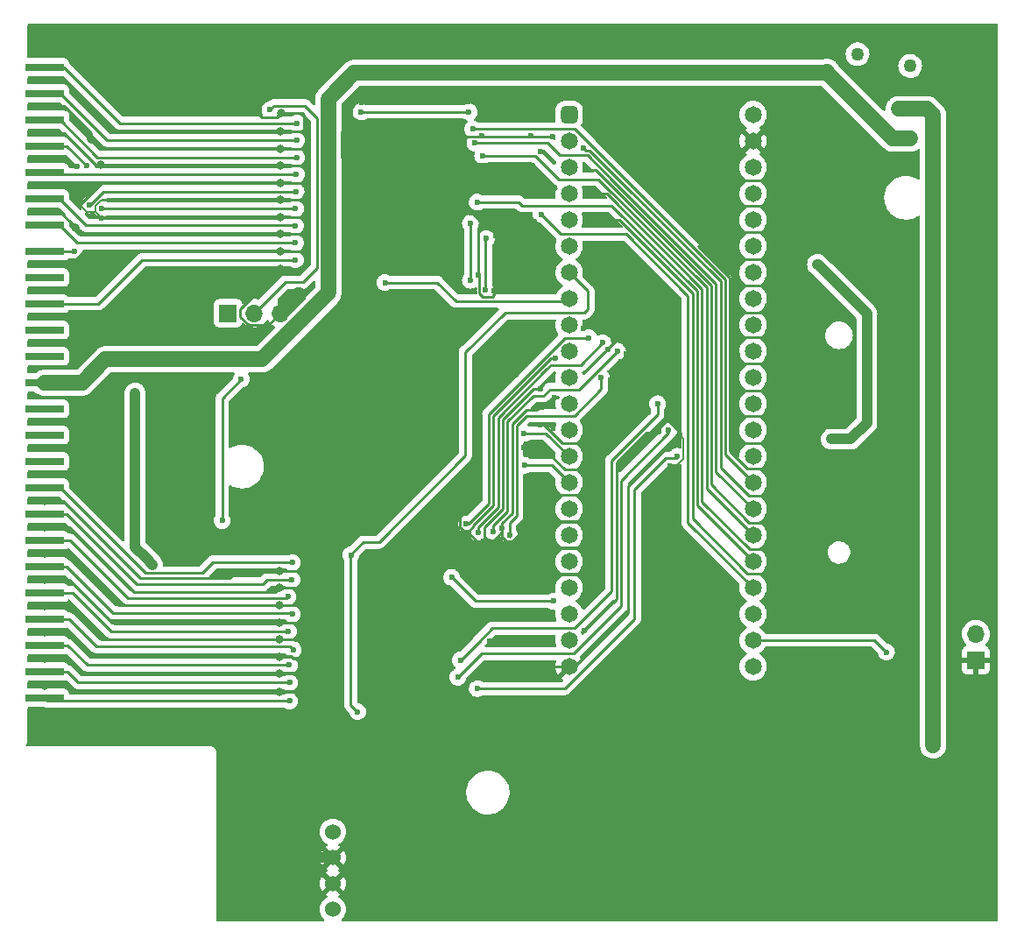
<source format=gbr>
%TF.GenerationSoftware,KiCad,Pcbnew,(6.0.2)*%
%TF.CreationDate,2022-04-15T06:19:47-06:00*%
%TF.ProjectId,XCVR_F4Lite_SMD_V1,58435652-5f46-4344-9c69-74655f534d44,rev?*%
%TF.SameCoordinates,Original*%
%TF.FileFunction,Copper,L2,Bot*%
%TF.FilePolarity,Positive*%
%FSLAX46Y46*%
G04 Gerber Fmt 4.6, Leading zero omitted, Abs format (unit mm)*
G04 Created by KiCad (PCBNEW (6.0.2)) date 2022-04-15 06:19:47*
%MOMM*%
%LPD*%
G01*
G04 APERTURE LIST*
G04 Aperture macros list*
%AMRoundRect*
0 Rectangle with rounded corners*
0 $1 Rounding radius*
0 $2 $3 $4 $5 $6 $7 $8 $9 X,Y pos of 4 corners*
0 Add a 4 corners polygon primitive as box body*
4,1,4,$2,$3,$4,$5,$6,$7,$8,$9,$2,$3,0*
0 Add four circle primitives for the rounded corners*
1,1,$1+$1,$2,$3*
1,1,$1+$1,$4,$5*
1,1,$1+$1,$6,$7*
1,1,$1+$1,$8,$9*
0 Add four rect primitives between the rounded corners*
20,1,$1+$1,$2,$3,$4,$5,0*
20,1,$1+$1,$4,$5,$6,$7,0*
20,1,$1+$1,$6,$7,$8,$9,0*
20,1,$1+$1,$8,$9,$2,$3,0*%
G04 Aperture macros list end*
%TA.AperFunction,SMDPad,CuDef*%
%ADD10R,3.800000X0.750000*%
%TD*%
%TA.AperFunction,ComponentPad*%
%ADD11C,1.524000*%
%TD*%
%TA.AperFunction,ComponentPad*%
%ADD12C,1.270000*%
%TD*%
%TA.AperFunction,ComponentPad*%
%ADD13R,1.700000X1.700000*%
%TD*%
%TA.AperFunction,ComponentPad*%
%ADD14O,1.700000X1.700000*%
%TD*%
%TA.AperFunction,ComponentPad*%
%ADD15RoundRect,0.412500X-0.412500X-0.412500X0.412500X-0.412500X0.412500X0.412500X-0.412500X0.412500X0*%
%TD*%
%TA.AperFunction,ComponentPad*%
%ADD16C,1.650000*%
%TD*%
%TA.AperFunction,ViaPad*%
%ADD17C,0.600000*%
%TD*%
%TA.AperFunction,ViaPad*%
%ADD18C,0.800000*%
%TD*%
%TA.AperFunction,Conductor*%
%ADD19C,0.250000*%
%TD*%
%TA.AperFunction,Conductor*%
%ADD20C,0.330000*%
%TD*%
%TA.AperFunction,Conductor*%
%ADD21C,0.142000*%
%TD*%
%TA.AperFunction,Conductor*%
%ADD22C,0.400000*%
%TD*%
%TA.AperFunction,Conductor*%
%ADD23C,1.000000*%
%TD*%
%TA.AperFunction,Conductor*%
%ADD24C,1.500000*%
%TD*%
G04 APERTURE END LIST*
D10*
%TO.P,J3,2*%
%TO.N,DB0*%
X107017820Y-129484120D03*
%TO.P,J3,4*%
%TO.N,DB1*%
X107017820Y-126944120D03*
%TO.P,J3,6*%
%TO.N,DB2*%
X107017820Y-124404120D03*
%TO.P,J3,8*%
%TO.N,DB3*%
X107017820Y-121864120D03*
%TO.P,J3,10*%
%TO.N,DB4*%
X107017820Y-119324120D03*
%TO.P,J3,12*%
%TO.N,DB5*%
X107017820Y-116784120D03*
%TO.P,J3,14*%
%TO.N,DB6*%
X107017820Y-114244120D03*
%TO.P,J3,16*%
%TO.N,DB7*%
X107017820Y-111704120D03*
%TO.P,J3,18*%
%TO.N,DBP*%
X107017820Y-109164120D03*
%TO.P,J3,20*%
%TO.N,Net-(J3-Pad20)*%
X107017820Y-106624120D03*
%TO.P,J3,22*%
%TO.N,Net-(J3-Pad22)*%
X107017820Y-104084120D03*
%TO.P,J3,24*%
%TO.N,Net-(J3-Pad24)*%
X107017820Y-101544120D03*
%TO.P,J3,26*%
%TO.N,+5V*%
X107017820Y-99004120D03*
%TO.P,J3,28*%
%TO.N,Net-(J3-Pad28)*%
X107017820Y-96464120D03*
%TO.P,J3,30*%
%TO.N,Net-(J3-Pad30)*%
X107017820Y-93924120D03*
%TO.P,J3,32*%
%TO.N,ATN*%
X107017820Y-91384120D03*
%TO.P,J3,34*%
%TO.N,Net-(J3-Pad34)*%
X107017820Y-88844120D03*
%TO.P,J3,36*%
%TO.N,BSY*%
X107017820Y-86304120D03*
%TO.P,J3,38*%
%TO.N,ACK*%
X107017820Y-83764120D03*
%TO.P,J3,40*%
%TO.N,RST*%
X107017820Y-81224120D03*
%TO.P,J3,42*%
%TO.N,MSG*%
X107017820Y-78684120D03*
%TO.P,J3,44*%
%TO.N,SEL*%
X107017820Y-76144120D03*
%TO.P,J3,46*%
%TO.N,CD*%
X107017820Y-73604120D03*
%TO.P,J3,48*%
%TO.N,REQ*%
X107017820Y-71064120D03*
%TO.P,J3,50*%
%TO.N,IO*%
X107017820Y-68524120D03*
%TD*%
D11*
%TO.P,J4,1*%
%TO.N,Net-(D2-Pad2)*%
X134917180Y-149919060D03*
%TO.P,J4,2*%
%TO.N,GND*%
X134917180Y-147419060D03*
%TO.P,J4,3*%
X134917180Y-144919060D03*
%TO.P,J4,4*%
%TO.N,Net-(J4-Pad4)*%
X134917180Y-142419060D03*
%TD*%
D12*
%TO.P,F1,1*%
%TO.N,+5VP*%
X190705740Y-68392040D03*
%TO.P,F1,2*%
%TO.N,+5F*%
X185625740Y-67249040D03*
%TD*%
D13*
%TO.P,J1,1*%
%TO.N,GND*%
X197063360Y-125839219D03*
D14*
%TO.P,J1,2*%
%TO.N,Net-(J1-Pad2)*%
X197063360Y-123299219D03*
%TD*%
D13*
%TO.P,J2,1*%
%TO.N,Net-(J2-Pad1)*%
X124780040Y-92280740D03*
D14*
%TO.P,J2,2*%
%TO.N,Net-(J2-Pad2)*%
X127320040Y-92280740D03*
%TO.P,J2,3*%
%TO.N,GND*%
X129860040Y-92280740D03*
%TD*%
D15*
%TO.P,U6,1*%
%TO.N,Net-(U6-Pad1)*%
X157746700Y-73103740D03*
D16*
%TO.P,U6,2*%
%TO.N,Net-(U6-Pad2)*%
X157746700Y-75643740D03*
%TO.P,U6,3*%
%TO.N,Net-(U6-Pad3)*%
X157746700Y-78183740D03*
%TO.P,U6,4*%
%TO.N,Net-(U6-Pad4)*%
X157746700Y-80723740D03*
%TO.P,U6,5*%
%TO.N,Net-(U6-Pad5)*%
X157746700Y-83263740D03*
%TO.P,U6,6*%
%TO.N,BP_TATr*%
X157746700Y-85803740D03*
%TO.P,U6,7*%
%TO.N,DBPTr*%
X157746700Y-88343740D03*
%TO.P,U6,8*%
%TO.N,BP_INTr*%
X157746700Y-90883740D03*
%TO.P,U6,9*%
%TO.N,Net-(U6-Pad9)*%
X157746700Y-93423740D03*
%TO.P,U6,10*%
%TO.N,SD_CS*%
X157746700Y-95963740D03*
%TO.P,U6,11*%
%TO.N,SD_CLK*%
X157746700Y-98503740D03*
%TO.P,U6,12*%
%TO.N,SD_MISO*%
X157746700Y-101043740D03*
%TO.P,U6,13*%
%TO.N,SD_MOSI*%
X157746700Y-103583740D03*
%TO.P,U6,14*%
%TO.N,ATNT*%
X157746700Y-106123740D03*
%TO.P,U6,15*%
%TO.N,BSYT*%
X157746700Y-108663740D03*
%TO.P,U6,16*%
%TO.N,ACKT*%
X157746700Y-111203740D03*
%TO.P,U6,17*%
%TO.N,Net-(U6-Pad17)*%
X157746700Y-113743740D03*
%TO.P,U6,18*%
%TO.N,Net-(U6-Pad18)*%
X157746700Y-116283740D03*
%TO.P,U6,19*%
%TO.N,Net-(U6-Pad19)*%
X157746700Y-118823740D03*
%TO.P,U6,20*%
%TO.N,Net-(U6-Pad20)*%
X157746700Y-121363740D03*
%TO.P,U6,21*%
%TO.N,RSTT*%
X157746700Y-123903740D03*
%TO.P,U6,22*%
%TO.N,GND*%
X157746700Y-126443740D03*
%TO.P,U6,23*%
%TO.N,DBPT*%
X175526700Y-126443740D03*
%TO.P,U6,24*%
%TO.N,Net-(R21-Pad2)*%
X175526700Y-123903740D03*
%TO.P,U6,25*%
%TO.N,DB3T*%
X175526700Y-121363740D03*
%TO.P,U6,26*%
%TO.N,MSGT*%
X175526700Y-118823740D03*
%TO.P,U6,27*%
%TO.N,SELT*%
X175526700Y-116283740D03*
%TO.P,U6,28*%
%TO.N,CDT*%
X175526700Y-113743740D03*
%TO.P,U6,29*%
%TO.N,REQT*%
X175526700Y-111203740D03*
%TO.P,U6,30*%
%TO.N,IOT*%
X175526700Y-108663740D03*
%TO.P,U6,31*%
%TO.N,DB0T*%
X175526700Y-106123740D03*
%TO.P,U6,32*%
%TO.N,DB1T*%
X175526700Y-103583740D03*
%TO.P,U6,33*%
%TO.N,DB2T*%
X175526700Y-101043740D03*
%TO.P,U6,34*%
%TO.N,DB4T*%
X175526700Y-98503740D03*
%TO.P,U6,35*%
%TO.N,DB5T*%
X175526700Y-95963740D03*
%TO.P,U6,36*%
%TO.N,DB6T*%
X175526700Y-93423740D03*
%TO.P,U6,37*%
%TO.N,DB7T*%
X175526700Y-90883740D03*
%TO.P,U6,38*%
%TO.N,Net-(U6-Pad38)*%
X175526700Y-88343740D03*
%TO.P,U6,39*%
%TO.N,Net-(U6-Pad39)*%
X175526700Y-85803740D03*
%TO.P,U6,40*%
%TO.N,Net-(U6-Pad40)*%
X175526700Y-83263740D03*
%TO.P,U6,41*%
%TO.N,Net-(U6-Pad41)*%
X175526700Y-80723740D03*
%TO.P,U6,42*%
%TO.N,+3V3*%
X175526700Y-78183740D03*
%TO.P,U6,43*%
%TO.N,GND*%
X175526700Y-75643740D03*
%TO.P,U6,44*%
%TO.N,+5VP*%
X175526700Y-73103740D03*
%TD*%
D17*
%TO.N,GND*%
X147627340Y-130649980D03*
X194990720Y-127457200D03*
X173469300Y-98737420D03*
X145999200Y-126057660D03*
X133075680Y-103670100D03*
X154973020Y-99626420D03*
D18*
X110152180Y-93924120D03*
D17*
X190675260Y-122753120D03*
D18*
X107017820Y-120561100D03*
D17*
X163296600Y-96179640D03*
D18*
X129872740Y-82991960D03*
X107017820Y-123118880D03*
D17*
X166248080Y-103647240D03*
X188455300Y-70312280D03*
X122560080Y-69715380D03*
D18*
X110040420Y-84020660D03*
D17*
X149329140Y-75163680D03*
X142367000Y-124404120D03*
X183134000Y-149405340D03*
X159542480Y-78440280D03*
X142669260Y-116687600D03*
X142560040Y-132351780D03*
D18*
X107017820Y-118031260D03*
D17*
X138592560Y-124358400D03*
D18*
X107017820Y-125684280D03*
D17*
X107000040Y-77447140D03*
X154401520Y-83464400D03*
X147355560Y-122742960D03*
X149456140Y-79496920D03*
X122072400Y-98663760D03*
X148059140Y-71800720D03*
X121155460Y-92489020D03*
X138645900Y-127312420D03*
X179044600Y-101947980D03*
X153367740Y-105242360D03*
X147967700Y-77886560D03*
X154970480Y-103101140D03*
X135394700Y-127749300D03*
X156138880Y-75229720D03*
X140802360Y-75819000D03*
X159543750Y-104458770D03*
D18*
X129890520Y-72958960D03*
X151858980Y-115951000D03*
D17*
X145625820Y-110390940D03*
X137669270Y-71878190D03*
X107033060Y-90073480D03*
X107005120Y-130733800D03*
X151269700Y-113096040D03*
X135194040Y-121335800D03*
X159249110Y-123005850D03*
X109877860Y-87200740D03*
X111211360Y-107149900D03*
X154048460Y-75163680D03*
X130649980Y-70495160D03*
X190967340Y-101965780D03*
D18*
X112509300Y-77967840D03*
D17*
X154777440Y-80723740D03*
X159524700Y-80761840D03*
X149496780Y-114312700D03*
X134934960Y-115742720D03*
X132369560Y-110683040D03*
X167477440Y-107058460D03*
X116159280Y-89443560D03*
X136179560Y-77604620D03*
X107035600Y-74912220D03*
D18*
X111551720Y-75448160D03*
D17*
X138605260Y-121853960D03*
X190886080Y-111615220D03*
D18*
X129872740Y-84653120D03*
D17*
X150055580Y-124025660D03*
X136133840Y-84653120D03*
X166923720Y-110871000D03*
D18*
X144444720Y-80794860D03*
D17*
X110167420Y-78056740D03*
X147119340Y-112229900D03*
X142994380Y-108793280D03*
D18*
X129847340Y-88021160D03*
D17*
X148332190Y-82561430D03*
X112562640Y-83075780D03*
X161475420Y-100749100D03*
X136316720Y-75092560D03*
X146051270Y-118875810D03*
D18*
X107017820Y-128264920D03*
D17*
X159522160Y-83281520D03*
D18*
X129872740Y-76380340D03*
X107017820Y-112991900D03*
D17*
X146390360Y-124213620D03*
D18*
X129872740Y-78051660D03*
D17*
X140243560Y-93883480D03*
X107045760Y-72275700D03*
X134607300Y-125524260D03*
X142341600Y-127223520D03*
X128005840Y-98628200D03*
D18*
X129872740Y-86324440D03*
D17*
X153916380Y-121584720D03*
D18*
X129730500Y-120545860D03*
D17*
X123012200Y-115275360D03*
X174038260Y-96268540D03*
X150627080Y-84764880D03*
X154051000Y-109199680D03*
X107017820Y-92636340D03*
X134035800Y-119702580D03*
X106984800Y-87541100D03*
X150459440Y-90098880D03*
D18*
X111696500Y-69321680D03*
X129730500Y-125488700D03*
D17*
X111264700Y-102509320D03*
X154983180Y-76621640D03*
X156049980Y-123926600D03*
X186860180Y-69169280D03*
X161500820Y-95773240D03*
X142356840Y-121737120D03*
D18*
X111566960Y-72593200D03*
D17*
X150459440Y-92072460D03*
X111318040Y-104683560D03*
X120746520Y-88833960D03*
X145694400Y-106128820D03*
D18*
X144589500Y-75681840D03*
D17*
X134609840Y-122682000D03*
X135354060Y-118668800D03*
X111028480Y-89997280D03*
X173332140Y-121592340D03*
X194945000Y-89646760D03*
X145016220Y-71379080D03*
X159142430Y-93790770D03*
X133179820Y-127066040D03*
D18*
X129730500Y-123797060D03*
D17*
X148429980Y-150566120D03*
X154736800Y-101480620D03*
X135008620Y-93540580D03*
D18*
X129872740Y-79689960D03*
D17*
X190578740Y-127607060D03*
X110444280Y-81846420D03*
D18*
X129730500Y-128882140D03*
X129730500Y-118854220D03*
D17*
X146304000Y-121799860D03*
X191107060Y-89535000D03*
X159605980Y-119235220D03*
X195026260Y-101965780D03*
X140583920Y-82039460D03*
D18*
X107017820Y-115531900D03*
D17*
X161780220Y-98737420D03*
X148951950Y-88634570D03*
X146667220Y-120131840D03*
X129740660Y-98607880D03*
X147391120Y-108658660D03*
X140627100Y-79618840D03*
X148269960Y-127546100D03*
D18*
X129730500Y-117221000D03*
X129872740Y-81340960D03*
D17*
X159151320Y-76347320D03*
X195127880Y-122684540D03*
X132969000Y-117345460D03*
D18*
X129872740Y-74719180D03*
X129730500Y-122207020D03*
D17*
X155829000Y-93738700D03*
D18*
X144419320Y-85267800D03*
D17*
X156364940Y-100411280D03*
X155910280Y-119009160D03*
X152646380Y-98242120D03*
X182897780Y-120177560D03*
X195277740Y-111780320D03*
X107017820Y-107866180D03*
X136786620Y-91818460D03*
X107017820Y-69771260D03*
X165333680Y-101739700D03*
X137855960Y-96032320D03*
X107035600Y-82443320D03*
D18*
X107017820Y-110456980D03*
D17*
X179542440Y-145503900D03*
D18*
X129730500Y-127149860D03*
D17*
X150334980Y-145427700D03*
X124193300Y-117431820D03*
X173555660Y-118879620D03*
X125079760Y-115252500D03*
X156437934Y-96661574D03*
X121315480Y-72504300D03*
X140754100Y-85128100D03*
X107033060Y-79946500D03*
D18*
%TO.N,+5V*%
X190708280Y-75410060D03*
X189550040Y-75410060D03*
D17*
%TO.N,ATN*%
X131295140Y-87124540D03*
%TO.N,BSY*%
X131351020Y-80520540D03*
X109928660Y-86304120D03*
X111401860Y-81818480D03*
%TO.N,DBP*%
X130987800Y-116387880D03*
%TO.N,ACK*%
X131292600Y-85473540D03*
%TO.N,RST*%
X131290060Y-83822540D03*
%TO.N,MSG*%
X131378960Y-78869540D03*
%TO.N,SEL*%
X112577880Y-82161380D03*
X111081820Y-78016100D03*
X131310380Y-82171540D03*
%TO.N,CD*%
X131404360Y-77218540D03*
%TO.N,REQ*%
X131409440Y-75567540D03*
%TO.N,IO*%
X131429760Y-73916540D03*
%TO.N,DB7*%
X130967480Y-118038880D03*
%TO.N,DB6*%
X130571240Y-119689880D03*
%TO.N,DB5*%
X130990340Y-121389140D03*
%TO.N,DB4*%
X130622040Y-123022360D03*
%TO.N,DB3*%
X131076700Y-124825760D03*
%TO.N,DB2*%
X130716020Y-126293880D03*
%TO.N,DB1*%
X130728720Y-128008380D03*
%TO.N,DB0*%
X130733800Y-129786380D03*
%TO.N,+3V3*%
X184651040Y-104465780D03*
X182393590Y-88215470D03*
X183064150Y-88886030D03*
X183859780Y-104465780D03*
X183090160Y-104465780D03*
X181778910Y-87600790D03*
D18*
%TO.N,+5VP*%
X189692280Y-72547480D03*
X190891160Y-72547480D03*
X192918080Y-133901180D03*
X192928240Y-132694680D03*
%TO.N,+5F*%
X117467380Y-116586000D03*
X116843810Y-115962430D03*
X115793220Y-99997560D03*
X115793220Y-101122780D03*
D17*
%TO.N,DB4T*%
X151980900Y-113718340D03*
X160858200Y-98503740D03*
%TO.N,DB5T*%
X162422840Y-95963740D03*
X150416260Y-113367820D03*
%TO.N,DB6T*%
X160990280Y-95150940D03*
X148941930Y-113501310D03*
%TO.N,DB7T*%
X159656780Y-94670880D03*
X147817840Y-112669320D03*
%TO.N,ATNT*%
X153382980Y-103906320D03*
%TO.N,BSYT*%
X149750780Y-85069680D03*
X153454100Y-106997500D03*
X149651720Y-90055700D03*
%TO.N,DBPT*%
X146387820Y-117815360D03*
X156227780Y-120134380D03*
%TO.N,RSTT*%
X148212810Y-83585050D03*
X148212810Y-89107010D03*
%TO.N,MSGT*%
X155041600Y-82727800D03*
%TO.N,SELT*%
X148865020Y-81552480D03*
%TO.N,CDT*%
X149387560Y-77073760D03*
%TO.N,REQT*%
X148640800Y-75834240D03*
%TO.N,IOT*%
X148439521Y-74493739D03*
%TO.N,DB0T*%
X148874480Y-128564640D03*
X168219120Y-106116120D03*
%TO.N,DB1T*%
X167373300Y-103583740D03*
X146982180Y-127469900D03*
%TO.N,DB2T*%
X147238720Y-125836680D03*
X166298880Y-101043740D03*
%TO.N,BP_TATr*%
X137634980Y-72837040D03*
X148076920Y-72837040D03*
%TO.N,DBPTr*%
X137316210Y-130808730D03*
X136654540Y-115651280D03*
%TO.N,BP_INTr*%
X139954000Y-89324180D03*
%TO.N,Net-(J2-Pad2)*%
X126055120Y-98681540D03*
X124213939Y-112334359D03*
X128828800Y-72616060D03*
%TO.N,Net-(R21-Pad2)*%
X188417200Y-125046740D03*
%TD*%
D19*
%TO.N,GND*%
X107045760Y-72275700D02*
X105605580Y-72275700D01*
X107035600Y-74912220D02*
X105564940Y-74912220D01*
X107035600Y-82443320D02*
X105836720Y-82443320D01*
X156437934Y-96661574D02*
X156437934Y-96661574D01*
X154973020Y-99626420D02*
X154973020Y-99626420D01*
X151269700Y-113096040D02*
X151269700Y-113096040D01*
X154660600Y-101594920D02*
X154660600Y-101594920D01*
X161780220Y-98737420D02*
X161780220Y-98737420D01*
X159542480Y-78440280D02*
X159542480Y-78440280D01*
X159151320Y-76347320D02*
X159151320Y-76347320D01*
X156138880Y-75229720D02*
X156138880Y-75229720D01*
X155252420Y-78955900D02*
X156474160Y-80177640D01*
X159524700Y-80761840D02*
X159524700Y-80761840D01*
X159522160Y-83281520D02*
X159522160Y-83281520D01*
X148358860Y-127779780D02*
X148358860Y-127779780D01*
X153367740Y-105242360D02*
X153367740Y-105242360D01*
X153416000Y-108170980D02*
X153416000Y-108170980D01*
X154970480Y-103101140D02*
X154970480Y-103101140D01*
X150627080Y-84764880D02*
X150627080Y-90098880D01*
X150459440Y-90098880D02*
X150459440Y-90098880D01*
X148332190Y-82561430D02*
X148201380Y-82430620D01*
X148951950Y-88634570D02*
X148932900Y-88615520D01*
X159249110Y-123005850D02*
X159143700Y-123111260D01*
D20*
X156364940Y-100411280D02*
X156364940Y-100411280D01*
X156364940Y-100411280D02*
X156687520Y-100411280D01*
D19*
X159543750Y-104458770D02*
X159458660Y-104543860D01*
X107017820Y-110456980D02*
X108846620Y-110456980D01*
X174071280Y-97170240D02*
X176933860Y-97170240D01*
X112509300Y-77967840D02*
X111958562Y-77967840D01*
X155983274Y-96661574D02*
X156437934Y-96661574D01*
X170594249Y-110513291D02*
X170594249Y-89971337D01*
X150627080Y-90098880D02*
X150459440Y-90098880D01*
X129872740Y-74719180D02*
X132090160Y-74719180D01*
X129872740Y-81340960D02*
X132107940Y-81340960D01*
X176747821Y-84413741D02*
X177165000Y-83996562D01*
X151269700Y-113096040D02*
X151269700Y-113932142D01*
X154244040Y-107835700D02*
X156222081Y-109813741D01*
X177711100Y-107670600D02*
X177314241Y-107273741D01*
D21*
X136179560Y-77604620D02*
X136179560Y-84607400D01*
D19*
X177711100Y-112539780D02*
X177711100Y-109974380D01*
D20*
X156248100Y-117528340D02*
X158592520Y-117528340D01*
D19*
X175160738Y-112539780D02*
X171494269Y-108873311D01*
X109705140Y-128871980D02*
X122816620Y-128871980D01*
X154244040Y-107835700D02*
X153751280Y-107835700D01*
X176796700Y-89590880D02*
X177165000Y-89222580D01*
X159387729Y-76583729D02*
X159151320Y-76347320D01*
X129730500Y-122207020D02*
X131191000Y-122207020D01*
X174647860Y-79441040D02*
X176413160Y-79441040D01*
X157746700Y-126443740D02*
X158264860Y-126443740D01*
X160336012Y-78440280D02*
X159542480Y-78440280D01*
X167716200Y-104744520D02*
X167886380Y-104744520D01*
D20*
X159748220Y-114437160D02*
X159748220Y-113037620D01*
D19*
X177314241Y-107273741D02*
X174974699Y-107273741D01*
X170241766Y-85800394D02*
X173294308Y-88852936D01*
X151693868Y-114356310D02*
X152267932Y-114356310D01*
X111551720Y-75448160D02*
X111551720Y-74882475D01*
X174257319Y-84413741D02*
X176747821Y-84413741D01*
X151269700Y-113096040D02*
X151269700Y-112579848D01*
X165496240Y-101978460D02*
X162024060Y-101978460D01*
X149105620Y-83334860D02*
X148332190Y-82561430D01*
X176781460Y-81930240D02*
X174388780Y-81930240D01*
X151269700Y-113932142D02*
X151693868Y-114356310D01*
X173471739Y-105770781D02*
X173423580Y-105722622D01*
X129730500Y-117221000D02*
X132046980Y-117221000D01*
X129730500Y-123797060D02*
X112527080Y-123797060D01*
X112600740Y-79689960D02*
X110444280Y-81846420D01*
X154183080Y-77886560D02*
X155252420Y-78955900D01*
X176756060Y-87033100D02*
X174566580Y-87033100D01*
X148486841Y-112817069D02*
X148486841Y-112925321D01*
X177711100Y-109974380D02*
X177711100Y-107670600D01*
X109428280Y-118031260D02*
X107017820Y-118031260D01*
D20*
X130895042Y-125488700D02*
X131108402Y-125702060D01*
D19*
X173990000Y-91790520D02*
X173990000Y-90030300D01*
X147192839Y-112969321D02*
X147192839Y-112300859D01*
X129872740Y-82991960D02*
X132021580Y-82991960D01*
X129872740Y-81340960D02*
X112589450Y-81340960D01*
X129872740Y-79689960D02*
X112600740Y-79689960D01*
X169694229Y-90413209D02*
X162562540Y-83281520D01*
X110040420Y-84020660D02*
X108463080Y-82443320D01*
X172394289Y-89225737D02*
X162495292Y-79326740D01*
X162329289Y-119359561D02*
X162329289Y-119925671D01*
X152234508Y-111615040D02*
X152234508Y-102955980D01*
X111566960Y-72593200D02*
X113692940Y-74719180D01*
D20*
X155996640Y-115544600D02*
X156519880Y-115021360D01*
D19*
X174033180Y-80055720D02*
X174647860Y-79441040D01*
X148828318Y-114312700D02*
X149496780Y-114312700D01*
X157115650Y-104856280D02*
X155360510Y-103101140D01*
D21*
X136179560Y-84607400D02*
X136133840Y-84653120D01*
D19*
X129330501Y-119254219D02*
X115728699Y-119254219D01*
D20*
X154736800Y-101480620D02*
X155267660Y-101480620D01*
D19*
X157746700Y-126443740D02*
X157904180Y-126443740D01*
X128685039Y-93455741D02*
X129860040Y-92280740D01*
X177711100Y-99811840D02*
X177711100Y-99242880D01*
X129788920Y-83075780D02*
X129872740Y-82991960D01*
X112593120Y-78051660D02*
X112509300Y-77967840D01*
X159146240Y-104856280D02*
X157115650Y-104856280D01*
X129872740Y-86324440D02*
X110833342Y-86324440D01*
D21*
X111117879Y-82520019D02*
X112006879Y-82520019D01*
D19*
X149026719Y-90355701D02*
X149026719Y-88709339D01*
X159458660Y-109070140D02*
X159458660Y-106916220D01*
X129872740Y-79689960D02*
X132041900Y-79689960D01*
X148951950Y-84187030D02*
X149105620Y-84033360D01*
D22*
X144615461Y-75203759D02*
X144759680Y-75059540D01*
D19*
X129730500Y-118854220D02*
X129330501Y-119254219D01*
X168516300Y-103801738D02*
X167467722Y-102753160D01*
X174038260Y-97137220D02*
X174071280Y-97170240D01*
D20*
X161500820Y-95773240D02*
X162163760Y-95110300D01*
D19*
X174071280Y-94640400D02*
X176479200Y-94640400D01*
X148486841Y-112925321D02*
X148117841Y-113294321D01*
X111958562Y-77967840D02*
X108902942Y-74912220D01*
X150434470Y-102210378D02*
X155983274Y-96661574D01*
X175135338Y-109974380D02*
X172394290Y-107233332D01*
X129890520Y-72958960D02*
X129490521Y-73358959D01*
X174974699Y-107273741D02*
X173471739Y-105770781D01*
X109957042Y-87200740D02*
X109877860Y-87200740D01*
X179044600Y-102598220D02*
X176756060Y-104886760D01*
D21*
X168790121Y-106390201D02*
X168790121Y-104388421D01*
X135803640Y-77228700D02*
X136179560Y-77604620D01*
D19*
X171494269Y-108873311D02*
X171494269Y-89598537D01*
D20*
X155996640Y-116631720D02*
X155996640Y-115544600D01*
D19*
X177711100Y-117444520D02*
X177711100Y-115115340D01*
X109291120Y-120561100D02*
X107017820Y-120561100D01*
X166469060Y-103825040D02*
X165211072Y-103825040D01*
D20*
X159204660Y-112494060D02*
X156532580Y-112494060D01*
D19*
X147967700Y-77886560D02*
X154183080Y-77886560D01*
X122816620Y-128871980D02*
X122826780Y-128882140D01*
D20*
X156248100Y-116883180D02*
X155996640Y-116631720D01*
D19*
X122826780Y-128882140D02*
X129730500Y-128882140D01*
X177165000Y-82313780D02*
X176781460Y-81930240D01*
X112562640Y-83075780D02*
X129788920Y-83075780D01*
X162024060Y-101978460D02*
X159543750Y-104458770D01*
D20*
X156337000Y-100411280D02*
X156364940Y-100411280D01*
X129730500Y-127149860D02*
X131119880Y-127149860D01*
D19*
X149566931Y-113009799D02*
X151334488Y-111242240D01*
X177711100Y-115115340D02*
X177711100Y-112539780D01*
X166469060Y-103400776D02*
X166469060Y-103825040D01*
X131932680Y-72958960D02*
X132090160Y-73116440D01*
X177711100Y-119631460D02*
X177711100Y-117444520D01*
X161384752Y-80761840D02*
X159524700Y-80761840D01*
X176479200Y-94640400D02*
X177533300Y-93586300D01*
D21*
X144660620Y-81114900D02*
X139672060Y-81114900D01*
D19*
X153751280Y-107835700D02*
X153416000Y-108170980D01*
X129730500Y-122207020D02*
X130380740Y-122207020D01*
X148486841Y-112817069D02*
X150434470Y-110869440D01*
X149351719Y-90680701D02*
X149026719Y-90355701D01*
X107017820Y-128264920D02*
X109098080Y-128264920D01*
X174429420Y-89590880D02*
X176796700Y-89590880D01*
X128017219Y-73358959D02*
X127734060Y-73075800D01*
X151269700Y-112579848D02*
X152234508Y-111615040D01*
X123977400Y-120533160D02*
X123990100Y-120545860D01*
X170594249Y-89971337D02*
X161384752Y-80761840D01*
X131127500Y-118854220D02*
X131163060Y-118889780D01*
X144589500Y-75681840D02*
X145062101Y-75209239D01*
X126756039Y-93455741D02*
X128685039Y-93455741D01*
X150396382Y-114312700D02*
X151269700Y-113439382D01*
X154401520Y-83464400D02*
X150627080Y-83464400D01*
X150627080Y-83464400D02*
X149674580Y-83464400D01*
X124952821Y-117861019D02*
X125554740Y-117259100D01*
X156222081Y-109813741D02*
X158715059Y-109813741D01*
X129872740Y-76380340D02*
X132074920Y-76380340D01*
X159752281Y-76583729D02*
X159387729Y-76583729D01*
X172394289Y-105529380D02*
X172394289Y-89225737D01*
X113604040Y-122207020D02*
X109428280Y-118031260D01*
X131191000Y-122207020D02*
X131363720Y-122379740D01*
X132090160Y-73116440D02*
X132090160Y-74719180D01*
X154244040Y-105242360D02*
X155163318Y-105242360D01*
X154244040Y-105242360D02*
X154244040Y-105026460D01*
X155360510Y-103101140D02*
X154970480Y-103101140D01*
X108944945Y-72275700D02*
X107045760Y-72275700D01*
X174038260Y-94673420D02*
X174071280Y-94640400D01*
X107017820Y-115531900D02*
X109296200Y-115531900D01*
X173294309Y-105593351D02*
X173471739Y-105770781D01*
X129730500Y-118854220D02*
X131127500Y-118854220D01*
X177711100Y-102229920D02*
X174795180Y-102229920D01*
X151334488Y-111242240D02*
X151334488Y-102583180D01*
X110833342Y-86324440D02*
X109957042Y-87200740D01*
D20*
X159748220Y-113037620D02*
X159204660Y-112494060D01*
D19*
X175196298Y-115115340D02*
X170594249Y-110513291D01*
X177533300Y-93050360D02*
X176687480Y-92204540D01*
X179044600Y-101947980D02*
X179044600Y-102598220D01*
X108846620Y-110456980D02*
X116250659Y-117861019D01*
X152267932Y-114356310D02*
X154244040Y-112380202D01*
X129872740Y-84653120D02*
X132067300Y-84653120D01*
X158715059Y-109813741D02*
X159458660Y-109070140D01*
X174038260Y-96268540D02*
X174038260Y-97137220D01*
X177711100Y-109974380D02*
X175135338Y-109974380D01*
X129585720Y-125343920D02*
X129730500Y-125488700D01*
X159458660Y-104543860D02*
X159146240Y-104856280D01*
X151334488Y-102583180D02*
X154291248Y-99626420D01*
X174404020Y-92204540D02*
X173990000Y-91790520D01*
D20*
X156248100Y-117528340D02*
X156248100Y-116883180D01*
D19*
X129872740Y-78051660D02*
X112593120Y-78051660D01*
D23*
X132658480Y-144919060D02*
X129730500Y-141991080D01*
D20*
X159164020Y-115021360D02*
X159748220Y-114437160D01*
D19*
X150627080Y-90098880D02*
X150627080Y-90101420D01*
X150459440Y-90523144D02*
X150301883Y-90680701D01*
X129872740Y-84653120D02*
X110672880Y-84653120D01*
X109367320Y-123118880D02*
X111592360Y-125343920D01*
X162329290Y-106706822D02*
X162329289Y-119359561D01*
X167467722Y-102753160D02*
X167116676Y-102753160D01*
D21*
X112006879Y-81887299D02*
X112006879Y-82520019D01*
D19*
X174566580Y-87033100D02*
X173334680Y-85801200D01*
X129730500Y-123797060D02*
X132125720Y-123797060D01*
X113692940Y-74719180D02*
X129872740Y-74719180D01*
X107017820Y-123118880D02*
X109367320Y-123118880D01*
D20*
X150154640Y-123926600D02*
X150055580Y-124025660D01*
D21*
X112006879Y-82520019D02*
X112562640Y-83075780D01*
D19*
X125955041Y-92654743D02*
X126756039Y-93455741D01*
X171494269Y-89598537D02*
X160336012Y-78440280D01*
X177165000Y-87442040D02*
X176756060Y-87033100D01*
X162329289Y-119925671D02*
X159249110Y-123005850D01*
X177533300Y-93586300D02*
X177533300Y-93050360D01*
X167116676Y-102753160D02*
X166469060Y-103400776D01*
D20*
X129730500Y-125488700D02*
X130895042Y-125488700D01*
D22*
X144615461Y-87154459D02*
X144615461Y-75203759D01*
D19*
X129847340Y-88021160D02*
X125955041Y-91913459D01*
D20*
X156049980Y-123926600D02*
X150154640Y-123926600D01*
D19*
X150434470Y-110869440D02*
X150434470Y-102210378D01*
X177165000Y-83996562D02*
X177165000Y-82313780D01*
X174038260Y-96268540D02*
X174038260Y-94673420D01*
D20*
X129730500Y-128882140D02*
X131351020Y-128882140D01*
D19*
X129490521Y-73358959D02*
X128017219Y-73358959D01*
X154291248Y-99626420D02*
X154973020Y-99626420D01*
X150627080Y-83913980D02*
X150627080Y-84764880D01*
D21*
X110444280Y-81846420D02*
X111117879Y-82520019D01*
D20*
X156149040Y-117627400D02*
X156248100Y-117528340D01*
D21*
X167477440Y-107058460D02*
X168121862Y-107058460D01*
D19*
X155163318Y-105242360D02*
X157327398Y-107406440D01*
X177711100Y-107670600D02*
X177711100Y-102229920D01*
X145062101Y-75209239D02*
X156118399Y-75209239D01*
X168516300Y-104114600D02*
X168516300Y-103801738D01*
X173990000Y-90030300D02*
X174429420Y-89590880D01*
X114297460Y-120533160D02*
X123977400Y-120533160D01*
X149026719Y-88709339D02*
X148951950Y-88634570D01*
X129730500Y-123797060D02*
X129758440Y-123797060D01*
X150627080Y-83464400D02*
X150177500Y-83464400D01*
X129872740Y-78051660D02*
X132100320Y-78051660D01*
X150627080Y-90177620D02*
X150370970Y-90433730D01*
X111592360Y-125343920D02*
X129585720Y-125343920D01*
X115728699Y-119254219D02*
X109466380Y-112991900D01*
D20*
X155267660Y-101480620D02*
X156337000Y-100411280D01*
D19*
X129692400Y-117259100D02*
X129730500Y-117221000D01*
X156118399Y-75209239D02*
X156138880Y-75229720D01*
X116250659Y-117861019D02*
X124952821Y-117861019D01*
D21*
X139672060Y-81114900D02*
X136133840Y-84653120D01*
D19*
X162495292Y-79326740D02*
X159752281Y-76583729D01*
X108902942Y-74912220D02*
X107035600Y-74912220D01*
X159458660Y-104543860D02*
X159458660Y-106916220D01*
D21*
X168121862Y-107058460D02*
X168790121Y-106390201D01*
D19*
X109098080Y-128264920D02*
X109705140Y-128871980D01*
D23*
X134917180Y-144919060D02*
X132658480Y-144919060D01*
D19*
X173294308Y-88852936D02*
X173294309Y-105593351D01*
X148951950Y-88634570D02*
X148951950Y-84187030D01*
X110759240Y-127149860D02*
X109293660Y-125684280D01*
X112527080Y-123797060D02*
X109291120Y-120561100D01*
X125554740Y-117259100D02*
X129692400Y-117259100D01*
X125955041Y-91913459D02*
X125955041Y-92654743D01*
X152234508Y-102955980D02*
X153595568Y-101594920D01*
X177711100Y-102229920D02*
X177711100Y-99811840D01*
X176756060Y-104886760D02*
X174320200Y-104886760D01*
X109293660Y-125684280D02*
X107017820Y-125684280D01*
X150177500Y-83464400D02*
X150627080Y-83913980D01*
X163418520Y-109042200D02*
X167716200Y-104744520D01*
X149105620Y-84033360D02*
X149105620Y-83334860D01*
X150301883Y-90680701D02*
X149351719Y-90680701D01*
D24*
X129860040Y-92280740D02*
X131589780Y-90551000D01*
D21*
X168790121Y-104388421D02*
X168516300Y-104114600D01*
D19*
X108463080Y-82443320D02*
X107035600Y-82443320D01*
X177711100Y-99811840D02*
X174304960Y-99811840D01*
X173334680Y-85801200D02*
X173334680Y-85336380D01*
X178257200Y-120177560D02*
X177711100Y-119631460D01*
X177711100Y-115115340D02*
X175196298Y-115115340D01*
X149496780Y-114312700D02*
X150396382Y-114312700D01*
D21*
X112589450Y-81340960D02*
X112553218Y-81340960D01*
D19*
X177711100Y-117444520D02*
X174985478Y-117444520D01*
X129872740Y-76380340D02*
X112483900Y-76380340D01*
X174985478Y-117444520D02*
X169694229Y-112153271D01*
D20*
X131108402Y-125702060D02*
X132415280Y-125702060D01*
D19*
X158264860Y-126443740D02*
X163418520Y-121290080D01*
X159458660Y-106916220D02*
X158968440Y-107406440D01*
D21*
X135803640Y-74719180D02*
X135803640Y-77228700D01*
D19*
X148117841Y-113294321D02*
X147517839Y-113294321D01*
X129730500Y-120545860D02*
X131620260Y-120545860D01*
X109296200Y-115531900D02*
X114297460Y-120533160D01*
X154244040Y-112380202D02*
X154244040Y-107835700D01*
X177711100Y-112539780D02*
X175160738Y-112539780D01*
X148117841Y-113294321D02*
X148117841Y-113602223D01*
X149566931Y-114242549D02*
X149566931Y-113009799D01*
D20*
X156149040Y-119118380D02*
X156149040Y-117627400D01*
D19*
X154244040Y-105242360D02*
X153367740Y-105242360D01*
X129872740Y-86324440D02*
X132100320Y-86324440D01*
X182897780Y-120177560D02*
X178257200Y-120177560D01*
X157327398Y-107406440D02*
X158968440Y-107406440D01*
X174388780Y-81930240D02*
X174033180Y-81574640D01*
X149694900Y-126443740D02*
X148358860Y-127779780D01*
X174033180Y-81574640D02*
X174033180Y-80055720D01*
X167886380Y-104744520D02*
X168516300Y-104114600D01*
D21*
X112553218Y-81340960D02*
X112006879Y-81887299D01*
D19*
X109466380Y-112991900D02*
X107017820Y-112991900D01*
X112483900Y-76380340D02*
X111551720Y-75448160D01*
X150459440Y-90098880D02*
X150459440Y-90523144D01*
X148117841Y-113602223D02*
X148828318Y-114312700D01*
X173334680Y-85336380D02*
X174257319Y-84413741D01*
X153595568Y-101594920D02*
X154660600Y-101594920D01*
X111551720Y-74882475D02*
X108944945Y-72275700D01*
D20*
X156519880Y-115021360D02*
X159164020Y-115021360D01*
D19*
X172394290Y-107233332D02*
X172394289Y-105529380D01*
D20*
X162163760Y-95110300D02*
X162163760Y-94869000D01*
D19*
X162562540Y-83281520D02*
X159522160Y-83281520D01*
X163418520Y-121290080D02*
X163418520Y-109042200D01*
X165211072Y-103825040D02*
X162329290Y-106706822D01*
X150627080Y-90098880D02*
X150627080Y-90177620D01*
X169694229Y-112153271D02*
X169694229Y-90413209D01*
X147192839Y-112300859D02*
X147182840Y-112290860D01*
X123990100Y-120545860D02*
X129730500Y-120545860D01*
X149026719Y-90355701D02*
X149026719Y-90070940D01*
X129890520Y-72958960D02*
X131932680Y-72958960D01*
X157746700Y-126443740D02*
X149694900Y-126443740D01*
X176687480Y-92204540D02*
X174404020Y-92204540D01*
X147517839Y-113294321D02*
X147192839Y-112969321D01*
X154414220Y-104856280D02*
X154244040Y-105026460D01*
X149674580Y-83464400D02*
X149105620Y-84033360D01*
X149496780Y-114312700D02*
X149566931Y-114242549D01*
X129730500Y-127149860D02*
X110759240Y-127149860D01*
X177165000Y-89222580D02*
X177165000Y-87442040D01*
X110672880Y-84653120D02*
X110040420Y-84020660D01*
X151269700Y-113439382D02*
X151269700Y-113096040D01*
X129730500Y-122207020D02*
X113604040Y-122207020D01*
D24*
%TO.N,+5V*%
X189044580Y-75410060D02*
X182679340Y-69044820D01*
X112925860Y-96738440D02*
X128066342Y-96738440D01*
X182679340Y-69044820D02*
X182679340Y-68953380D01*
X128066342Y-96738440D02*
X134475810Y-90328972D01*
X107017820Y-99004120D02*
X110660180Y-99004120D01*
X134475810Y-71537150D02*
X136968140Y-69044820D01*
X134475810Y-90328972D02*
X134475810Y-71537150D01*
X136968140Y-69044820D02*
X182679340Y-69044820D01*
X110660180Y-99004120D02*
X112925860Y-96738440D01*
X190708280Y-75410060D02*
X189044580Y-75410060D01*
D19*
%TO.N,ATN*%
X131295140Y-87124540D02*
X116497100Y-87124540D01*
X116497100Y-87124540D02*
X112237520Y-91384120D01*
X112237520Y-91384120D02*
X107017820Y-91384120D01*
%TO.N,BSY*%
X111472980Y-81821020D02*
X111422180Y-81871820D01*
X109928660Y-86304120D02*
X109928660Y-86304120D01*
X107017820Y-86304120D02*
X109928660Y-86304120D01*
X131351020Y-80520540D02*
X112773460Y-80520540D01*
X112773460Y-80520540D02*
X111472980Y-81821020D01*
%TO.N,DBP*%
X122278631Y-117411009D02*
X123339860Y-116349780D01*
X107017820Y-109164120D02*
X108542820Y-109164120D01*
X108542820Y-109164120D02*
X116789709Y-117411009D01*
X116789709Y-117411009D02*
X122278631Y-117411009D01*
X123339860Y-116349780D02*
X130970020Y-116349780D01*
%TO.N,ACK*%
X131292600Y-85473540D02*
X110177580Y-85473540D01*
X108468160Y-83764120D02*
X107017820Y-83764120D01*
X110177580Y-85473540D02*
X108468160Y-83764120D01*
%TO.N,RST*%
X111076740Y-83792060D02*
X131137660Y-83792060D01*
X131137660Y-83792060D02*
X131168140Y-83822540D01*
X131168140Y-83822540D02*
X131290060Y-83822540D01*
X107017820Y-81224120D02*
X108508800Y-81224120D01*
X108508800Y-81224120D02*
X111076740Y-83792060D01*
%TO.N,MSG*%
X107203240Y-78869540D02*
X107017820Y-78684120D01*
X131378960Y-78869540D02*
X107203240Y-78869540D01*
%TO.N,SEL*%
X112514380Y-82171540D02*
X112514380Y-82171540D01*
X111081820Y-78016100D02*
X111081820Y-78016100D01*
X131310380Y-82171540D02*
X112514380Y-82171540D01*
X107017820Y-76144120D02*
X109209840Y-76144120D01*
X109209840Y-76144120D02*
X111081820Y-78016100D01*
%TO.N,CD*%
X112163860Y-77218540D02*
X108549440Y-73604120D01*
X108549440Y-73604120D02*
X107017820Y-73604120D01*
X131404360Y-77218540D02*
X112163860Y-77218540D01*
%TO.N,REQ*%
X108607860Y-71064120D02*
X107017820Y-71064120D01*
X131409440Y-75567540D02*
X113111280Y-75567540D01*
X113111280Y-75567540D02*
X108607860Y-71064120D01*
%TO.N,IO*%
X114348260Y-73916540D02*
X108955840Y-68524120D01*
X108955840Y-68524120D02*
X107017820Y-68524120D01*
X131429760Y-73916540D02*
X114348260Y-73916540D01*
%TO.N,DB7*%
X128153160Y-118470680D02*
X128584960Y-118038880D01*
X115934380Y-118470680D02*
X128153160Y-118470680D01*
X128584960Y-118038880D02*
X130967480Y-118038880D01*
X107017820Y-111704120D02*
X109167820Y-111704120D01*
X109167820Y-111704120D02*
X115934380Y-118470680D01*
%TO.N,DB6*%
X107017820Y-114244120D02*
X109545120Y-114244120D01*
X109545120Y-114244120D02*
X115121859Y-119820859D01*
X115121859Y-119820859D02*
X130440261Y-119820859D01*
X130440261Y-119820859D02*
X130571240Y-119689880D01*
%TO.N,DB5*%
X113654561Y-121270861D02*
X130872061Y-121270861D01*
X107017820Y-116784120D02*
X109167820Y-116784120D01*
X130872061Y-121270861D02*
X130990340Y-121389140D01*
X109167820Y-116784120D02*
X113654561Y-121270861D01*
%TO.N,DB4*%
X109745780Y-119324120D02*
X107017820Y-119324120D01*
X113493719Y-123072059D02*
X109745780Y-119324120D01*
X130552359Y-123072059D02*
X113493719Y-123072059D01*
%TO.N,DB3*%
X131076700Y-124825760D02*
X130776701Y-124525761D01*
X112056901Y-124525761D02*
X109395260Y-121864120D01*
X109395260Y-121864120D02*
X107017820Y-121864120D01*
X130776701Y-124525761D02*
X112056901Y-124525761D01*
%TO.N,DB2*%
X130716020Y-126293880D02*
X111173260Y-126293880D01*
X109283500Y-124404120D02*
X107017820Y-124404120D01*
X111173260Y-126293880D02*
X109283500Y-124404120D01*
%TO.N,DB1*%
X130728720Y-128008380D02*
X110309660Y-128008380D01*
X109245400Y-126944120D02*
X107017820Y-126944120D01*
X110309660Y-128008380D02*
X109245400Y-126944120D01*
%TO.N,DB0*%
X107320080Y-129786380D02*
X107017820Y-129484120D01*
X130733800Y-129786380D02*
X107320080Y-129786380D01*
D23*
%TO.N,+3V3*%
X181778910Y-87600790D02*
X181759860Y-87581740D01*
X182393590Y-88215470D02*
X181778910Y-87600790D01*
X183064150Y-88886030D02*
X182393590Y-88215470D01*
X184957060Y-104465780D02*
X186524900Y-102897940D01*
X186524900Y-92346780D02*
X183064150Y-88886030D01*
X186524900Y-102897940D02*
X186524900Y-92346780D01*
X183090160Y-104465780D02*
X184957060Y-104465780D01*
D24*
%TO.N,+5VP*%
X189692280Y-72547480D02*
X189590680Y-72547480D01*
X190891160Y-72547480D02*
X189692280Y-72547480D01*
X192356740Y-72547480D02*
X190891160Y-72547480D01*
X192937079Y-134077761D02*
X192937079Y-73127819D01*
X192937079Y-73127819D02*
X192356740Y-72547480D01*
D23*
%TO.N,+5F*%
X117467380Y-116586000D02*
X117467380Y-116586000D01*
X116843810Y-115962430D02*
X117467380Y-116586000D01*
X115793220Y-99997560D02*
X115793220Y-114911840D01*
X115793220Y-114911840D02*
X116843810Y-115962430D01*
D19*
%TO.N,DB4T*%
X151980900Y-113718340D02*
X151980900Y-113906300D01*
X151980900Y-112572800D02*
X151980900Y-113718340D01*
X152684518Y-111869182D02*
X151980900Y-112572800D01*
X153606977Y-102219921D02*
X152684518Y-103142380D01*
X158272521Y-102219921D02*
X153606977Y-102219921D01*
X160858200Y-99634242D02*
X158272521Y-102219921D01*
X160858200Y-98503740D02*
X160858200Y-99634242D01*
X152684518Y-103142380D02*
X152684518Y-111869182D01*
%TO.N,DB5T*%
X150416260Y-113367820D02*
X150416260Y-113367820D01*
X150416260Y-112796878D02*
X150416260Y-113367820D01*
X155273021Y-100251421D02*
X154302657Y-100251421D01*
X151520888Y-111692250D02*
X150416260Y-112796878D01*
X151784498Y-111428640D02*
X151520888Y-111692250D01*
X154302657Y-100251421D02*
X151784498Y-102769580D01*
X155870701Y-99653741D02*
X155273021Y-100251421D01*
X151784498Y-102769580D02*
X151784498Y-111428640D01*
X158732839Y-99653741D02*
X155870701Y-99653741D01*
X162422840Y-95963740D02*
X158732839Y-99653741D01*
%TO.N,DB6T*%
X148941930Y-113501310D02*
X148941930Y-113501310D01*
X148941930Y-112998390D02*
X148941930Y-113219370D01*
X160990280Y-95150940D02*
X158854645Y-97286575D01*
X155994683Y-97286575D02*
X155611869Y-97669389D01*
X150884480Y-102396778D02*
X150884479Y-111055841D01*
X158854645Y-97286575D02*
X155994683Y-97286575D01*
X148941930Y-113219370D02*
X148941930Y-113501310D01*
X155611869Y-97669389D02*
X150884480Y-102396778D01*
X150884479Y-111055841D02*
X148941930Y-112998390D01*
%TO.N,DB7T*%
X147817840Y-112669320D02*
X148036832Y-112669320D01*
X157337558Y-94670880D02*
X159656780Y-94670880D01*
X149984460Y-110683040D02*
X149984460Y-102023978D01*
X148036832Y-112630668D02*
X149984460Y-110683040D01*
X149984460Y-102023978D02*
X157337558Y-94670880D01*
X148036832Y-112669320D02*
X148036832Y-112630668D01*
%TO.N,ATNT*%
X153382980Y-103906320D02*
X155529280Y-103906320D01*
X155529280Y-103906320D02*
X157746700Y-106123740D01*
%TO.N,BSYT*%
X149651720Y-85168740D02*
X149750780Y-85069680D01*
X156080460Y-106997500D02*
X157746700Y-108663740D01*
X149651720Y-90055700D02*
X149651720Y-85168740D01*
X153454100Y-106997500D02*
X156080460Y-106997500D01*
%TO.N,DBPT*%
X148706840Y-120134380D02*
X146387820Y-117815360D01*
X156227780Y-120134380D02*
X148706840Y-120134380D01*
%TO.N,RSTT*%
X148212810Y-83585050D02*
X148212810Y-83585050D01*
X148212810Y-89107010D02*
X148212810Y-83585050D01*
%TO.N,MSGT*%
X155041600Y-82727800D02*
X155041600Y-82727800D01*
X163298349Y-84653739D02*
X156967539Y-84653739D01*
X175526700Y-118823740D02*
X169244219Y-112541259D01*
X169244219Y-112541259D02*
X169244219Y-90599609D01*
X169244219Y-90599609D02*
X163298349Y-84653739D01*
X156967539Y-84653739D02*
X155041600Y-82727800D01*
%TO.N,SELT*%
X170144239Y-90157737D02*
X161860243Y-81873741D01*
X175526700Y-116283740D02*
X170144239Y-110901279D01*
X152869298Y-81552480D02*
X153190559Y-81873741D01*
X170144239Y-110901279D02*
X170144239Y-90157737D01*
X148865020Y-81552480D02*
X152869298Y-81552480D01*
X161860243Y-81873741D02*
X153190559Y-81873741D01*
%TO.N,CDT*%
X149387560Y-77073760D02*
X149387560Y-77073760D01*
X175526700Y-113743740D02*
X171044259Y-109261299D01*
X157314281Y-79333741D02*
X157194699Y-79333741D01*
X171044259Y-109261299D02*
X171044259Y-109059711D01*
X171044259Y-109059711D02*
X171044259Y-89784937D01*
X160593063Y-79333741D02*
X157314281Y-79333741D01*
X154480260Y-77073760D02*
X156740241Y-79333741D01*
X156740241Y-79333741D02*
X157314281Y-79333741D01*
X171044259Y-89784937D02*
X160593063Y-79333741D01*
X149387560Y-77073760D02*
X154480260Y-77073760D01*
%TO.N,REQT*%
X148640800Y-75834240D02*
X148640800Y-75834240D01*
X159565881Y-77033739D02*
X156840539Y-77033739D01*
X175526700Y-111203740D02*
X171944279Y-107621319D01*
X155641040Y-75834240D02*
X148640800Y-75834240D01*
X171944279Y-89412137D02*
X162045283Y-79513141D01*
X171944279Y-107621319D02*
X171944279Y-89412137D01*
X156840539Y-77033739D02*
X155641040Y-75834240D01*
X162045283Y-79513141D02*
X159565881Y-77033739D01*
%TO.N,IOT*%
X148439521Y-74493739D02*
X148406501Y-74493739D01*
X173418500Y-106555540D02*
X172844299Y-105981339D01*
X158298701Y-74493739D02*
X148439521Y-74493739D01*
X172844299Y-89039337D02*
X158298701Y-74493739D01*
X172844299Y-96103601D02*
X172844299Y-89039337D01*
X172844299Y-105981339D02*
X172844299Y-96103601D01*
X175526700Y-108663740D02*
X173418500Y-106555540D01*
%TO.N,DB0T*%
X148874480Y-128564640D02*
X148874480Y-128564640D01*
X164061140Y-109352080D02*
X167122001Y-106291219D01*
X148874480Y-128564640D02*
X157327802Y-128564640D01*
X164061140Y-121831302D02*
X164061140Y-109352080D01*
X168127841Y-106291219D02*
X168295320Y-106123740D01*
X157327802Y-128564640D02*
X164061140Y-121831302D01*
X167122001Y-106291219D02*
X168127841Y-106291219D01*
%TO.N,DB1T*%
X162779297Y-120573145D02*
X158168542Y-125183900D01*
X167373300Y-103583740D02*
X167373300Y-103879239D01*
X146982180Y-127469900D02*
X149268180Y-125183900D01*
X167373300Y-103879239D02*
X162779299Y-108473240D01*
X158168542Y-125183900D02*
X149268180Y-125183900D01*
X162779299Y-108473240D02*
X162779297Y-120573145D01*
%TO.N,DB2T*%
X161879280Y-106520422D02*
X161879280Y-119173160D01*
X150321661Y-122753739D02*
X148927820Y-124147580D01*
X148927820Y-124147580D02*
X147238720Y-125836680D01*
X166298880Y-101043740D02*
X166298880Y-102100822D01*
X166298880Y-102100822D02*
X161879280Y-106520422D01*
X161879280Y-119173160D02*
X158298701Y-122753739D01*
X158298701Y-122753739D02*
X150321661Y-122753739D01*
%TO.N,BP_TATr*%
X148076920Y-72837040D02*
X148076920Y-72837040D01*
X137634980Y-72837040D02*
X148076920Y-72837040D01*
%TO.N,DBPTr*%
X147711160Y-106075480D02*
X147711160Y-96088200D01*
X157746700Y-88343740D02*
X159560260Y-90157300D01*
X137316210Y-130808730D02*
X136639300Y-130131820D01*
X159247840Y-92245180D02*
X151554180Y-92245180D01*
X139362180Y-114424460D02*
X147711160Y-106075480D01*
X136639300Y-130131820D02*
X136639300Y-115646200D01*
X136639300Y-115646200D02*
X137840720Y-114444780D01*
X137927080Y-114424460D02*
X139362180Y-114424460D01*
X159560260Y-90157300D02*
X159560260Y-91932760D01*
X147711160Y-96029780D02*
X147713700Y-96029780D01*
X151554180Y-92245180D02*
X147711160Y-96088200D01*
X147711160Y-96088200D02*
X147711160Y-96029780D01*
X159560260Y-91932760D02*
X159247840Y-92245180D01*
%TO.N,BP_INTr*%
X145016220Y-89324180D02*
X139954000Y-89324180D01*
X146822751Y-91130711D02*
X145016220Y-89324180D01*
X157499729Y-91130711D02*
X146822751Y-91130711D01*
X157746700Y-90883740D02*
X157499729Y-91130711D01*
%TO.N,Net-(J2-Pad2)*%
X124213939Y-112334359D02*
X124213939Y-112334359D01*
X126055120Y-98681540D02*
X124213939Y-100522721D01*
X129210901Y-72233959D02*
X128828800Y-72616060D01*
X130304540Y-89296240D02*
X132024120Y-89296240D01*
X132231299Y-72233959D02*
X129210901Y-72233959D01*
X133400800Y-73403460D02*
X132231299Y-72233959D01*
X127320040Y-92280740D02*
X130304540Y-89296240D01*
X132024120Y-89296240D02*
X133400800Y-87919560D01*
X124213939Y-100522721D02*
X124213939Y-112334359D01*
X133400800Y-87919560D02*
X133400800Y-73403460D01*
%TO.N,Net-(R21-Pad2)*%
X175526700Y-123903740D02*
X187274200Y-123903740D01*
X187274200Y-123903740D02*
X188417200Y-125046740D01*
%TD*%
%TA.AperFunction,Conductor*%
%TO.N,GND*%
G36*
X199154321Y-64327722D02*
G01*
X199200814Y-64381378D01*
X199212200Y-64433720D01*
X199212200Y-150940500D01*
X199192198Y-151008621D01*
X199138542Y-151055114D01*
X199086200Y-151066500D01*
X135870688Y-151066500D01*
X135802567Y-151046498D01*
X135756074Y-150992842D01*
X135745970Y-150922568D01*
X135775464Y-150857988D01*
X135781593Y-150851405D01*
X135894157Y-150738841D01*
X136021668Y-150556736D01*
X136023991Y-150551754D01*
X136023994Y-150551749D01*
X136113297Y-150360238D01*
X136113298Y-150360237D01*
X136115620Y-150355256D01*
X136173158Y-150140523D01*
X136192533Y-149919060D01*
X136173158Y-149697597D01*
X136115620Y-149482864D01*
X136113297Y-149477882D01*
X136023994Y-149286371D01*
X136023991Y-149286366D01*
X136021668Y-149281384D01*
X135894157Y-149099279D01*
X135736961Y-148942083D01*
X135732453Y-148938926D01*
X135732450Y-148938924D01*
X135656685Y-148885873D01*
X135554857Y-148814572D01*
X135549875Y-148812249D01*
X135549870Y-148812246D01*
X135487106Y-148782979D01*
X135433821Y-148736061D01*
X135414360Y-148667784D01*
X135434902Y-148599824D01*
X135487106Y-148554589D01*
X135549625Y-148525436D01*
X135559111Y-148519958D01*
X135602944Y-148489267D01*
X135611319Y-148478789D01*
X135604251Y-148465341D01*
X134929992Y-147791082D01*
X134916048Y-147783468D01*
X134914215Y-147783599D01*
X134907600Y-147787850D01*
X134229387Y-148466063D01*
X134222957Y-148477837D01*
X134232254Y-148489853D01*
X134275249Y-148519958D01*
X134284735Y-148525436D01*
X134347255Y-148554589D01*
X134400540Y-148601506D01*
X134420001Y-148669783D01*
X134399459Y-148737743D01*
X134347255Y-148782979D01*
X134284491Y-148812246D01*
X134284486Y-148812249D01*
X134279504Y-148814572D01*
X134274997Y-148817728D01*
X134274995Y-148817729D01*
X134101910Y-148938924D01*
X134101907Y-148938926D01*
X134097399Y-148942083D01*
X133940203Y-149099279D01*
X133812692Y-149281384D01*
X133810369Y-149286366D01*
X133810366Y-149286371D01*
X133721063Y-149477882D01*
X133718740Y-149482864D01*
X133661202Y-149697597D01*
X133641827Y-149919060D01*
X133661202Y-150140523D01*
X133718740Y-150355256D01*
X133721062Y-150360237D01*
X133721063Y-150360238D01*
X133810366Y-150551749D01*
X133810369Y-150551754D01*
X133812692Y-150556736D01*
X133940203Y-150738841D01*
X134052767Y-150851405D01*
X134086793Y-150913717D01*
X134081728Y-150984532D01*
X134039181Y-151041368D01*
X133972661Y-151066179D01*
X133963672Y-151066500D01*
X123755420Y-151066500D01*
X123687299Y-151046498D01*
X123640806Y-150992842D01*
X123629420Y-150940500D01*
X123629420Y-147424535D01*
X133642808Y-147424535D01*
X133661218Y-147634956D01*
X133663121Y-147645751D01*
X133717789Y-147849775D01*
X133721535Y-147860067D01*
X133810803Y-148051501D01*
X133816283Y-148060992D01*
X133846974Y-148104825D01*
X133857451Y-148113200D01*
X133870898Y-148106132D01*
X134545158Y-147431872D01*
X134551536Y-147420192D01*
X135281588Y-147420192D01*
X135281719Y-147422025D01*
X135285970Y-147428640D01*
X135964183Y-148106853D01*
X135975957Y-148113283D01*
X135987973Y-148103986D01*
X136018077Y-148060992D01*
X136023557Y-148051501D01*
X136112825Y-147860067D01*
X136116571Y-147849775D01*
X136171239Y-147645751D01*
X136173142Y-147634956D01*
X136191552Y-147424535D01*
X136191552Y-147413585D01*
X136173142Y-147203164D01*
X136171239Y-147192369D01*
X136116571Y-146988345D01*
X136112825Y-146978053D01*
X136023557Y-146786619D01*
X136018077Y-146777128D01*
X135987386Y-146733295D01*
X135976909Y-146724920D01*
X135963462Y-146731988D01*
X135289202Y-147406248D01*
X135281588Y-147420192D01*
X134551536Y-147420192D01*
X134552772Y-147417928D01*
X134552641Y-147416095D01*
X134548390Y-147409480D01*
X133870177Y-146731267D01*
X133858403Y-146724837D01*
X133846387Y-146734134D01*
X133816283Y-146777128D01*
X133810803Y-146786619D01*
X133721535Y-146978053D01*
X133717789Y-146988345D01*
X133663121Y-147192369D01*
X133661218Y-147203164D01*
X133642808Y-147413585D01*
X133642808Y-147424535D01*
X123629420Y-147424535D01*
X123629420Y-145977837D01*
X134222957Y-145977837D01*
X134232254Y-145989853D01*
X134275249Y-146019958D01*
X134284735Y-146025436D01*
X134347847Y-146054865D01*
X134401132Y-146101782D01*
X134420593Y-146170059D01*
X134400051Y-146238019D01*
X134347847Y-146283255D01*
X134284739Y-146312683D01*
X134275248Y-146318163D01*
X134231415Y-146348854D01*
X134223040Y-146359331D01*
X134230108Y-146372778D01*
X134904368Y-147047038D01*
X134918312Y-147054652D01*
X134920145Y-147054521D01*
X134926760Y-147050270D01*
X135604973Y-146372057D01*
X135611403Y-146360283D01*
X135602106Y-146348267D01*
X135559111Y-146318162D01*
X135549625Y-146312684D01*
X135486514Y-146283255D01*
X135433229Y-146236337D01*
X135413768Y-146168060D01*
X135434310Y-146100100D01*
X135486514Y-146054865D01*
X135549625Y-146025436D01*
X135559111Y-146019958D01*
X135602944Y-145989267D01*
X135611319Y-145978789D01*
X135604251Y-145965341D01*
X134929992Y-145291082D01*
X134916048Y-145283468D01*
X134914215Y-145283599D01*
X134907600Y-145287850D01*
X134229387Y-145966063D01*
X134222957Y-145977837D01*
X123629420Y-145977837D01*
X123629420Y-144924535D01*
X133642808Y-144924535D01*
X133661218Y-145134956D01*
X133663121Y-145145751D01*
X133717789Y-145349775D01*
X133721535Y-145360067D01*
X133810803Y-145551501D01*
X133816283Y-145560992D01*
X133846974Y-145604825D01*
X133857451Y-145613200D01*
X133870898Y-145606132D01*
X134545158Y-144931872D01*
X134551536Y-144920192D01*
X135281588Y-144920192D01*
X135281719Y-144922025D01*
X135285970Y-144928640D01*
X135964183Y-145606853D01*
X135975957Y-145613283D01*
X135987973Y-145603986D01*
X136018077Y-145560992D01*
X136023557Y-145551501D01*
X136112825Y-145360067D01*
X136116571Y-145349775D01*
X136171239Y-145145751D01*
X136173142Y-145134956D01*
X136191552Y-144924535D01*
X136191552Y-144913585D01*
X136173142Y-144703164D01*
X136171239Y-144692369D01*
X136116571Y-144488345D01*
X136112825Y-144478053D01*
X136023557Y-144286619D01*
X136018077Y-144277128D01*
X135987386Y-144233295D01*
X135976909Y-144224920D01*
X135963462Y-144231988D01*
X135289202Y-144906248D01*
X135281588Y-144920192D01*
X134551536Y-144920192D01*
X134552772Y-144917928D01*
X134552641Y-144916095D01*
X134548390Y-144909480D01*
X133870177Y-144231267D01*
X133858403Y-144224837D01*
X133846387Y-144234134D01*
X133816283Y-144277128D01*
X133810803Y-144286619D01*
X133721535Y-144478053D01*
X133717789Y-144488345D01*
X133663121Y-144692369D01*
X133661218Y-144703164D01*
X133642808Y-144913585D01*
X133642808Y-144924535D01*
X123629420Y-144924535D01*
X123629420Y-142419060D01*
X133641827Y-142419060D01*
X133661202Y-142640523D01*
X133718740Y-142855256D01*
X133721062Y-142860237D01*
X133721063Y-142860238D01*
X133810366Y-143051749D01*
X133810369Y-143051754D01*
X133812692Y-143056736D01*
X133940203Y-143238841D01*
X134097399Y-143396037D01*
X134101907Y-143399194D01*
X134101910Y-143399196D01*
X134177675Y-143452247D01*
X134279503Y-143523548D01*
X134347255Y-143555141D01*
X134400540Y-143602058D01*
X134420001Y-143670335D01*
X134399459Y-143738295D01*
X134347255Y-143783531D01*
X134284739Y-143812683D01*
X134275248Y-143818163D01*
X134231415Y-143848854D01*
X134223040Y-143859331D01*
X134230108Y-143872778D01*
X134904368Y-144547038D01*
X134918312Y-144554652D01*
X134920145Y-144554521D01*
X134926760Y-144550270D01*
X135604973Y-143872057D01*
X135611403Y-143860283D01*
X135602106Y-143848267D01*
X135559111Y-143818162D01*
X135549625Y-143812684D01*
X135487106Y-143783531D01*
X135433821Y-143736613D01*
X135414360Y-143668336D01*
X135434902Y-143600376D01*
X135487106Y-143555141D01*
X135549870Y-143525874D01*
X135549875Y-143525871D01*
X135554857Y-143523548D01*
X135656685Y-143452247D01*
X135732450Y-143399196D01*
X135732453Y-143399194D01*
X135736961Y-143396037D01*
X135894157Y-143238841D01*
X136021668Y-143056736D01*
X136023991Y-143051754D01*
X136023994Y-143051749D01*
X136113297Y-142860238D01*
X136113298Y-142860237D01*
X136115620Y-142855256D01*
X136173158Y-142640523D01*
X136192533Y-142419060D01*
X136173158Y-142197597D01*
X136115620Y-141982864D01*
X136113297Y-141977882D01*
X136023994Y-141786371D01*
X136023991Y-141786366D01*
X136021668Y-141781384D01*
X135894157Y-141599279D01*
X135736961Y-141442083D01*
X135732453Y-141438926D01*
X135732450Y-141438924D01*
X135656685Y-141385873D01*
X135554857Y-141314572D01*
X135549875Y-141312249D01*
X135549870Y-141312246D01*
X135358358Y-141222943D01*
X135358357Y-141222942D01*
X135353376Y-141220620D01*
X135348068Y-141219198D01*
X135348066Y-141219197D01*
X135282231Y-141201557D01*
X135138643Y-141163082D01*
X134917180Y-141143707D01*
X134695717Y-141163082D01*
X134552129Y-141201557D01*
X134486294Y-141219197D01*
X134486292Y-141219198D01*
X134480984Y-141220620D01*
X134476003Y-141222942D01*
X134476002Y-141222943D01*
X134284491Y-141312246D01*
X134284486Y-141312249D01*
X134279504Y-141314572D01*
X134274997Y-141317728D01*
X134274995Y-141317729D01*
X134101910Y-141438924D01*
X134101907Y-141438926D01*
X134097399Y-141442083D01*
X133940203Y-141599279D01*
X133812692Y-141781384D01*
X133810369Y-141786366D01*
X133810366Y-141786371D01*
X133721063Y-141977882D01*
X133718740Y-141982864D01*
X133661202Y-142197597D01*
X133641827Y-142419060D01*
X123629420Y-142419060D01*
X123629420Y-138760823D01*
X147791383Y-138760823D01*
X147828908Y-139045854D01*
X147904769Y-139323156D01*
X148017563Y-139587596D01*
X148165201Y-139834281D01*
X148344953Y-140058648D01*
X148553491Y-140256543D01*
X148786957Y-140424306D01*
X148790752Y-140426315D01*
X148790753Y-140426316D01*
X148812509Y-140437835D01*
X149041032Y-140558832D01*
X149311013Y-140657631D01*
X149591904Y-140718875D01*
X149620481Y-140721124D01*
X149814922Y-140736427D01*
X149814931Y-140736427D01*
X149817379Y-140736620D01*
X149972911Y-140736620D01*
X149975047Y-140736474D01*
X149975058Y-140736474D01*
X150183188Y-140722285D01*
X150183194Y-140722284D01*
X150187465Y-140721993D01*
X150191660Y-140721124D01*
X150191662Y-140721124D01*
X150328223Y-140692844D01*
X150468982Y-140663694D01*
X150739983Y-140567727D01*
X150995452Y-140435870D01*
X150998953Y-140433409D01*
X150998957Y-140433407D01*
X151113057Y-140353216D01*
X151230663Y-140270561D01*
X151441262Y-140074860D01*
X151623353Y-139852388D01*
X151773567Y-139607262D01*
X151889123Y-139344018D01*
X151967884Y-139067526D01*
X152008391Y-138782904D01*
X152008485Y-138765071D01*
X152009875Y-138499703D01*
X152009875Y-138499696D01*
X152009897Y-138495417D01*
X151972372Y-138210386D01*
X151896511Y-137933084D01*
X151783717Y-137668644D01*
X151636079Y-137421959D01*
X151456327Y-137197592D01*
X151247789Y-136999697D01*
X151014323Y-136831934D01*
X150992483Y-136820370D01*
X150969294Y-136808092D01*
X150760248Y-136697408D01*
X150490267Y-136598609D01*
X150209376Y-136537365D01*
X150178325Y-136534921D01*
X149986358Y-136519813D01*
X149986349Y-136519813D01*
X149983901Y-136519620D01*
X149828369Y-136519620D01*
X149826233Y-136519766D01*
X149826222Y-136519766D01*
X149618092Y-136533955D01*
X149618086Y-136533956D01*
X149613815Y-136534247D01*
X149609620Y-136535116D01*
X149609618Y-136535116D01*
X149473056Y-136563397D01*
X149332298Y-136592546D01*
X149061297Y-136688513D01*
X148805828Y-136820370D01*
X148802327Y-136822831D01*
X148802323Y-136822833D01*
X148792234Y-136829924D01*
X148570617Y-136985679D01*
X148360018Y-137181380D01*
X148177927Y-137403852D01*
X148027713Y-137648978D01*
X147912157Y-137912222D01*
X147833396Y-138188714D01*
X147792889Y-138473336D01*
X147792867Y-138477625D01*
X147792866Y-138477632D01*
X147791405Y-138756537D01*
X147791383Y-138760823D01*
X123629420Y-138760823D01*
X123629420Y-134694742D01*
X123629422Y-134693972D01*
X123629841Y-134625362D01*
X123629896Y-134616388D01*
X123627430Y-134607759D01*
X123627429Y-134607754D01*
X123621781Y-134587992D01*
X123618203Y-134571231D01*
X123615290Y-134550888D01*
X123615287Y-134550878D01*
X123614015Y-134541995D01*
X123603399Y-134518645D01*
X123596956Y-134501133D01*
X123592374Y-134485103D01*
X123589908Y-134476475D01*
X123574146Y-134451492D01*
X123566016Y-134436426D01*
X123553787Y-134409530D01*
X123537046Y-134390101D01*
X123525941Y-134375093D01*
X123517050Y-134361001D01*
X123512260Y-134353409D01*
X123490123Y-134333858D01*
X123478079Y-134321666D01*
X123464659Y-134306091D01*
X123464657Y-134306090D01*
X123458801Y-134299293D01*
X123451273Y-134294414D01*
X123451270Y-134294411D01*
X123437281Y-134285344D01*
X123422407Y-134274054D01*
X123409922Y-134263028D01*
X123403192Y-134257084D01*
X123395066Y-134253269D01*
X123395065Y-134253268D01*
X123389399Y-134250608D01*
X123376454Y-134244530D01*
X123361485Y-134236216D01*
X123336693Y-134220147D01*
X123312129Y-134212801D01*
X123294684Y-134206139D01*
X123271472Y-134195241D01*
X123242290Y-134190697D01*
X123225571Y-134186914D01*
X123205884Y-134181026D01*
X123205881Y-134181025D01*
X123197279Y-134178453D01*
X123188304Y-134178398D01*
X123188303Y-134178398D01*
X123181610Y-134178357D01*
X123162864Y-134178243D01*
X123162092Y-134178210D01*
X123160997Y-134178040D01*
X123130122Y-134178040D01*
X123129352Y-134178038D01*
X123055704Y-134177588D01*
X123055703Y-134177588D01*
X123051768Y-134177564D01*
X123050424Y-134177948D01*
X123049079Y-134178040D01*
X105347860Y-134178040D01*
X105279739Y-134158038D01*
X105233246Y-134104382D01*
X105223142Y-134034108D01*
X105252636Y-133969528D01*
X105265612Y-133956587D01*
X105279406Y-133944701D01*
X105286207Y-133938841D01*
X105300152Y-133917327D01*
X105311440Y-133902455D01*
X105322470Y-133889965D01*
X105328414Y-133883235D01*
X105340967Y-133856498D01*
X105349287Y-133841520D01*
X105360470Y-133824267D01*
X105360471Y-133824266D01*
X105365353Y-133816733D01*
X105372698Y-133792172D01*
X105379361Y-133774725D01*
X105386441Y-133759645D01*
X105390258Y-133751516D01*
X105394803Y-133722328D01*
X105398586Y-133705611D01*
X105404474Y-133685924D01*
X105404475Y-133685921D01*
X105407047Y-133677319D01*
X105407257Y-133642908D01*
X105407290Y-133642136D01*
X105407460Y-133641041D01*
X105407460Y-133610123D01*
X105407462Y-133609353D01*
X105407912Y-133535741D01*
X105407912Y-133535740D01*
X105407936Y-133531808D01*
X105407552Y-133530466D01*
X105407461Y-133529125D01*
X105407481Y-130831447D01*
X105407484Y-130493619D01*
X105427487Y-130425498D01*
X105481143Y-130379006D01*
X105533484Y-130367620D01*
X107032225Y-130367620D01*
X107078379Y-130376424D01*
X107085020Y-130380075D01*
X107092702Y-130382047D01*
X107092701Y-130382047D01*
X107104638Y-130385112D01*
X107123346Y-130391517D01*
X107141935Y-130399561D01*
X107149763Y-130400801D01*
X107149770Y-130400803D01*
X107185604Y-130406479D01*
X107197224Y-130408885D01*
X107232369Y-130417908D01*
X107240050Y-130419880D01*
X107260304Y-130419880D01*
X107280014Y-130421431D01*
X107300023Y-130424600D01*
X107307915Y-130423854D01*
X107344041Y-130420439D01*
X107355899Y-130419880D01*
X130187703Y-130419880D01*
X130256696Y-130440448D01*
X130366959Y-130512602D01*
X130373563Y-130515058D01*
X130373565Y-130515059D01*
X130530358Y-130573370D01*
X130530360Y-130573370D01*
X130536968Y-130575828D01*
X130620795Y-130587013D01*
X130709780Y-130598887D01*
X130709784Y-130598887D01*
X130716761Y-130599818D01*
X130723772Y-130599180D01*
X130723776Y-130599180D01*
X130866259Y-130586212D01*
X130897400Y-130583378D01*
X130904102Y-130581200D01*
X130904104Y-130581200D01*
X131063209Y-130529504D01*
X131063212Y-130529503D01*
X131069908Y-130527327D01*
X131225712Y-130434449D01*
X131357066Y-130309362D01*
X131457443Y-130158282D01*
X131510362Y-130018973D01*
X131519355Y-129995300D01*
X131519356Y-129995298D01*
X131521855Y-129988718D01*
X131547099Y-129809097D01*
X131547416Y-129786380D01*
X131527197Y-129606125D01*
X131467545Y-129434828D01*
X131371426Y-129281004D01*
X131291078Y-129200093D01*
X131248578Y-129157295D01*
X131248574Y-129157292D01*
X131243615Y-129152298D01*
X131232497Y-129145242D01*
X131152875Y-129094713D01*
X131090466Y-129055107D01*
X130977895Y-129015023D01*
X130920432Y-128973329D01*
X130894632Y-128907186D01*
X130908687Y-128837595D01*
X130958135Y-128786650D01*
X130981226Y-128776491D01*
X131058131Y-128751503D01*
X131064828Y-128749327D01*
X131220632Y-128656449D01*
X131351986Y-128531362D01*
X131452363Y-128380282D01*
X131516775Y-128210718D01*
X131533497Y-128091734D01*
X131541468Y-128035019D01*
X131541468Y-128035016D01*
X131542019Y-128031097D01*
X131542336Y-128008380D01*
X131522117Y-127828125D01*
X131518623Y-127818091D01*
X131464784Y-127663486D01*
X131464782Y-127663483D01*
X131462465Y-127656828D01*
X131426855Y-127599839D01*
X131370079Y-127508978D01*
X131366346Y-127503004D01*
X131361384Y-127498007D01*
X131243498Y-127379295D01*
X131243494Y-127379292D01*
X131238535Y-127374298D01*
X131227417Y-127367242D01*
X131134174Y-127308069D01*
X131085386Y-127277107D01*
X131060257Y-127268159D01*
X131002796Y-127226467D01*
X130976995Y-127160325D01*
X130991049Y-127090733D01*
X131040497Y-127039787D01*
X131046936Y-127036514D01*
X131052128Y-127034827D01*
X131174979Y-126961593D01*
X131201880Y-126945557D01*
X131201882Y-126945556D01*
X131207932Y-126941949D01*
X131339286Y-126816862D01*
X131439663Y-126665782D01*
X131486272Y-126543084D01*
X131501575Y-126502800D01*
X131501576Y-126502798D01*
X131504075Y-126496218D01*
X131508384Y-126465561D01*
X131528768Y-126320519D01*
X131528768Y-126320516D01*
X131529319Y-126316597D01*
X131529636Y-126293880D01*
X131509417Y-126113625D01*
X131503869Y-126097694D01*
X131452084Y-125948986D01*
X131452082Y-125948983D01*
X131449765Y-125942328D01*
X131400308Y-125863179D01*
X131357379Y-125794478D01*
X131353646Y-125788504D01*
X131348683Y-125783506D01*
X131345868Y-125780671D01*
X131344643Y-125778408D01*
X131344305Y-125777982D01*
X131344380Y-125777923D01*
X131312063Y-125718239D01*
X131317377Y-125647442D01*
X131360124Y-125590756D01*
X131396342Y-125572057D01*
X131412808Y-125566707D01*
X131525978Y-125499244D01*
X131562560Y-125477437D01*
X131562562Y-125477436D01*
X131568612Y-125473829D01*
X131699966Y-125348742D01*
X131800343Y-125197662D01*
X131851512Y-125062960D01*
X131862255Y-125034680D01*
X131862256Y-125034678D01*
X131864755Y-125028098D01*
X131868097Y-125004320D01*
X131889448Y-124852399D01*
X131889448Y-124852396D01*
X131889999Y-124848477D01*
X131890316Y-124825760D01*
X131870097Y-124645505D01*
X131865915Y-124633495D01*
X131812764Y-124480866D01*
X131812762Y-124480863D01*
X131810445Y-124474208D01*
X131754930Y-124385364D01*
X131718059Y-124326358D01*
X131714326Y-124320384D01*
X131681506Y-124287334D01*
X131591478Y-124196675D01*
X131591474Y-124196672D01*
X131586515Y-124191678D01*
X131572381Y-124182708D01*
X131454988Y-124108209D01*
X131433366Y-124094487D01*
X131404163Y-124084088D01*
X131269125Y-124036003D01*
X131269120Y-124036002D01*
X131262490Y-124033641D01*
X131255504Y-124032808D01*
X131255500Y-124032807D01*
X131215491Y-124028037D01*
X131201185Y-124026331D01*
X131152976Y-124007436D01*
X131152021Y-124009174D01*
X131134267Y-123999413D01*
X131117748Y-123988562D01*
X131117284Y-123988202D01*
X131101742Y-123976147D01*
X131094473Y-123973002D01*
X131094469Y-123972999D01*
X131061164Y-123958587D01*
X131050514Y-123953370D01*
X131029389Y-123941757D01*
X130979332Y-123891414D01*
X130964437Y-123821998D01*
X130989436Y-123755548D01*
X131025572Y-123723114D01*
X131047103Y-123710279D01*
X131113952Y-123670429D01*
X131245306Y-123545342D01*
X131345683Y-123394262D01*
X131410095Y-123224698D01*
X131435339Y-123045077D01*
X131435656Y-123022360D01*
X131415437Y-122842105D01*
X131382534Y-122747620D01*
X131358104Y-122677466D01*
X131358102Y-122677463D01*
X131355785Y-122670808D01*
X131352049Y-122664829D01*
X131263399Y-122522958D01*
X131259666Y-122516984D01*
X131179199Y-122435953D01*
X131131855Y-122388278D01*
X131133527Y-122386617D01*
X131099315Y-122337443D01*
X131096713Y-122266494D01*
X131132882Y-122205401D01*
X131179892Y-122177706D01*
X131285669Y-122143337D01*
X131319749Y-122132264D01*
X131319752Y-122132263D01*
X131326448Y-122130087D01*
X131422853Y-122072618D01*
X131476200Y-122040817D01*
X131476202Y-122040816D01*
X131482252Y-122037209D01*
X131613606Y-121912122D01*
X131713983Y-121761042D01*
X131755763Y-121651057D01*
X131775895Y-121598060D01*
X131775896Y-121598058D01*
X131778395Y-121591478D01*
X131779375Y-121584506D01*
X131803088Y-121415779D01*
X131803088Y-121415776D01*
X131803639Y-121411857D01*
X131803956Y-121389140D01*
X131783737Y-121208885D01*
X131756718Y-121131296D01*
X131726404Y-121044246D01*
X131726402Y-121044243D01*
X131724085Y-121037588D01*
X131702010Y-121002260D01*
X131631699Y-120889738D01*
X131627966Y-120883764D01*
X131596584Y-120852162D01*
X131505118Y-120760055D01*
X131505114Y-120760052D01*
X131500155Y-120755058D01*
X131475667Y-120739517D01*
X131440878Y-120717440D01*
X131347006Y-120657867D01*
X131312385Y-120645539D01*
X131182765Y-120599383D01*
X131182760Y-120599382D01*
X131176130Y-120597021D01*
X131112043Y-120589379D01*
X131087348Y-120586434D01*
X131022075Y-120558506D01*
X130982263Y-120499723D01*
X130980551Y-120428747D01*
X131017484Y-120368113D01*
X131037751Y-120353091D01*
X131057100Y-120341557D01*
X131057102Y-120341556D01*
X131063152Y-120337949D01*
X131194506Y-120212862D01*
X131294883Y-120061782D01*
X131359295Y-119892218D01*
X131365894Y-119845265D01*
X131383988Y-119716519D01*
X131383988Y-119716516D01*
X131384539Y-119712597D01*
X131384856Y-119689880D01*
X131364637Y-119509625D01*
X131358932Y-119493242D01*
X131307304Y-119344986D01*
X131307302Y-119344983D01*
X131304985Y-119338328D01*
X131272630Y-119286548D01*
X131212599Y-119190478D01*
X131208866Y-119184504D01*
X131081055Y-119055798D01*
X131079141Y-119054583D01*
X131039664Y-118997863D01*
X131037050Y-118926915D01*
X131073208Y-118865816D01*
X131131095Y-118835926D01*
X131131080Y-118835878D01*
X131131370Y-118835784D01*
X131131371Y-118835783D01*
X131168437Y-118823740D01*
X131296889Y-118782004D01*
X131296892Y-118782003D01*
X131303588Y-118779827D01*
X131399993Y-118722358D01*
X131453340Y-118690557D01*
X131453342Y-118690556D01*
X131459392Y-118686949D01*
X131590746Y-118561862D01*
X131691123Y-118410782D01*
X131755535Y-118241218D01*
X131767423Y-118156633D01*
X131780228Y-118065519D01*
X131780228Y-118065516D01*
X131780779Y-118061597D01*
X131781096Y-118038880D01*
X131760877Y-117858625D01*
X131753409Y-117837180D01*
X131703544Y-117693986D01*
X131703542Y-117693983D01*
X131701225Y-117687328D01*
X131622602Y-117561504D01*
X131608839Y-117539478D01*
X131605106Y-117533504D01*
X131567867Y-117496004D01*
X131482258Y-117409795D01*
X131482254Y-117409792D01*
X131477295Y-117404798D01*
X131466177Y-117397742D01*
X131351695Y-117325090D01*
X131304896Y-117271701D01*
X131294391Y-117201486D01*
X131323515Y-117136738D01*
X131354692Y-117110476D01*
X131473660Y-117039557D01*
X131473662Y-117039556D01*
X131479712Y-117035949D01*
X131611066Y-116910862D01*
X131711443Y-116759782D01*
X131757741Y-116637903D01*
X131773355Y-116596800D01*
X131773356Y-116596798D01*
X131775855Y-116590218D01*
X131787695Y-116505973D01*
X131800548Y-116414519D01*
X131800548Y-116414516D01*
X131801099Y-116410597D01*
X131801276Y-116397903D01*
X131801361Y-116391842D01*
X131801361Y-116391837D01*
X131801416Y-116387880D01*
X131781197Y-116207625D01*
X131778880Y-116200971D01*
X131723864Y-116042986D01*
X131723862Y-116042983D01*
X131721545Y-116036328D01*
X131625426Y-115882504D01*
X131620464Y-115877507D01*
X131502578Y-115758795D01*
X131502574Y-115758792D01*
X131497615Y-115753798D01*
X131491267Y-115749769D01*
X131409056Y-115697597D01*
X131344466Y-115656607D01*
X131315263Y-115646208D01*
X131297604Y-115639920D01*
X135841003Y-115639920D01*
X135858703Y-115820440D01*
X135915958Y-115992553D01*
X135919605Y-115998575D01*
X135919606Y-115998577D01*
X135987576Y-116110809D01*
X136005800Y-116176080D01*
X136005800Y-130053053D01*
X136005273Y-130064236D01*
X136003598Y-130071729D01*
X136003847Y-130079655D01*
X136003847Y-130079656D01*
X136005738Y-130139806D01*
X136005800Y-130143765D01*
X136005800Y-130171676D01*
X136006297Y-130175610D01*
X136006297Y-130175611D01*
X136006305Y-130175676D01*
X136007238Y-130187513D01*
X136008627Y-130231709D01*
X136014278Y-130251159D01*
X136018287Y-130270520D01*
X136020826Y-130290617D01*
X136023745Y-130297988D01*
X136023745Y-130297990D01*
X136037104Y-130331732D01*
X136040949Y-130342962D01*
X136053282Y-130385413D01*
X136057315Y-130392232D01*
X136057317Y-130392237D01*
X136063593Y-130402848D01*
X136072288Y-130420596D01*
X136079748Y-130439437D01*
X136084410Y-130445853D01*
X136084410Y-130445854D01*
X136105736Y-130475207D01*
X136112252Y-130485127D01*
X136134758Y-130523182D01*
X136149079Y-130537503D01*
X136161919Y-130552536D01*
X136173828Y-130568927D01*
X136191296Y-130583378D01*
X136207905Y-130597118D01*
X136216684Y-130605108D01*
X136480960Y-130869384D01*
X136514986Y-130931696D01*
X136517264Y-130946183D01*
X136520373Y-130977890D01*
X136577628Y-131150003D01*
X136581275Y-131156025D01*
X136581276Y-131156027D01*
X136592188Y-131174044D01*
X136671590Y-131305154D01*
X136797592Y-131435632D01*
X136949369Y-131534952D01*
X136955973Y-131537408D01*
X136955975Y-131537409D01*
X137112768Y-131595720D01*
X137112770Y-131595720D01*
X137119378Y-131598178D01*
X137203205Y-131609363D01*
X137292190Y-131621237D01*
X137292194Y-131621237D01*
X137299171Y-131622168D01*
X137306182Y-131621530D01*
X137306186Y-131621530D01*
X137448669Y-131608562D01*
X137479810Y-131605728D01*
X137486512Y-131603550D01*
X137486514Y-131603550D01*
X137645619Y-131551854D01*
X137645622Y-131551853D01*
X137652318Y-131549677D01*
X137808122Y-131456799D01*
X137939476Y-131331712D01*
X138039853Y-131180632D01*
X138104265Y-131011068D01*
X138105245Y-131004096D01*
X138128958Y-130835369D01*
X138128958Y-130835366D01*
X138129509Y-130831447D01*
X138129826Y-130808730D01*
X138109607Y-130628475D01*
X138101470Y-130605108D01*
X138052274Y-130463836D01*
X138052272Y-130463833D01*
X138049955Y-130457178D01*
X138038007Y-130438057D01*
X137957569Y-130309328D01*
X137953836Y-130303354D01*
X137948874Y-130298357D01*
X137830988Y-130179645D01*
X137830984Y-130179642D01*
X137826025Y-130174648D01*
X137809488Y-130164153D01*
X137766748Y-130137030D01*
X137672876Y-130077457D01*
X137629125Y-130061878D01*
X137508635Y-130018973D01*
X137508630Y-130018972D01*
X137502000Y-130016611D01*
X137495012Y-130015778D01*
X137495009Y-130015777D01*
X137452218Y-130010675D01*
X137386944Y-129982748D01*
X137378041Y-129974656D01*
X137309705Y-129906320D01*
X137275679Y-129844008D01*
X137272800Y-129817225D01*
X137272800Y-116219838D01*
X137293852Y-116150111D01*
X137365025Y-116042986D01*
X137378183Y-116023182D01*
X137431622Y-115882504D01*
X137440095Y-115860200D01*
X137440096Y-115860198D01*
X137442595Y-115853618D01*
X137444340Y-115841202D01*
X137455502Y-115761782D01*
X137484790Y-115697108D01*
X137491181Y-115690223D01*
X138086539Y-115094865D01*
X138148851Y-115060839D01*
X138175634Y-115057960D01*
X139283413Y-115057960D01*
X139294596Y-115058487D01*
X139302089Y-115060162D01*
X139310015Y-115059913D01*
X139310016Y-115059913D01*
X139370166Y-115058022D01*
X139374125Y-115057960D01*
X139402036Y-115057960D01*
X139405971Y-115057463D01*
X139406036Y-115057455D01*
X139417873Y-115056522D01*
X139450131Y-115055508D01*
X139454150Y-115055382D01*
X139462069Y-115055133D01*
X139481523Y-115049481D01*
X139500880Y-115045473D01*
X139513110Y-115043928D01*
X139513111Y-115043928D01*
X139520977Y-115042934D01*
X139528348Y-115040015D01*
X139528350Y-115040015D01*
X139562092Y-115026656D01*
X139573322Y-115022811D01*
X139608163Y-115012689D01*
X139608164Y-115012689D01*
X139615773Y-115010478D01*
X139622592Y-115006445D01*
X139622597Y-115006443D01*
X139633208Y-115000167D01*
X139650956Y-114991472D01*
X139669797Y-114984012D01*
X139696720Y-114964452D01*
X139705567Y-114958024D01*
X139715487Y-114951508D01*
X139746715Y-114933040D01*
X139746718Y-114933038D01*
X139753542Y-114929002D01*
X139767863Y-114914681D01*
X139782897Y-114901840D01*
X139792874Y-114894591D01*
X139799287Y-114889932D01*
X139827478Y-114855855D01*
X139835468Y-114847076D01*
X148103413Y-106579132D01*
X148111699Y-106571592D01*
X148118178Y-106567480D01*
X148164804Y-106517828D01*
X148167558Y-106514987D01*
X148187295Y-106495250D01*
X148189775Y-106492053D01*
X148197480Y-106483031D01*
X148222319Y-106456580D01*
X148227746Y-106450801D01*
X148231565Y-106443855D01*
X148231567Y-106443852D01*
X148237508Y-106433046D01*
X148248359Y-106416527D01*
X148255918Y-106406781D01*
X148260774Y-106400521D01*
X148263919Y-106393252D01*
X148263922Y-106393248D01*
X148278334Y-106359943D01*
X148283551Y-106349293D01*
X148304855Y-106310540D01*
X148309893Y-106290917D01*
X148316297Y-106272214D01*
X148321193Y-106260900D01*
X148321193Y-106260899D01*
X148324341Y-106253625D01*
X148325580Y-106245802D01*
X148325583Y-106245792D01*
X148331259Y-106209956D01*
X148333665Y-106198336D01*
X148342688Y-106163191D01*
X148342688Y-106163190D01*
X148344660Y-106155510D01*
X148344660Y-106135256D01*
X148346211Y-106115545D01*
X148348140Y-106103366D01*
X148349380Y-106095537D01*
X148345219Y-106051518D01*
X148344660Y-106039661D01*
X148344660Y-96402794D01*
X148364662Y-96334673D01*
X148381565Y-96313699D01*
X151779680Y-92915585D01*
X151841992Y-92881559D01*
X151868775Y-92878680D01*
X156348001Y-92878680D01*
X156416122Y-92898682D01*
X156462615Y-92952338D01*
X156472719Y-93022612D01*
X156469710Y-93037281D01*
X156428442Y-93191296D01*
X156408106Y-93423740D01*
X156428442Y-93656184D01*
X156429866Y-93661497D01*
X156429866Y-93661499D01*
X156482327Y-93857284D01*
X156488833Y-93881566D01*
X156491155Y-93886546D01*
X156491156Y-93886548D01*
X156585118Y-94088050D01*
X156585121Y-94088055D01*
X156587444Y-94093037D01*
X156590600Y-94097544D01*
X156590601Y-94097546D01*
X156704737Y-94260549D01*
X156727425Y-94327823D01*
X156710140Y-94396684D01*
X156690619Y-94421915D01*
X153140321Y-97972212D01*
X149592207Y-101520326D01*
X149583921Y-101527866D01*
X149577442Y-101531978D01*
X149572017Y-101537755D01*
X149530817Y-101581629D01*
X149528062Y-101584471D01*
X149508325Y-101604208D01*
X149505845Y-101607405D01*
X149498142Y-101616425D01*
X149467874Y-101648657D01*
X149464055Y-101655603D01*
X149464053Y-101655606D01*
X149458112Y-101666412D01*
X149447261Y-101682931D01*
X149434846Y-101698937D01*
X149431701Y-101706206D01*
X149431698Y-101706210D01*
X149417286Y-101739515D01*
X149412069Y-101750165D01*
X149390765Y-101788918D01*
X149388794Y-101796593D01*
X149388794Y-101796594D01*
X149385727Y-101808540D01*
X149379323Y-101827244D01*
X149371279Y-101845833D01*
X149370040Y-101853656D01*
X149370037Y-101853666D01*
X149364361Y-101889502D01*
X149361955Y-101901122D01*
X149352932Y-101936267D01*
X149350960Y-101943948D01*
X149350960Y-101964202D01*
X149349409Y-101983912D01*
X149346240Y-102003921D01*
X149346986Y-102011813D01*
X149350401Y-102047939D01*
X149350960Y-102059797D01*
X149350960Y-110368446D01*
X149330958Y-110436567D01*
X149314055Y-110457541D01*
X147949295Y-111822300D01*
X147886983Y-111856326D01*
X147845282Y-111858319D01*
X147823520Y-111855724D01*
X147816517Y-111856460D01*
X147816516Y-111856460D01*
X147650128Y-111873948D01*
X147650126Y-111873949D01*
X147643128Y-111874684D01*
X147471419Y-111933138D01*
X147432806Y-111956893D01*
X147322935Y-112024486D01*
X147322932Y-112024488D01*
X147316928Y-112028182D01*
X147311893Y-112033113D01*
X147311890Y-112033115D01*
X147194377Y-112148193D01*
X147187333Y-112155091D01*
X147089075Y-112307558D01*
X147086666Y-112314178D01*
X147086664Y-112314181D01*
X147032683Y-112462492D01*
X147027037Y-112478005D01*
X147004303Y-112657960D01*
X147022003Y-112838480D01*
X147079258Y-113010593D01*
X147082905Y-113016615D01*
X147082906Y-113016617D01*
X147161965Y-113147159D01*
X147173220Y-113165744D01*
X147178109Y-113170807D01*
X147178110Y-113170808D01*
X147214808Y-113208809D01*
X147299222Y-113296222D01*
X147305118Y-113300080D01*
X147443351Y-113390537D01*
X147450999Y-113395542D01*
X147457603Y-113397998D01*
X147457605Y-113397999D01*
X147614398Y-113456310D01*
X147614400Y-113456310D01*
X147621008Y-113458768D01*
X147704835Y-113469953D01*
X147793820Y-113481827D01*
X147793824Y-113481827D01*
X147800801Y-113482758D01*
X147807812Y-113482120D01*
X147807816Y-113482120D01*
X147950299Y-113469152D01*
X147981440Y-113466318D01*
X147986676Y-113464617D01*
X148056818Y-113470463D01*
X148113150Y-113513674D01*
X148136800Y-113575697D01*
X148146093Y-113670470D01*
X148203348Y-113842583D01*
X148206995Y-113848605D01*
X148206996Y-113848607D01*
X148292417Y-113989654D01*
X148297310Y-113997734D01*
X148423312Y-114128212D01*
X148575089Y-114227532D01*
X148581693Y-114229988D01*
X148581695Y-114229989D01*
X148738488Y-114288300D01*
X148738490Y-114288300D01*
X148745098Y-114290758D01*
X148828925Y-114301943D01*
X148917910Y-114313817D01*
X148917914Y-114313817D01*
X148924891Y-114314748D01*
X148931902Y-114314110D01*
X148931906Y-114314110D01*
X149074389Y-114301142D01*
X149105530Y-114298308D01*
X149112232Y-114296130D01*
X149112234Y-114296130D01*
X149271339Y-114244434D01*
X149271342Y-114244433D01*
X149278038Y-114242257D01*
X149419045Y-114158200D01*
X149427790Y-114152987D01*
X149427792Y-114152986D01*
X149433842Y-114149379D01*
X149565196Y-114024292D01*
X149574010Y-114011027D01*
X149625611Y-113933360D01*
X149679968Y-113887689D01*
X149750388Y-113878657D01*
X149814512Y-113909130D01*
X149821191Y-113915555D01*
X149897642Y-113994722D01*
X149922559Y-114011027D01*
X150006012Y-114065637D01*
X150049419Y-114094042D01*
X150056023Y-114096498D01*
X150056025Y-114096499D01*
X150212818Y-114154810D01*
X150212820Y-114154810D01*
X150219428Y-114157268D01*
X150303255Y-114168453D01*
X150392240Y-114180327D01*
X150392244Y-114180327D01*
X150399221Y-114181258D01*
X150406232Y-114180620D01*
X150406236Y-114180620D01*
X150548719Y-114167652D01*
X150579860Y-114164818D01*
X150586562Y-114162640D01*
X150586564Y-114162640D01*
X150745669Y-114110944D01*
X150745672Y-114110943D01*
X150752368Y-114108767D01*
X150908172Y-114015889D01*
X150921919Y-114002798D01*
X151007105Y-113921677D01*
X151070230Y-113889184D01*
X151140900Y-113895977D01*
X151196680Y-113939900D01*
X151213555Y-113973149D01*
X151242318Y-114059613D01*
X151245965Y-114065635D01*
X151245966Y-114065637D01*
X151315602Y-114180620D01*
X151336280Y-114214764D01*
X151341169Y-114219827D01*
X151341170Y-114219828D01*
X151361927Y-114241322D01*
X151462282Y-114345242D01*
X151614059Y-114444562D01*
X151718075Y-114483245D01*
X151727794Y-114487331D01*
X151783582Y-114513583D01*
X151791365Y-114515068D01*
X151791366Y-114515068D01*
X151933021Y-114542090D01*
X151940806Y-114543575D01*
X152029300Y-114538008D01*
X152092638Y-114534023D01*
X152092640Y-114534023D01*
X152100550Y-114533525D01*
X152108086Y-114531076D01*
X152108088Y-114531076D01*
X152221869Y-114494106D01*
X152252775Y-114484064D01*
X152259468Y-114479817D01*
X152264893Y-114477264D01*
X152279602Y-114471441D01*
X152310309Y-114461464D01*
X152310312Y-114461463D01*
X152317008Y-114459287D01*
X152413413Y-114401818D01*
X152466760Y-114370017D01*
X152466762Y-114370016D01*
X152472812Y-114366409D01*
X152604166Y-114241322D01*
X152704543Y-114090242D01*
X152768955Y-113920678D01*
X152770578Y-113909130D01*
X152793648Y-113744979D01*
X152793648Y-113744976D01*
X152794199Y-113741057D01*
X152794516Y-113718340D01*
X152774297Y-113538085D01*
X152771980Y-113531431D01*
X152716964Y-113373446D01*
X152716962Y-113373443D01*
X152714645Y-113366788D01*
X152633546Y-113237001D01*
X152614400Y-113170232D01*
X152614400Y-112887395D01*
X152634402Y-112819274D01*
X152651305Y-112798299D01*
X152850599Y-112599006D01*
X153076776Y-112372829D01*
X153085055Y-112365295D01*
X153091536Y-112361182D01*
X153138162Y-112311530D01*
X153140916Y-112308689D01*
X153160653Y-112288952D01*
X153163133Y-112285755D01*
X153170838Y-112276733D01*
X153195677Y-112250282D01*
X153201104Y-112244503D01*
X153204923Y-112237557D01*
X153204925Y-112237554D01*
X153210866Y-112226748D01*
X153221717Y-112210229D01*
X153229276Y-112200483D01*
X153234132Y-112194223D01*
X153237277Y-112186954D01*
X153237280Y-112186950D01*
X153251692Y-112153645D01*
X153256909Y-112142995D01*
X153278213Y-112104242D01*
X153283251Y-112084619D01*
X153289655Y-112065916D01*
X153294551Y-112054602D01*
X153294551Y-112054601D01*
X153297699Y-112047327D01*
X153298938Y-112039504D01*
X153298941Y-112039494D01*
X153304617Y-112003658D01*
X153307023Y-111992038D01*
X153316046Y-111956893D01*
X153316046Y-111956892D01*
X153318018Y-111949212D01*
X153318018Y-111928958D01*
X153319569Y-111909247D01*
X153321498Y-111897068D01*
X153322738Y-111889239D01*
X153318577Y-111845220D01*
X153318018Y-111833363D01*
X153318018Y-107936326D01*
X153338020Y-107868205D01*
X153391676Y-107821712D01*
X153437186Y-107812307D01*
X153437061Y-107810938D01*
X153617700Y-107794498D01*
X153624402Y-107792320D01*
X153624404Y-107792320D01*
X153783509Y-107740624D01*
X153783512Y-107740623D01*
X153790208Y-107738447D01*
X153940640Y-107648771D01*
X154005158Y-107631000D01*
X155765866Y-107631000D01*
X155833987Y-107651002D01*
X155854961Y-107667905D01*
X156417135Y-108230079D01*
X156451161Y-108292391D01*
X156449747Y-108351785D01*
X156428442Y-108431296D01*
X156408106Y-108663740D01*
X156428442Y-108896184D01*
X156429866Y-108901497D01*
X156429866Y-108901499D01*
X156471779Y-109057918D01*
X156488833Y-109121566D01*
X156491155Y-109126546D01*
X156491156Y-109126548D01*
X156585118Y-109328050D01*
X156585121Y-109328055D01*
X156587444Y-109333037D01*
X156590600Y-109337544D01*
X156590601Y-109337546D01*
X156621697Y-109381955D01*
X156721278Y-109524172D01*
X156886268Y-109689162D01*
X156890776Y-109692319D01*
X156890779Y-109692321D01*
X156995928Y-109765947D01*
X157077403Y-109822996D01*
X157081407Y-109824863D01*
X157130169Y-109876004D01*
X157143605Y-109945717D01*
X157117218Y-110011628D01*
X157081512Y-110042568D01*
X157077403Y-110044484D01*
X156998619Y-110099649D01*
X156890779Y-110175159D01*
X156890776Y-110175161D01*
X156886268Y-110178318D01*
X156721278Y-110343308D01*
X156587444Y-110534443D01*
X156585121Y-110539425D01*
X156585118Y-110539430D01*
X156512752Y-110694619D01*
X156488833Y-110745914D01*
X156487411Y-110751222D01*
X156487410Y-110751224D01*
X156453305Y-110878505D01*
X156428442Y-110971296D01*
X156408106Y-111203740D01*
X156428442Y-111436184D01*
X156429866Y-111441497D01*
X156429866Y-111441499D01*
X156453758Y-111530663D01*
X156488833Y-111661566D01*
X156491155Y-111666546D01*
X156491156Y-111666548D01*
X156585118Y-111868050D01*
X156585121Y-111868055D01*
X156587444Y-111873037D01*
X156590600Y-111877544D01*
X156590601Y-111877546D01*
X156699532Y-112033115D01*
X156721278Y-112064172D01*
X156886268Y-112229162D01*
X156890776Y-112232319D01*
X156890779Y-112232321D01*
X156960389Y-112281062D01*
X157077403Y-112362996D01*
X157081407Y-112364863D01*
X157130169Y-112416004D01*
X157143605Y-112485717D01*
X157117218Y-112551628D01*
X157081512Y-112582568D01*
X157077403Y-112584484D01*
X157047582Y-112605365D01*
X156890779Y-112715159D01*
X156890776Y-112715161D01*
X156886268Y-112718318D01*
X156721278Y-112883308D01*
X156718121Y-112887816D01*
X156718119Y-112887819D01*
X156597150Y-113060581D01*
X156587444Y-113074443D01*
X156585121Y-113079425D01*
X156585118Y-113079430D01*
X156491156Y-113280932D01*
X156488833Y-113285914D01*
X156487411Y-113291222D01*
X156487410Y-113291224D01*
X156431341Y-113500478D01*
X156428442Y-113511296D01*
X156408106Y-113743740D01*
X156428442Y-113976184D01*
X156429866Y-113981497D01*
X156429866Y-113981499D01*
X156483221Y-114180620D01*
X156488833Y-114201566D01*
X156491155Y-114206546D01*
X156491156Y-114206548D01*
X156585118Y-114408050D01*
X156585121Y-114408055D01*
X156587444Y-114413037D01*
X156590600Y-114417544D01*
X156590601Y-114417546D01*
X156699252Y-114572715D01*
X156721278Y-114604172D01*
X156886268Y-114769162D01*
X156890776Y-114772319D01*
X156890779Y-114772321D01*
X156995928Y-114845947D01*
X157077403Y-114902996D01*
X157081407Y-114904863D01*
X157130169Y-114956004D01*
X157143605Y-115025717D01*
X157117218Y-115091628D01*
X157081512Y-115122568D01*
X157077403Y-115124484D01*
X157050998Y-115142973D01*
X156890779Y-115255159D01*
X156890776Y-115255161D01*
X156886268Y-115258318D01*
X156721278Y-115423308D01*
X156718121Y-115427816D01*
X156718119Y-115427819D01*
X156601109Y-115594927D01*
X156587444Y-115614443D01*
X156585121Y-115619425D01*
X156585118Y-115619430D01*
X156491156Y-115820932D01*
X156488833Y-115825914D01*
X156487411Y-115831222D01*
X156487410Y-115831224D01*
X156432453Y-116036328D01*
X156428442Y-116051296D01*
X156408106Y-116283740D01*
X156428442Y-116516184D01*
X156429866Y-116521497D01*
X156429866Y-116521499D01*
X156461057Y-116637903D01*
X156488833Y-116741566D01*
X156491155Y-116746546D01*
X156491156Y-116746548D01*
X156585118Y-116948050D01*
X156585121Y-116948055D01*
X156587444Y-116953037D01*
X156590600Y-116957544D01*
X156590601Y-116957546D01*
X156716073Y-117136738D01*
X156721278Y-117144172D01*
X156886268Y-117309162D01*
X156890776Y-117312319D01*
X156890779Y-117312321D01*
X156995928Y-117385947D01*
X157077403Y-117442996D01*
X157081407Y-117444863D01*
X157130169Y-117496004D01*
X157143605Y-117565717D01*
X157117218Y-117631628D01*
X157081512Y-117662568D01*
X157077403Y-117664484D01*
X157038727Y-117691565D01*
X156890779Y-117795159D01*
X156890776Y-117795161D01*
X156886268Y-117798318D01*
X156721278Y-117963308D01*
X156718121Y-117967816D01*
X156718119Y-117967819D01*
X156655228Y-118057637D01*
X156587444Y-118154443D01*
X156585121Y-118159425D01*
X156585118Y-118159430D01*
X156516883Y-118305761D01*
X156488833Y-118365914D01*
X156487411Y-118371222D01*
X156487410Y-118371224D01*
X156441763Y-118541582D01*
X156428442Y-118591296D01*
X156408106Y-118823740D01*
X156428442Y-119056184D01*
X156429866Y-119061497D01*
X156429866Y-119061499D01*
X156459950Y-119173775D01*
X156458260Y-119244752D01*
X156418466Y-119303547D01*
X156353201Y-119331495D01*
X156323326Y-119331500D01*
X156233460Y-119320784D01*
X156226457Y-119321520D01*
X156226456Y-119321520D01*
X156060068Y-119339008D01*
X156060066Y-119339009D01*
X156053068Y-119339744D01*
X155881359Y-119398198D01*
X155744819Y-119482199D01*
X155678799Y-119500880D01*
X149021434Y-119500880D01*
X148953313Y-119480878D01*
X148932339Y-119463975D01*
X148081447Y-118613083D01*
X147222240Y-117753875D01*
X147188215Y-117691565D01*
X147186121Y-117678826D01*
X147184823Y-117667251D01*
X147181217Y-117635105D01*
X147125954Y-117476411D01*
X147123884Y-117470466D01*
X147123882Y-117470463D01*
X147121565Y-117463808D01*
X147092858Y-117417866D01*
X147029179Y-117315958D01*
X147025446Y-117309984D01*
X147006946Y-117291354D01*
X146902598Y-117186275D01*
X146902594Y-117186272D01*
X146897635Y-117181278D01*
X146886517Y-117174222D01*
X146791782Y-117114102D01*
X146744486Y-117084087D01*
X146715283Y-117073688D01*
X146580245Y-117025603D01*
X146580240Y-117025602D01*
X146573610Y-117023241D01*
X146566622Y-117022408D01*
X146566619Y-117022407D01*
X146443518Y-117007728D01*
X146393500Y-117001764D01*
X146386497Y-117002500D01*
X146386496Y-117002500D01*
X146220108Y-117019988D01*
X146220106Y-117019989D01*
X146213108Y-117020724D01*
X146041399Y-117079178D01*
X145990525Y-117110476D01*
X145892915Y-117170526D01*
X145892912Y-117170528D01*
X145886908Y-117174222D01*
X145881873Y-117179153D01*
X145881870Y-117179155D01*
X145787366Y-117271701D01*
X145757313Y-117301131D01*
X145687284Y-117409795D01*
X145665888Y-117442996D01*
X145659055Y-117453598D01*
X145656646Y-117460218D01*
X145656644Y-117460221D01*
X145637861Y-117511827D01*
X145597017Y-117624045D01*
X145574283Y-117804000D01*
X145591983Y-117984520D01*
X145649238Y-118156633D01*
X145652885Y-118162655D01*
X145652886Y-118162657D01*
X145696242Y-118234246D01*
X145743200Y-118311784D01*
X145869202Y-118442262D01*
X146020979Y-118541582D01*
X146027583Y-118544038D01*
X146027585Y-118544039D01*
X146184378Y-118602350D01*
X146184380Y-118602350D01*
X146190988Y-118604808D01*
X146197973Y-118605740D01*
X146197977Y-118605741D01*
X146232907Y-118610401D01*
X146253007Y-118613083D01*
X146317883Y-118641918D01*
X146325437Y-118648881D01*
X148203183Y-120526627D01*
X148210727Y-120534917D01*
X148214840Y-120541398D01*
X148220617Y-120546823D01*
X148264507Y-120588038D01*
X148267349Y-120590793D01*
X148287071Y-120610515D01*
X148290195Y-120612938D01*
X148290199Y-120612942D01*
X148290264Y-120612992D01*
X148299285Y-120620697D01*
X148331519Y-120650966D01*
X148338467Y-120654785D01*
X148338469Y-120654787D01*
X148349272Y-120660726D01*
X148365799Y-120671582D01*
X148375538Y-120679137D01*
X148375540Y-120679138D01*
X148381800Y-120683994D01*
X148422380Y-120701554D01*
X148433028Y-120706771D01*
X148471780Y-120728075D01*
X148479456Y-120730046D01*
X148479459Y-120730047D01*
X148491402Y-120733113D01*
X148510107Y-120739517D01*
X148528695Y-120747561D01*
X148536518Y-120748800D01*
X148536528Y-120748803D01*
X148572364Y-120754479D01*
X148583984Y-120756885D01*
X148619129Y-120765908D01*
X148626810Y-120767880D01*
X148647064Y-120767880D01*
X148666774Y-120769431D01*
X148686783Y-120772600D01*
X148694675Y-120771854D01*
X148730801Y-120768439D01*
X148742659Y-120767880D01*
X155681683Y-120767880D01*
X155750676Y-120788448D01*
X155860939Y-120860602D01*
X155867543Y-120863058D01*
X155867545Y-120863059D01*
X156024338Y-120921370D01*
X156024340Y-120921370D01*
X156030948Y-120923828D01*
X156114775Y-120935013D01*
X156203760Y-120946887D01*
X156203764Y-120946887D01*
X156210741Y-120947818D01*
X156217752Y-120947180D01*
X156217756Y-120947180D01*
X156304401Y-120939294D01*
X156374054Y-120953039D01*
X156425219Y-121002260D01*
X156441650Y-121071329D01*
X156437528Y-121097386D01*
X156433220Y-121113465D01*
X156428442Y-121131296D01*
X156408106Y-121363740D01*
X156428442Y-121596184D01*
X156429866Y-121601497D01*
X156429866Y-121601499D01*
X156472616Y-121761042D01*
X156488833Y-121821566D01*
X156491155Y-121826546D01*
X156491156Y-121826548D01*
X156544521Y-121940989D01*
X156555182Y-122011181D01*
X156526202Y-122075993D01*
X156466782Y-122114850D01*
X156430326Y-122120239D01*
X150400428Y-122120239D01*
X150389245Y-122119712D01*
X150381752Y-122118037D01*
X150373826Y-122118286D01*
X150373825Y-122118286D01*
X150313662Y-122120177D01*
X150309704Y-122120239D01*
X150281805Y-122120239D01*
X150277815Y-122120743D01*
X150265981Y-122121675D01*
X150221772Y-122123065D01*
X150214158Y-122125277D01*
X150214153Y-122125278D01*
X150202320Y-122128716D01*
X150182957Y-122132727D01*
X150162864Y-122135265D01*
X150155497Y-122138182D01*
X150155492Y-122138183D01*
X150121753Y-122151541D01*
X150110526Y-122155385D01*
X150068068Y-122167721D01*
X150061242Y-122171758D01*
X150050633Y-122178032D01*
X150032885Y-122186727D01*
X150014044Y-122194187D01*
X150007628Y-122198849D01*
X150007627Y-122198849D01*
X149978274Y-122220175D01*
X149968354Y-122226691D01*
X149937126Y-122245159D01*
X149937123Y-122245161D01*
X149930299Y-122249197D01*
X149915978Y-122263518D01*
X149900945Y-122276358D01*
X149884554Y-122288267D01*
X149860350Y-122317525D01*
X149856363Y-122322344D01*
X149848373Y-122331123D01*
X148451685Y-123727810D01*
X148451682Y-123727814D01*
X147177628Y-125001867D01*
X147115316Y-125035893D01*
X147101706Y-125038082D01*
X147092930Y-125039004D01*
X147071008Y-125041308D01*
X147071006Y-125041308D01*
X147064008Y-125042044D01*
X146892299Y-125100498D01*
X146829829Y-125138930D01*
X146743815Y-125191846D01*
X146743812Y-125191848D01*
X146737808Y-125195542D01*
X146732773Y-125200473D01*
X146732770Y-125200475D01*
X146632154Y-125299006D01*
X146608213Y-125322451D01*
X146509955Y-125474918D01*
X146507546Y-125481538D01*
X146507544Y-125481541D01*
X146460524Y-125610727D01*
X146447917Y-125645365D01*
X146425183Y-125825320D01*
X146442883Y-126005840D01*
X146500138Y-126177953D01*
X146503785Y-126183975D01*
X146503786Y-126183977D01*
X146589448Y-126325422D01*
X146594100Y-126333104D01*
X146598989Y-126338167D01*
X146598990Y-126338168D01*
X146608923Y-126348454D01*
X146720102Y-126463582D01*
X146725994Y-126467437D01*
X146725998Y-126467441D01*
X146746617Y-126480933D01*
X146792666Y-126534970D01*
X146802189Y-126605325D01*
X146772164Y-126669660D01*
X146718228Y-126705643D01*
X146635759Y-126733718D01*
X146608817Y-126750293D01*
X146487275Y-126825066D01*
X146487272Y-126825068D01*
X146481268Y-126828762D01*
X146476233Y-126833693D01*
X146476230Y-126833695D01*
X146375743Y-126932100D01*
X146351673Y-126955671D01*
X146253415Y-127108138D01*
X146251006Y-127114758D01*
X146251004Y-127114761D01*
X146197090Y-127262889D01*
X146191377Y-127278585D01*
X146168643Y-127458540D01*
X146186343Y-127639060D01*
X146243598Y-127811173D01*
X146247245Y-127817195D01*
X146247246Y-127817197D01*
X146329866Y-127953619D01*
X146337560Y-127966324D01*
X146463562Y-128096802D01*
X146615339Y-128196122D01*
X146621943Y-128198578D01*
X146621945Y-128198579D01*
X146778738Y-128256890D01*
X146778740Y-128256890D01*
X146785348Y-128259348D01*
X146869175Y-128270533D01*
X146958160Y-128282407D01*
X146958164Y-128282407D01*
X146965141Y-128283338D01*
X146972152Y-128282700D01*
X146972156Y-128282700D01*
X147114639Y-128269732D01*
X147145780Y-128266898D01*
X147152482Y-128264720D01*
X147152484Y-128264720D01*
X147311589Y-128213024D01*
X147311592Y-128213023D01*
X147318288Y-128210847D01*
X147474092Y-128117969D01*
X147605446Y-127992882D01*
X147705823Y-127841802D01*
X147770235Y-127672238D01*
X147773959Y-127645744D01*
X147779819Y-127604045D01*
X147809107Y-127539371D01*
X147815498Y-127532486D01*
X149493679Y-125854305D01*
X149555991Y-125820279D01*
X149582774Y-125817400D01*
X156371265Y-125817400D01*
X156439386Y-125837402D01*
X156485879Y-125891058D01*
X156495983Y-125961332D01*
X156489666Y-125986495D01*
X156487882Y-125991396D01*
X156430361Y-126206068D01*
X156428458Y-126216863D01*
X156409087Y-126438265D01*
X156409087Y-126449215D01*
X156428458Y-126670617D01*
X156430361Y-126681412D01*
X156487882Y-126896084D01*
X156491628Y-126906376D01*
X156585552Y-127107799D01*
X156591035Y-127117294D01*
X156631259Y-127174740D01*
X156641736Y-127183115D01*
X156655183Y-127176047D01*
X157657605Y-126173625D01*
X157719917Y-126139599D01*
X157790732Y-126144664D01*
X157835795Y-126173625D01*
X158016815Y-126354645D01*
X158050841Y-126416957D01*
X158045776Y-126487772D01*
X158016815Y-126532835D01*
X157013672Y-127535978D01*
X157007242Y-127547753D01*
X157016538Y-127559768D01*
X157073146Y-127599405D01*
X157082645Y-127604890D01*
X157130293Y-127627108D01*
X157183579Y-127674025D01*
X157203040Y-127742302D01*
X157182499Y-127810262D01*
X157166139Y-127830398D01*
X157102302Y-127894235D01*
X157039990Y-127928261D01*
X157013207Y-127931140D01*
X149421818Y-127931140D01*
X149354304Y-127911525D01*
X149313292Y-127885498D01*
X149231146Y-127833367D01*
X149168818Y-127811173D01*
X149066905Y-127774883D01*
X149066900Y-127774882D01*
X149060270Y-127772521D01*
X149053282Y-127771688D01*
X149053279Y-127771687D01*
X148930178Y-127757008D01*
X148880160Y-127751044D01*
X148873157Y-127751780D01*
X148873156Y-127751780D01*
X148706768Y-127769268D01*
X148706766Y-127769269D01*
X148699768Y-127770004D01*
X148528059Y-127828458D01*
X148513937Y-127837146D01*
X148379575Y-127919806D01*
X148379572Y-127919808D01*
X148373568Y-127923502D01*
X148368533Y-127928433D01*
X148368530Y-127928435D01*
X148249005Y-128045483D01*
X148243973Y-128050411D01*
X148145715Y-128202878D01*
X148143306Y-128209498D01*
X148143304Y-128209501D01*
X148116662Y-128282700D01*
X148083677Y-128373325D01*
X148060943Y-128553280D01*
X148078643Y-128733800D01*
X148135898Y-128905913D01*
X148139545Y-128911935D01*
X148139546Y-128911937D01*
X148225515Y-129053889D01*
X148229860Y-129061064D01*
X148234749Y-129066127D01*
X148234750Y-129066128D01*
X148241599Y-129073220D01*
X148355862Y-129191542D01*
X148369310Y-129200342D01*
X148501704Y-129286978D01*
X148507639Y-129290862D01*
X148514243Y-129293318D01*
X148514245Y-129293319D01*
X148671038Y-129351630D01*
X148671040Y-129351630D01*
X148677648Y-129354088D01*
X148761475Y-129365273D01*
X148850460Y-129377147D01*
X148850464Y-129377147D01*
X148857441Y-129378078D01*
X148864452Y-129377440D01*
X148864456Y-129377440D01*
X149006939Y-129364472D01*
X149038080Y-129361638D01*
X149044782Y-129359460D01*
X149044784Y-129359460D01*
X149203889Y-129307764D01*
X149203892Y-129307763D01*
X149210588Y-129305587D01*
X149361020Y-129215911D01*
X149425538Y-129198140D01*
X157249035Y-129198140D01*
X157260218Y-129198667D01*
X157267711Y-129200342D01*
X157275637Y-129200093D01*
X157275638Y-129200093D01*
X157335788Y-129198202D01*
X157339747Y-129198140D01*
X157367658Y-129198140D01*
X157371593Y-129197643D01*
X157371658Y-129197635D01*
X157383495Y-129196702D01*
X157415753Y-129195688D01*
X157419772Y-129195562D01*
X157427691Y-129195313D01*
X157447145Y-129189661D01*
X157466502Y-129185653D01*
X157478732Y-129184108D01*
X157478733Y-129184108D01*
X157486599Y-129183114D01*
X157493970Y-129180195D01*
X157493972Y-129180195D01*
X157527714Y-129166836D01*
X157538944Y-129162991D01*
X157573785Y-129152869D01*
X157573786Y-129152869D01*
X157581395Y-129150658D01*
X157588214Y-129146625D01*
X157588219Y-129146623D01*
X157598830Y-129140347D01*
X157616578Y-129131652D01*
X157635419Y-129124192D01*
X157671189Y-129098204D01*
X157681109Y-129091688D01*
X157712337Y-129073220D01*
X157712340Y-129073218D01*
X157719164Y-129069182D01*
X157733485Y-129054861D01*
X157748519Y-129042020D01*
X157758496Y-129034771D01*
X157764909Y-129030112D01*
X157793100Y-128996035D01*
X157801090Y-128987256D01*
X164453393Y-122334954D01*
X164461679Y-122327414D01*
X164468158Y-122323302D01*
X164514784Y-122273650D01*
X164517538Y-122270809D01*
X164537275Y-122251072D01*
X164539755Y-122247875D01*
X164547460Y-122238853D01*
X164561246Y-122224172D01*
X164577726Y-122206623D01*
X164581545Y-122199677D01*
X164581547Y-122199674D01*
X164587488Y-122188868D01*
X164598339Y-122172349D01*
X164598797Y-122171758D01*
X164610754Y-122156343D01*
X164613899Y-122149074D01*
X164613902Y-122149070D01*
X164628314Y-122115765D01*
X164633531Y-122105115D01*
X164654835Y-122066362D01*
X164659873Y-122046739D01*
X164666277Y-122028036D01*
X164671173Y-122016722D01*
X164671173Y-122016721D01*
X164674321Y-122009447D01*
X164675560Y-122001624D01*
X164675563Y-122001614D01*
X164681239Y-121965778D01*
X164683645Y-121954158D01*
X164692668Y-121919013D01*
X164692668Y-121919012D01*
X164694640Y-121911332D01*
X164694640Y-121891078D01*
X164696191Y-121871367D01*
X164698120Y-121859188D01*
X164699360Y-121851359D01*
X164698324Y-121840394D01*
X164695199Y-121807341D01*
X164694640Y-121795483D01*
X164694640Y-109666674D01*
X164714642Y-109598553D01*
X164731545Y-109577579D01*
X167347500Y-106961624D01*
X167409812Y-106927598D01*
X167436595Y-106924719D01*
X168049074Y-106924719D01*
X168060257Y-106925246D01*
X168067750Y-106926921D01*
X168075676Y-106926672D01*
X168075677Y-106926672D01*
X168135827Y-106924781D01*
X168139786Y-106924719D01*
X168157446Y-106924719D01*
X168174110Y-106925826D01*
X168195099Y-106928627D01*
X168195104Y-106928627D01*
X168202081Y-106929558D01*
X168209092Y-106928920D01*
X168209096Y-106928920D01*
X168362975Y-106914915D01*
X168382720Y-106913118D01*
X168389425Y-106910939D01*
X168389427Y-106910939D01*
X168445784Y-106892628D01*
X168516751Y-106890601D01*
X168577549Y-106927264D01*
X168608874Y-106990976D01*
X168610719Y-107012461D01*
X168610719Y-112462492D01*
X168610192Y-112473675D01*
X168608517Y-112481168D01*
X168608766Y-112489094D01*
X168608766Y-112489095D01*
X168610657Y-112549245D01*
X168610719Y-112553204D01*
X168610719Y-112581115D01*
X168611216Y-112585049D01*
X168611216Y-112585050D01*
X168611224Y-112585115D01*
X168612157Y-112596952D01*
X168613546Y-112641148D01*
X168619197Y-112660598D01*
X168623206Y-112679959D01*
X168625745Y-112700056D01*
X168628664Y-112707427D01*
X168628664Y-112707429D01*
X168642023Y-112741171D01*
X168645868Y-112752401D01*
X168658201Y-112794852D01*
X168662234Y-112801671D01*
X168662236Y-112801676D01*
X168668512Y-112812287D01*
X168677207Y-112830035D01*
X168684667Y-112848876D01*
X168689329Y-112855292D01*
X168689329Y-112855293D01*
X168710655Y-112884646D01*
X168717171Y-112894566D01*
X168739677Y-112932621D01*
X168753998Y-112946942D01*
X168766838Y-112961975D01*
X168778747Y-112978366D01*
X168809624Y-113003910D01*
X168812824Y-113006557D01*
X168821603Y-113014547D01*
X174197135Y-118390079D01*
X174231161Y-118452391D01*
X174229747Y-118511785D01*
X174221105Y-118544039D01*
X174208442Y-118591296D01*
X174188106Y-118823740D01*
X174208442Y-119056184D01*
X174209866Y-119061497D01*
X174209866Y-119061499D01*
X174233702Y-119150454D01*
X174268833Y-119281566D01*
X174271155Y-119286546D01*
X174271156Y-119286548D01*
X174365118Y-119488050D01*
X174365121Y-119488055D01*
X174367444Y-119493037D01*
X174370600Y-119497544D01*
X174370601Y-119497546D01*
X174372936Y-119500880D01*
X174501278Y-119684172D01*
X174666268Y-119849162D01*
X174670776Y-119852319D01*
X174670779Y-119852321D01*
X174717801Y-119885246D01*
X174857403Y-119982996D01*
X174861407Y-119984863D01*
X174910169Y-120036004D01*
X174923605Y-120105717D01*
X174897218Y-120171628D01*
X174861512Y-120202568D01*
X174857403Y-120204484D01*
X174816247Y-120233302D01*
X174670779Y-120335159D01*
X174670776Y-120335161D01*
X174666268Y-120338318D01*
X174501278Y-120503308D01*
X174498121Y-120507816D01*
X174498119Y-120507819D01*
X174383451Y-120671582D01*
X174367444Y-120694443D01*
X174365121Y-120699425D01*
X174365118Y-120699430D01*
X174272240Y-120898607D01*
X174268833Y-120905914D01*
X174267411Y-120911222D01*
X174267410Y-120911224D01*
X174213220Y-121113465D01*
X174208442Y-121131296D01*
X174188106Y-121363740D01*
X174208442Y-121596184D01*
X174209866Y-121601497D01*
X174209866Y-121601499D01*
X174252616Y-121761042D01*
X174268833Y-121821566D01*
X174271155Y-121826546D01*
X174271156Y-121826548D01*
X174365118Y-122028050D01*
X174365121Y-122028055D01*
X174367444Y-122033037D01*
X174370600Y-122037544D01*
X174370601Y-122037546D01*
X174493037Y-122212402D01*
X174501278Y-122224172D01*
X174666268Y-122389162D01*
X174670776Y-122392319D01*
X174670779Y-122392321D01*
X174735473Y-122437620D01*
X174857403Y-122522996D01*
X174861407Y-122524863D01*
X174910169Y-122576004D01*
X174923605Y-122645717D01*
X174897218Y-122711628D01*
X174861512Y-122742568D01*
X174857403Y-122744484D01*
X174775928Y-122801533D01*
X174670779Y-122875159D01*
X174670776Y-122875161D01*
X174666268Y-122878318D01*
X174501278Y-123043308D01*
X174498121Y-123047816D01*
X174498119Y-123047819D01*
X174370601Y-123229934D01*
X174367444Y-123234443D01*
X174365121Y-123239424D01*
X174365118Y-123239430D01*
X174276063Y-123430409D01*
X174268833Y-123445914D01*
X174267411Y-123451222D01*
X174267410Y-123451224D01*
X174212582Y-123655846D01*
X174208442Y-123671296D01*
X174188106Y-123903740D01*
X174208442Y-124136184D01*
X174209866Y-124141497D01*
X174209866Y-124141499D01*
X174256628Y-124316015D01*
X174268833Y-124361566D01*
X174271155Y-124366546D01*
X174271156Y-124366548D01*
X174365118Y-124568050D01*
X174365121Y-124568055D01*
X174367444Y-124573037D01*
X174370600Y-124577544D01*
X174370601Y-124577546D01*
X174481251Y-124735570D01*
X174501278Y-124764172D01*
X174666268Y-124929162D01*
X174670776Y-124932319D01*
X174670779Y-124932321D01*
X174770102Y-125001867D01*
X174857403Y-125062996D01*
X174861407Y-125064863D01*
X174910169Y-125116004D01*
X174923605Y-125185717D01*
X174897218Y-125251628D01*
X174861512Y-125282568D01*
X174857403Y-125284484D01*
X174796330Y-125327248D01*
X174670779Y-125415159D01*
X174670776Y-125415161D01*
X174666268Y-125418318D01*
X174501278Y-125583308D01*
X174498121Y-125587816D01*
X174498119Y-125587819D01*
X174435324Y-125677500D01*
X174367444Y-125774443D01*
X174365121Y-125779425D01*
X174365118Y-125779430D01*
X174286053Y-125948986D01*
X174268833Y-125985914D01*
X174267411Y-125991222D01*
X174267410Y-125991224D01*
X174231862Y-126123891D01*
X174208442Y-126211296D01*
X174188106Y-126443740D01*
X174208442Y-126676184D01*
X174209866Y-126681497D01*
X174209866Y-126681499D01*
X174247439Y-126821721D01*
X174268833Y-126901566D01*
X174271155Y-126906546D01*
X174271156Y-126906548D01*
X174365118Y-127108050D01*
X174365121Y-127108055D01*
X174367444Y-127113037D01*
X174370600Y-127117544D01*
X174370601Y-127117546D01*
X174483362Y-127278585D01*
X174501278Y-127304172D01*
X174666268Y-127469162D01*
X174670776Y-127472319D01*
X174670779Y-127472321D01*
X174852894Y-127599839D01*
X174857403Y-127602996D01*
X174862385Y-127605319D01*
X174862390Y-127605322D01*
X175005892Y-127672238D01*
X175068874Y-127701607D01*
X175074182Y-127703029D01*
X175074184Y-127703030D01*
X175288941Y-127760574D01*
X175288943Y-127760574D01*
X175294256Y-127761998D01*
X175526700Y-127782334D01*
X175759144Y-127761998D01*
X175764457Y-127760574D01*
X175764459Y-127760574D01*
X175979216Y-127703030D01*
X175979218Y-127703029D01*
X175984526Y-127701607D01*
X176047508Y-127672238D01*
X176191010Y-127605322D01*
X176191015Y-127605319D01*
X176195997Y-127602996D01*
X176200506Y-127599839D01*
X176382621Y-127472321D01*
X176382624Y-127472319D01*
X176387132Y-127469162D01*
X176552122Y-127304172D01*
X176570039Y-127278585D01*
X176682799Y-127117546D01*
X176682800Y-127117544D01*
X176685956Y-127113037D01*
X176688279Y-127108055D01*
X176688282Y-127108050D01*
X176782244Y-126906548D01*
X176782245Y-126906546D01*
X176784567Y-126901566D01*
X176805962Y-126821721D01*
X176843534Y-126681499D01*
X176843534Y-126681497D01*
X176844958Y-126676184D01*
X176865294Y-126443740D01*
X176844958Y-126211296D01*
X176821538Y-126123891D01*
X176785990Y-125991224D01*
X176785989Y-125991222D01*
X176784567Y-125985914D01*
X176767347Y-125948986D01*
X176688282Y-125779430D01*
X176688279Y-125779425D01*
X176685956Y-125774443D01*
X176618076Y-125677500D01*
X176555281Y-125587819D01*
X176555279Y-125587816D01*
X176552122Y-125583308D01*
X176387132Y-125418318D01*
X176382624Y-125415161D01*
X176382621Y-125415159D01*
X176257070Y-125327248D01*
X176195997Y-125284484D01*
X176191993Y-125282617D01*
X176143231Y-125231476D01*
X176129795Y-125161763D01*
X176156182Y-125095852D01*
X176191888Y-125064912D01*
X176195997Y-125062996D01*
X176283298Y-125001867D01*
X176382621Y-124932321D01*
X176382624Y-124932319D01*
X176387132Y-124929162D01*
X176552122Y-124764172D01*
X176572150Y-124735570D01*
X176673400Y-124590969D01*
X176728857Y-124546641D01*
X176776613Y-124537240D01*
X186959605Y-124537240D01*
X187027726Y-124557242D01*
X187048701Y-124574145D01*
X187581951Y-125107396D01*
X187615976Y-125169708D01*
X187618254Y-125184194D01*
X187618419Y-125185873D01*
X187621363Y-125215900D01*
X187678618Y-125388013D01*
X187682265Y-125394035D01*
X187682266Y-125394037D01*
X187764789Y-125530299D01*
X187772580Y-125543164D01*
X187777469Y-125548227D01*
X187777470Y-125548228D01*
X187813192Y-125585219D01*
X187898582Y-125673642D01*
X188050359Y-125772962D01*
X188056963Y-125775418D01*
X188056965Y-125775419D01*
X188213758Y-125833730D01*
X188213760Y-125833730D01*
X188220368Y-125836188D01*
X188304195Y-125847373D01*
X188393180Y-125859247D01*
X188393184Y-125859247D01*
X188400161Y-125860178D01*
X188407172Y-125859540D01*
X188407176Y-125859540D01*
X188549659Y-125846572D01*
X188580800Y-125843738D01*
X188587502Y-125841560D01*
X188587504Y-125841560D01*
X188746609Y-125789864D01*
X188746612Y-125789863D01*
X188753308Y-125787687D01*
X188909112Y-125694809D01*
X189040466Y-125569722D01*
X189140843Y-125418642D01*
X189190754Y-125287251D01*
X189202755Y-125255660D01*
X189202756Y-125255658D01*
X189205255Y-125249078D01*
X189206235Y-125242106D01*
X189229948Y-125073379D01*
X189229948Y-125073376D01*
X189230499Y-125069457D01*
X189230652Y-125058478D01*
X189230761Y-125050702D01*
X189230761Y-125050697D01*
X189230816Y-125046740D01*
X189210597Y-124866485D01*
X189173397Y-124759661D01*
X189153264Y-124701846D01*
X189153262Y-124701843D01*
X189150945Y-124695188D01*
X189054826Y-124541364D01*
X189049395Y-124535895D01*
X188931978Y-124417655D01*
X188931974Y-124417652D01*
X188927015Y-124412658D01*
X188917262Y-124406468D01*
X188854357Y-124366548D01*
X188773866Y-124315467D01*
X188602990Y-124254621D01*
X188553207Y-124248685D01*
X188487934Y-124220758D01*
X188479030Y-124212666D01*
X188139364Y-123872999D01*
X187777847Y-123511482D01*
X187770313Y-123503203D01*
X187766200Y-123496722D01*
X187716548Y-123450096D01*
X187713707Y-123447342D01*
X187693970Y-123427605D01*
X187690773Y-123425125D01*
X187681751Y-123417420D01*
X187649521Y-123387154D01*
X187642575Y-123383335D01*
X187642572Y-123383333D01*
X187631766Y-123377392D01*
X187615247Y-123366541D01*
X187609984Y-123362459D01*
X187599241Y-123354126D01*
X187591972Y-123350981D01*
X187591968Y-123350978D01*
X187558663Y-123336566D01*
X187548013Y-123331349D01*
X187509260Y-123310045D01*
X187489637Y-123305007D01*
X187470934Y-123298603D01*
X187459620Y-123293707D01*
X187459619Y-123293707D01*
X187452345Y-123290559D01*
X187444522Y-123289320D01*
X187444512Y-123289317D01*
X187408676Y-123283641D01*
X187397056Y-123281235D01*
X187361911Y-123272212D01*
X187361910Y-123272212D01*
X187354230Y-123270240D01*
X187333976Y-123270240D01*
X187314265Y-123268689D01*
X187302086Y-123266760D01*
X187294257Y-123265520D01*
X187286365Y-123266266D01*
X187250239Y-123269681D01*
X187238381Y-123270240D01*
X176776613Y-123270240D01*
X176708492Y-123250238D01*
X176673400Y-123216511D01*
X176555281Y-123047819D01*
X176555279Y-123047816D01*
X176552122Y-123043308D01*
X176387132Y-122878318D01*
X176382624Y-122875161D01*
X176382621Y-122875159D01*
X176277472Y-122801533D01*
X176195997Y-122744484D01*
X176191993Y-122742617D01*
X176143231Y-122691476D01*
X176129795Y-122621763D01*
X176156182Y-122555852D01*
X176191888Y-122524912D01*
X176195997Y-122522996D01*
X176317927Y-122437620D01*
X176382621Y-122392321D01*
X176382624Y-122392319D01*
X176387132Y-122389162D01*
X176552122Y-122224172D01*
X176560364Y-122212402D01*
X176682799Y-122037546D01*
X176682800Y-122037544D01*
X176685956Y-122033037D01*
X176688279Y-122028055D01*
X176688282Y-122028050D01*
X176782244Y-121826548D01*
X176782245Y-121826546D01*
X176784567Y-121821566D01*
X176800785Y-121761042D01*
X176843534Y-121601499D01*
X176843534Y-121601497D01*
X176844958Y-121596184D01*
X176865294Y-121363740D01*
X176844958Y-121131296D01*
X176840180Y-121113465D01*
X176785990Y-120911224D01*
X176785989Y-120911222D01*
X176784567Y-120905914D01*
X176781160Y-120898607D01*
X176688282Y-120699430D01*
X176688279Y-120699425D01*
X176685956Y-120694443D01*
X176669949Y-120671582D01*
X176555281Y-120507819D01*
X176555279Y-120507816D01*
X176552122Y-120503308D01*
X176387132Y-120338318D01*
X176382624Y-120335161D01*
X176382621Y-120335159D01*
X176237153Y-120233302D01*
X176195997Y-120204484D01*
X176191993Y-120202617D01*
X176143231Y-120151476D01*
X176129795Y-120081763D01*
X176156182Y-120015852D01*
X176191888Y-119984912D01*
X176195997Y-119982996D01*
X176335599Y-119885246D01*
X176382621Y-119852321D01*
X176382624Y-119852319D01*
X176387132Y-119849162D01*
X176552122Y-119684172D01*
X176680465Y-119500880D01*
X176682799Y-119497546D01*
X176682800Y-119497544D01*
X176685956Y-119493037D01*
X176688279Y-119488055D01*
X176688282Y-119488050D01*
X176782244Y-119286548D01*
X176782245Y-119286546D01*
X176784567Y-119281566D01*
X176819699Y-119150454D01*
X176843534Y-119061499D01*
X176843534Y-119061497D01*
X176844958Y-119056184D01*
X176865294Y-118823740D01*
X176844958Y-118591296D01*
X176831637Y-118541582D01*
X176785990Y-118371224D01*
X176785989Y-118371222D01*
X176784567Y-118365914D01*
X176756517Y-118305761D01*
X176688282Y-118159430D01*
X176688279Y-118159425D01*
X176685956Y-118154443D01*
X176618172Y-118057637D01*
X176555281Y-117967819D01*
X176555279Y-117967816D01*
X176552122Y-117963308D01*
X176387132Y-117798318D01*
X176382624Y-117795161D01*
X176382621Y-117795159D01*
X176234673Y-117691565D01*
X176195997Y-117664484D01*
X176191993Y-117662617D01*
X176143231Y-117611476D01*
X176129795Y-117541763D01*
X176156182Y-117475852D01*
X176191888Y-117444912D01*
X176195997Y-117442996D01*
X176277472Y-117385947D01*
X176382621Y-117312321D01*
X176382624Y-117312319D01*
X176387132Y-117309162D01*
X176552122Y-117144172D01*
X176557328Y-117136738D01*
X176682799Y-116957546D01*
X176682800Y-116957544D01*
X176685956Y-116953037D01*
X176688279Y-116948055D01*
X176688282Y-116948050D01*
X176782244Y-116746548D01*
X176782245Y-116746546D01*
X176784567Y-116741566D01*
X176812344Y-116637903D01*
X176843534Y-116521499D01*
X176843534Y-116521497D01*
X176844958Y-116516184D01*
X176865294Y-116283740D01*
X176844958Y-116051296D01*
X176840947Y-116036328D01*
X176785990Y-115831224D01*
X176785989Y-115831222D01*
X176784567Y-115825914D01*
X176782244Y-115820932D01*
X176688282Y-115619430D01*
X176688279Y-115619425D01*
X176685956Y-115614443D01*
X176672291Y-115594927D01*
X176555281Y-115427819D01*
X176555279Y-115427816D01*
X176552122Y-115423308D01*
X176498385Y-115369571D01*
X182746291Y-115369571D01*
X182755851Y-115576101D01*
X182757255Y-115581926D01*
X182757255Y-115581927D01*
X182802050Y-115767797D01*
X182804291Y-115777097D01*
X182806773Y-115782555D01*
X182806774Y-115782559D01*
X182839083Y-115853618D01*
X182889865Y-115965308D01*
X183009485Y-116133941D01*
X183013808Y-116138079D01*
X183013812Y-116138084D01*
X183094468Y-116215295D01*
X183158835Y-116276913D01*
X183163874Y-116280167D01*
X183163877Y-116280169D01*
X183254471Y-116338664D01*
X183332526Y-116389063D01*
X183338089Y-116391305D01*
X183338093Y-116391307D01*
X183518721Y-116464102D01*
X183518724Y-116464103D01*
X183524290Y-116466346D01*
X183624981Y-116486009D01*
X183722762Y-116505105D01*
X183722765Y-116505105D01*
X183727208Y-116505973D01*
X183732667Y-116506240D01*
X183885071Y-116506240D01*
X184039237Y-116491531D01*
X184237627Y-116433330D01*
X184289455Y-116406637D01*
X184416102Y-116341410D01*
X184416105Y-116341408D01*
X184421433Y-116338664D01*
X184584021Y-116210949D01*
X184592680Y-116200971D01*
X184715594Y-116059324D01*
X184719526Y-116054793D01*
X184823058Y-115875832D01*
X184874559Y-115727524D01*
X184888914Y-115686186D01*
X184888914Y-115686184D01*
X184890881Y-115680521D01*
X184893801Y-115660386D01*
X184919688Y-115481849D01*
X184919688Y-115481846D01*
X184920549Y-115475909D01*
X184910989Y-115269379D01*
X184862549Y-115068383D01*
X184858812Y-115060162D01*
X184802291Y-114935852D01*
X184776975Y-114880172D01*
X184657355Y-114711539D01*
X184653032Y-114707401D01*
X184653028Y-114707396D01*
X184512338Y-114572715D01*
X184508005Y-114568567D01*
X184502966Y-114565313D01*
X184502963Y-114565311D01*
X184339355Y-114459672D01*
X184339356Y-114459672D01*
X184334314Y-114456417D01*
X184328751Y-114454175D01*
X184328747Y-114454173D01*
X184148119Y-114381378D01*
X184148116Y-114381377D01*
X184142550Y-114379134D01*
X184022234Y-114355638D01*
X183944078Y-114340375D01*
X183944075Y-114340375D01*
X183939632Y-114339507D01*
X183934173Y-114339240D01*
X183781769Y-114339240D01*
X183627603Y-114353949D01*
X183429213Y-114412150D01*
X183423886Y-114414894D01*
X183423885Y-114414894D01*
X183250738Y-114504070D01*
X183250735Y-114504072D01*
X183245407Y-114506816D01*
X183082819Y-114634531D01*
X182947314Y-114790687D01*
X182843782Y-114969648D01*
X182813288Y-115057463D01*
X182787362Y-115132123D01*
X182775959Y-115164959D01*
X182775098Y-115170894D01*
X182775098Y-115170896D01*
X182758758Y-115283592D01*
X182746291Y-115369571D01*
X176498385Y-115369571D01*
X176387132Y-115258318D01*
X176382624Y-115255161D01*
X176382621Y-115255159D01*
X176222402Y-115142973D01*
X176195997Y-115124484D01*
X176191993Y-115122617D01*
X176143231Y-115071476D01*
X176129795Y-115001763D01*
X176156182Y-114935852D01*
X176191888Y-114904912D01*
X176195997Y-114902996D01*
X176277472Y-114845947D01*
X176382621Y-114772321D01*
X176382624Y-114772319D01*
X176387132Y-114769162D01*
X176552122Y-114604172D01*
X176574149Y-114572715D01*
X176682799Y-114417546D01*
X176682800Y-114417544D01*
X176685956Y-114413037D01*
X176688279Y-114408055D01*
X176688282Y-114408050D01*
X176782244Y-114206548D01*
X176782245Y-114206546D01*
X176784567Y-114201566D01*
X176790180Y-114180620D01*
X176843534Y-113981499D01*
X176843534Y-113981497D01*
X176844958Y-113976184D01*
X176865294Y-113743740D01*
X176844958Y-113511296D01*
X176842059Y-113500478D01*
X176785990Y-113291224D01*
X176785989Y-113291222D01*
X176784567Y-113285914D01*
X176782244Y-113280932D01*
X176688282Y-113079430D01*
X176688279Y-113079425D01*
X176685956Y-113074443D01*
X176676250Y-113060581D01*
X176555281Y-112887819D01*
X176555279Y-112887816D01*
X176552122Y-112883308D01*
X176387132Y-112718318D01*
X176382624Y-112715161D01*
X176382621Y-112715159D01*
X176225818Y-112605365D01*
X176195997Y-112584484D01*
X176191993Y-112582617D01*
X176143231Y-112531476D01*
X176129795Y-112461763D01*
X176156182Y-112395852D01*
X176191888Y-112364912D01*
X176195997Y-112362996D01*
X176313011Y-112281062D01*
X176382621Y-112232321D01*
X176382624Y-112232319D01*
X176387132Y-112229162D01*
X176552122Y-112064172D01*
X176573869Y-112033115D01*
X176682799Y-111877546D01*
X176682800Y-111877544D01*
X176685956Y-111873037D01*
X176688279Y-111868055D01*
X176688282Y-111868050D01*
X176782244Y-111666548D01*
X176782245Y-111666546D01*
X176784567Y-111661566D01*
X176819643Y-111530663D01*
X176843534Y-111441499D01*
X176843534Y-111441497D01*
X176844958Y-111436184D01*
X176865294Y-111203740D01*
X176844958Y-110971296D01*
X176820095Y-110878505D01*
X176785990Y-110751224D01*
X176785989Y-110751222D01*
X176784567Y-110745914D01*
X176760648Y-110694619D01*
X176688282Y-110539430D01*
X176688279Y-110539425D01*
X176685956Y-110534443D01*
X176552122Y-110343308D01*
X176387132Y-110178318D01*
X176382624Y-110175161D01*
X176382621Y-110175159D01*
X176274781Y-110099649D01*
X176195997Y-110044484D01*
X176191993Y-110042617D01*
X176143231Y-109991476D01*
X176129795Y-109921763D01*
X176156182Y-109855852D01*
X176191888Y-109824912D01*
X176195997Y-109822996D01*
X176277472Y-109765947D01*
X176382621Y-109692321D01*
X176382624Y-109692319D01*
X176387132Y-109689162D01*
X176552122Y-109524172D01*
X176651704Y-109381955D01*
X176682799Y-109337546D01*
X176682800Y-109337544D01*
X176685956Y-109333037D01*
X176688279Y-109328055D01*
X176688282Y-109328050D01*
X176782244Y-109126548D01*
X176782245Y-109126546D01*
X176784567Y-109121566D01*
X176801622Y-109057918D01*
X176843534Y-108901499D01*
X176843534Y-108901497D01*
X176844958Y-108896184D01*
X176865294Y-108663740D01*
X176844958Y-108431296D01*
X176819250Y-108335353D01*
X176785990Y-108211224D01*
X176785989Y-108211222D01*
X176784567Y-108205914D01*
X176735029Y-108099679D01*
X176688282Y-107999430D01*
X176688279Y-107999425D01*
X176685956Y-107994443D01*
X176645262Y-107936326D01*
X176555281Y-107807819D01*
X176555279Y-107807816D01*
X176552122Y-107803308D01*
X176387132Y-107638318D01*
X176382624Y-107635161D01*
X176382621Y-107635159D01*
X176246239Y-107539664D01*
X176195997Y-107504484D01*
X176191993Y-107502617D01*
X176143231Y-107451476D01*
X176129795Y-107381763D01*
X176156182Y-107315852D01*
X176191888Y-107284912D01*
X176195997Y-107282996D01*
X176277472Y-107225947D01*
X176382621Y-107152321D01*
X176382624Y-107152319D01*
X176387132Y-107149162D01*
X176552122Y-106984172D01*
X176567911Y-106961624D01*
X176682799Y-106797546D01*
X176682800Y-106797544D01*
X176685956Y-106793037D01*
X176688279Y-106788055D01*
X176688282Y-106788050D01*
X176782244Y-106586548D01*
X176782245Y-106586546D01*
X176784567Y-106581566D01*
X176788342Y-106567480D01*
X176843534Y-106361499D01*
X176843534Y-106361497D01*
X176844958Y-106356184D01*
X176865294Y-106123740D01*
X176844958Y-105891296D01*
X176842059Y-105880478D01*
X176785990Y-105671224D01*
X176785989Y-105671222D01*
X176784567Y-105665914D01*
X176780981Y-105658224D01*
X176688282Y-105459430D01*
X176688279Y-105459425D01*
X176685956Y-105454443D01*
X176670699Y-105432654D01*
X176555281Y-105267819D01*
X176555279Y-105267816D01*
X176552122Y-105263308D01*
X176387132Y-105098318D01*
X176382624Y-105095161D01*
X176382621Y-105095159D01*
X176258963Y-105008573D01*
X176195997Y-104964484D01*
X176191993Y-104962617D01*
X176143231Y-104911476D01*
X176129795Y-104841763D01*
X176156182Y-104775852D01*
X176191888Y-104744912D01*
X176195997Y-104742996D01*
X176312274Y-104661578D01*
X176382621Y-104612321D01*
X176382624Y-104612319D01*
X176387132Y-104609162D01*
X176552122Y-104444172D01*
X176607236Y-104365462D01*
X176682799Y-104257546D01*
X176682800Y-104257544D01*
X176685956Y-104253037D01*
X176688279Y-104248055D01*
X176688282Y-104248050D01*
X176782244Y-104046548D01*
X176782245Y-104046546D01*
X176784567Y-104041566D01*
X176822740Y-103899105D01*
X176843534Y-103821499D01*
X176843534Y-103821497D01*
X176844958Y-103816184D01*
X176865294Y-103583740D01*
X176844958Y-103351296D01*
X176842059Y-103340478D01*
X176785990Y-103131224D01*
X176785989Y-103131222D01*
X176784567Y-103125914D01*
X176774042Y-103103343D01*
X176688282Y-102919430D01*
X176688279Y-102919425D01*
X176685956Y-102914443D01*
X176682799Y-102909934D01*
X176555281Y-102727819D01*
X176555279Y-102727816D01*
X176552122Y-102723308D01*
X176387132Y-102558318D01*
X176382624Y-102555161D01*
X176382621Y-102555159D01*
X176269774Y-102476143D01*
X176195997Y-102424484D01*
X176191993Y-102422617D01*
X176143231Y-102371476D01*
X176129795Y-102301763D01*
X176156182Y-102235852D01*
X176191888Y-102204912D01*
X176195997Y-102202996D01*
X176284698Y-102140887D01*
X176382621Y-102072321D01*
X176382624Y-102072319D01*
X176387132Y-102069162D01*
X176552122Y-101904172D01*
X176558288Y-101895367D01*
X176682799Y-101717546D01*
X176682800Y-101717544D01*
X176685956Y-101713037D01*
X176688279Y-101708055D01*
X176688282Y-101708050D01*
X176782244Y-101506548D01*
X176782245Y-101506546D01*
X176784567Y-101501566D01*
X176844958Y-101276184D01*
X176865294Y-101043740D01*
X176844958Y-100811296D01*
X176842059Y-100800478D01*
X176785990Y-100591224D01*
X176785989Y-100591222D01*
X176784567Y-100585914D01*
X176771802Y-100558540D01*
X176688282Y-100379430D01*
X176688279Y-100379425D01*
X176685956Y-100374443D01*
X176682799Y-100369934D01*
X176555281Y-100187819D01*
X176555279Y-100187816D01*
X176552122Y-100183308D01*
X176387132Y-100018318D01*
X176382624Y-100015161D01*
X176382621Y-100015159D01*
X176271408Y-99937287D01*
X176195997Y-99884484D01*
X176191993Y-99882617D01*
X176143231Y-99831476D01*
X176129795Y-99761763D01*
X176156182Y-99695852D01*
X176191888Y-99664912D01*
X176195997Y-99662996D01*
X176288217Y-99598423D01*
X176382621Y-99532321D01*
X176382624Y-99532319D01*
X176387132Y-99529162D01*
X176552122Y-99364172D01*
X176576324Y-99329609D01*
X176682799Y-99177546D01*
X176682800Y-99177544D01*
X176685956Y-99173037D01*
X176688279Y-99168055D01*
X176688282Y-99168050D01*
X176782244Y-98966548D01*
X176782245Y-98966546D01*
X176784567Y-98961566D01*
X176805384Y-98883878D01*
X176843534Y-98741499D01*
X176843534Y-98741497D01*
X176844958Y-98736184D01*
X176865294Y-98503740D01*
X176844958Y-98271296D01*
X176821107Y-98182282D01*
X176785990Y-98051224D01*
X176785989Y-98051222D01*
X176784567Y-98045914D01*
X176765182Y-98004342D01*
X176688282Y-97839430D01*
X176688279Y-97839425D01*
X176685956Y-97834443D01*
X176680088Y-97826062D01*
X176555281Y-97647819D01*
X176555279Y-97647816D01*
X176552122Y-97643308D01*
X176387132Y-97478318D01*
X176382624Y-97475161D01*
X176382621Y-97475159D01*
X176277472Y-97401533D01*
X176195997Y-97344484D01*
X176191993Y-97342617D01*
X176143231Y-97291476D01*
X176129795Y-97221763D01*
X176156182Y-97155852D01*
X176191888Y-97124912D01*
X176195997Y-97122996D01*
X176277472Y-97065947D01*
X176382621Y-96992321D01*
X176382624Y-96992319D01*
X176387132Y-96989162D01*
X176552122Y-96824172D01*
X176671926Y-96653075D01*
X176682799Y-96637546D01*
X176682800Y-96637544D01*
X176685956Y-96633037D01*
X176688279Y-96628055D01*
X176688282Y-96628050D01*
X176782244Y-96426548D01*
X176782245Y-96426546D01*
X176784567Y-96421566D01*
X176844958Y-96196184D01*
X176865294Y-95963740D01*
X176844958Y-95731296D01*
X176830909Y-95678863D01*
X176785990Y-95511224D01*
X176785989Y-95511222D01*
X176784567Y-95505914D01*
X176779395Y-95494823D01*
X176688282Y-95299430D01*
X176688279Y-95299425D01*
X176685956Y-95294443D01*
X176678064Y-95283172D01*
X176555281Y-95107819D01*
X176555279Y-95107816D01*
X176552122Y-95103308D01*
X176387132Y-94938318D01*
X176382624Y-94935161D01*
X176382621Y-94935159D01*
X176277472Y-94861533D01*
X176195997Y-94804484D01*
X176191993Y-94802617D01*
X176143231Y-94751476D01*
X176129795Y-94681763D01*
X176156182Y-94615852D01*
X176191888Y-94584912D01*
X176195997Y-94582996D01*
X176367628Y-94462819D01*
X176382621Y-94452321D01*
X176382624Y-94452319D01*
X176387132Y-94449162D01*
X176413554Y-94422740D01*
X182494826Y-94422740D01*
X182515162Y-94655184D01*
X182516586Y-94660497D01*
X182516586Y-94660499D01*
X182571516Y-94865498D01*
X182575553Y-94880566D01*
X182577875Y-94885546D01*
X182577876Y-94885548D01*
X182671838Y-95087050D01*
X182671841Y-95087055D01*
X182674164Y-95092037D01*
X182677320Y-95096544D01*
X182677321Y-95096546D01*
X182769057Y-95227558D01*
X182807998Y-95283172D01*
X182972988Y-95448162D01*
X182977496Y-95451319D01*
X182977499Y-95451321D01*
X183133592Y-95560618D01*
X183164123Y-95581996D01*
X183169105Y-95584319D01*
X183169110Y-95584322D01*
X183361258Y-95673922D01*
X183375594Y-95680607D01*
X183380902Y-95682029D01*
X183380904Y-95682030D01*
X183428589Y-95694807D01*
X183600976Y-95740998D01*
X183692274Y-95748985D01*
X183772470Y-95756002D01*
X183772479Y-95756002D01*
X183775195Y-95756240D01*
X183891645Y-95756240D01*
X183894361Y-95756002D01*
X183894370Y-95756002D01*
X183974566Y-95748985D01*
X184065864Y-95740998D01*
X184238251Y-95694807D01*
X184285936Y-95682030D01*
X184285938Y-95682029D01*
X184291246Y-95680607D01*
X184305582Y-95673922D01*
X184497730Y-95584322D01*
X184497735Y-95584319D01*
X184502717Y-95581996D01*
X184533248Y-95560618D01*
X184689341Y-95451321D01*
X184689344Y-95451319D01*
X184693852Y-95448162D01*
X184858842Y-95283172D01*
X184897784Y-95227558D01*
X184989519Y-95096546D01*
X184989520Y-95096544D01*
X184992676Y-95092037D01*
X184994999Y-95087055D01*
X184995002Y-95087050D01*
X185088964Y-94885548D01*
X185088965Y-94885546D01*
X185091287Y-94880566D01*
X185095325Y-94865498D01*
X185150254Y-94660499D01*
X185150254Y-94660497D01*
X185151678Y-94655184D01*
X185172014Y-94422740D01*
X185151678Y-94190296D01*
X185126826Y-94097546D01*
X185092710Y-93970224D01*
X185092709Y-93970222D01*
X185091287Y-93964914D01*
X185052421Y-93881566D01*
X184995002Y-93758430D01*
X184994999Y-93758425D01*
X184992676Y-93753443D01*
X184989519Y-93748934D01*
X184862001Y-93566819D01*
X184861999Y-93566816D01*
X184858842Y-93562308D01*
X184693852Y-93397318D01*
X184689344Y-93394161D01*
X184689341Y-93394159D01*
X184507226Y-93266641D01*
X184507224Y-93266640D01*
X184502717Y-93263484D01*
X184497735Y-93261161D01*
X184497730Y-93261158D01*
X184296228Y-93167196D01*
X184296226Y-93167195D01*
X184291246Y-93164873D01*
X184285938Y-93163451D01*
X184285936Y-93163450D01*
X184215367Y-93144541D01*
X184065864Y-93104482D01*
X183974566Y-93096495D01*
X183894370Y-93089478D01*
X183894361Y-93089478D01*
X183891645Y-93089240D01*
X183775195Y-93089240D01*
X183772479Y-93089478D01*
X183772470Y-93089478D01*
X183692274Y-93096495D01*
X183600976Y-93104482D01*
X183451473Y-93144541D01*
X183380904Y-93163450D01*
X183380902Y-93163451D01*
X183375594Y-93164873D01*
X183370614Y-93167195D01*
X183370612Y-93167196D01*
X183169110Y-93261158D01*
X183169105Y-93261161D01*
X183164123Y-93263484D01*
X183159616Y-93266640D01*
X183159614Y-93266641D01*
X182977499Y-93394159D01*
X182977496Y-93394161D01*
X182972988Y-93397318D01*
X182807998Y-93562308D01*
X182804841Y-93566816D01*
X182804839Y-93566819D01*
X182677321Y-93748934D01*
X182674164Y-93753443D01*
X182671841Y-93758425D01*
X182671838Y-93758430D01*
X182614419Y-93881566D01*
X182575553Y-93964914D01*
X182574131Y-93970222D01*
X182574130Y-93970224D01*
X182540014Y-94097546D01*
X182515162Y-94190296D01*
X182494826Y-94422740D01*
X176413554Y-94422740D01*
X176552122Y-94284172D01*
X176614018Y-94195776D01*
X176682799Y-94097546D01*
X176682800Y-94097544D01*
X176685956Y-94093037D01*
X176688279Y-94088055D01*
X176688282Y-94088050D01*
X176782244Y-93886548D01*
X176782245Y-93886546D01*
X176784567Y-93881566D01*
X176791074Y-93857284D01*
X176843534Y-93661499D01*
X176843534Y-93661497D01*
X176844958Y-93656184D01*
X176865294Y-93423740D01*
X176844958Y-93191296D01*
X176838683Y-93167877D01*
X176785990Y-92971224D01*
X176785989Y-92971222D01*
X176784567Y-92965914D01*
X176778477Y-92952853D01*
X176688282Y-92759430D01*
X176688279Y-92759425D01*
X176685956Y-92754443D01*
X176682799Y-92749934D01*
X176555281Y-92567819D01*
X176555279Y-92567816D01*
X176552122Y-92563308D01*
X176387132Y-92398318D01*
X176382624Y-92395161D01*
X176382621Y-92395159D01*
X176219213Y-92280740D01*
X176195997Y-92264484D01*
X176191993Y-92262617D01*
X176143231Y-92211476D01*
X176129795Y-92141763D01*
X176156182Y-92075852D01*
X176191888Y-92044912D01*
X176195997Y-92042996D01*
X176296357Y-91972723D01*
X176382621Y-91912321D01*
X176382624Y-91912319D01*
X176387132Y-91909162D01*
X176552122Y-91744172D01*
X176564582Y-91726378D01*
X176682799Y-91557546D01*
X176682800Y-91557544D01*
X176685956Y-91553037D01*
X176688279Y-91548055D01*
X176688282Y-91548050D01*
X176782244Y-91346548D01*
X176782245Y-91346546D01*
X176784567Y-91341566D01*
X176798926Y-91287980D01*
X176843534Y-91121499D01*
X176843534Y-91121497D01*
X176844958Y-91116184D01*
X176865294Y-90883740D01*
X176844958Y-90651296D01*
X176820061Y-90558378D01*
X176785990Y-90431224D01*
X176785989Y-90431222D01*
X176784567Y-90425914D01*
X176732697Y-90314678D01*
X176688282Y-90219430D01*
X176688279Y-90219425D01*
X176685956Y-90214443D01*
X176682470Y-90209464D01*
X176555281Y-90027819D01*
X176555279Y-90027816D01*
X176552122Y-90023308D01*
X176387132Y-89858318D01*
X176382624Y-89855161D01*
X176382621Y-89855159D01*
X176266171Y-89773620D01*
X176195997Y-89724484D01*
X176191993Y-89722617D01*
X176143231Y-89671476D01*
X176129795Y-89601763D01*
X176156182Y-89535852D01*
X176191888Y-89504912D01*
X176195997Y-89502996D01*
X176283680Y-89441600D01*
X176382621Y-89372321D01*
X176382624Y-89372319D01*
X176387132Y-89369162D01*
X176552122Y-89204172D01*
X176564945Y-89185860D01*
X176682799Y-89017546D01*
X176682800Y-89017544D01*
X176685956Y-89013037D01*
X176688279Y-89008055D01*
X176688282Y-89008050D01*
X176782244Y-88806548D01*
X176782245Y-88806546D01*
X176784567Y-88801566D01*
X176786847Y-88793059D01*
X176843534Y-88581499D01*
X176843534Y-88581497D01*
X176844958Y-88576184D01*
X176865294Y-88343740D01*
X176844958Y-88111296D01*
X176807138Y-87970149D01*
X176785990Y-87891224D01*
X176785989Y-87891222D01*
X176784567Y-87885914D01*
X176760648Y-87834619D01*
X176688282Y-87679430D01*
X176688279Y-87679425D01*
X176685956Y-87674443D01*
X176613614Y-87571128D01*
X180746536Y-87571128D01*
X180763773Y-87768153D01*
X180765492Y-87774070D01*
X180765493Y-87774075D01*
X180783083Y-87834619D01*
X180818951Y-87958076D01*
X180909968Y-88133666D01*
X180913808Y-88138476D01*
X181004402Y-88251963D01*
X181004409Y-88251970D01*
X181006598Y-88254713D01*
X182310888Y-89559003D01*
X183910434Y-91158548D01*
X185479495Y-92727609D01*
X185513521Y-92789921D01*
X185516400Y-92816704D01*
X185516400Y-102428016D01*
X185496398Y-102496137D01*
X185479495Y-102517111D01*
X184576231Y-103420375D01*
X184513919Y-103454401D01*
X184487136Y-103457280D01*
X183040391Y-103457280D01*
X183037335Y-103457580D01*
X183037328Y-103457580D01*
X182995537Y-103461678D01*
X182893327Y-103471700D01*
X182887426Y-103473482D01*
X182887424Y-103473482D01*
X182819873Y-103493877D01*
X182703991Y-103528864D01*
X182529364Y-103621714D01*
X182464489Y-103674625D01*
X182380873Y-103742820D01*
X182380870Y-103742823D01*
X182376098Y-103746715D01*
X182372171Y-103751462D01*
X182372169Y-103751464D01*
X182253959Y-103894355D01*
X182253957Y-103894359D01*
X182250030Y-103899105D01*
X182155962Y-104073079D01*
X182097478Y-104262012D01*
X182096834Y-104268137D01*
X182096834Y-104268138D01*
X182078807Y-104439661D01*
X182076805Y-104458705D01*
X182084187Y-104539820D01*
X182094164Y-104649444D01*
X182094730Y-104655668D01*
X182096468Y-104661574D01*
X182096469Y-104661578D01*
X182111807Y-104713692D01*
X182150570Y-104845399D01*
X182153423Y-104850857D01*
X182153425Y-104850861D01*
X182181388Y-104904349D01*
X182242200Y-105020670D01*
X182366128Y-105174805D01*
X182370852Y-105178769D01*
X182377912Y-105184693D01*
X182517634Y-105301934D01*
X182523032Y-105304901D01*
X182523037Y-105304905D01*
X182620413Y-105358437D01*
X182690947Y-105397213D01*
X182696814Y-105399074D01*
X182696816Y-105399075D01*
X182849045Y-105447365D01*
X182879466Y-105457015D01*
X183033387Y-105474280D01*
X184895217Y-105474280D01*
X184908824Y-105475017D01*
X184940322Y-105478439D01*
X184940327Y-105478439D01*
X184946448Y-105479104D01*
X184972698Y-105476807D01*
X184996448Y-105474730D01*
X185001274Y-105474401D01*
X185003746Y-105474280D01*
X185006829Y-105474280D01*
X185018798Y-105473106D01*
X185049566Y-105470090D01*
X185050879Y-105469968D01*
X185095144Y-105466095D01*
X185143473Y-105461867D01*
X185148592Y-105460380D01*
X185153893Y-105459860D01*
X185242894Y-105432989D01*
X185244027Y-105432654D01*
X185327474Y-105408410D01*
X185327478Y-105408408D01*
X185333396Y-105406689D01*
X185338128Y-105404236D01*
X185343229Y-105402696D01*
X185390303Y-105377667D01*
X185425320Y-105359049D01*
X185426486Y-105358437D01*
X185503513Y-105318509D01*
X185508986Y-105315672D01*
X185513149Y-105312349D01*
X185517856Y-105309846D01*
X185589978Y-105251025D01*
X185590834Y-105250334D01*
X185630033Y-105219042D01*
X185632537Y-105216538D01*
X185633255Y-105215896D01*
X185637588Y-105212195D01*
X185671122Y-105184845D01*
X185700348Y-105149517D01*
X185708337Y-105140738D01*
X187194279Y-103654795D01*
X187204422Y-103645693D01*
X187229118Y-103625837D01*
X187233925Y-103621972D01*
X187266192Y-103583518D01*
X187269373Y-103579870D01*
X187271017Y-103578057D01*
X187273209Y-103575865D01*
X187300480Y-103542664D01*
X187301262Y-103541722D01*
X187312052Y-103528864D01*
X187331835Y-103505288D01*
X187357093Y-103475187D01*
X187357095Y-103475184D01*
X187361054Y-103470466D01*
X187363623Y-103465793D01*
X187367003Y-103461678D01*
X187371830Y-103452677D01*
X187410928Y-103379760D01*
X187411557Y-103378602D01*
X187453365Y-103302552D01*
X187453365Y-103302551D01*
X187456333Y-103297153D01*
X187457944Y-103292075D01*
X187460463Y-103287377D01*
X187487653Y-103198442D01*
X187488036Y-103197212D01*
X187514271Y-103114510D01*
X187516135Y-103108634D01*
X187516728Y-103103343D01*
X187518288Y-103098242D01*
X187527695Y-103005629D01*
X187527815Y-103004509D01*
X187533400Y-102954713D01*
X187533400Y-102951184D01*
X187533455Y-102950201D01*
X187533904Y-102944496D01*
X187534097Y-102942602D01*
X187535960Y-102924257D01*
X187537652Y-102907604D01*
X187537652Y-102907601D01*
X187538274Y-102901477D01*
X187533959Y-102855828D01*
X187533400Y-102843971D01*
X187533400Y-92408630D01*
X187534137Y-92395022D01*
X187536457Y-92373665D01*
X187538225Y-92357392D01*
X187533847Y-92307350D01*
X187533521Y-92302568D01*
X187533400Y-92300090D01*
X187533400Y-92297011D01*
X187533101Y-92293957D01*
X187533100Y-92293946D01*
X187529213Y-92254309D01*
X187529091Y-92252995D01*
X187521523Y-92166498D01*
X187520987Y-92160367D01*
X187519500Y-92155248D01*
X187518980Y-92149947D01*
X187492109Y-92060946D01*
X187491774Y-92059813D01*
X187467530Y-91976366D01*
X187467528Y-91976362D01*
X187465809Y-91970444D01*
X187463356Y-91965712D01*
X187461816Y-91960611D01*
X187437136Y-91914193D01*
X187418169Y-91878520D01*
X187417557Y-91877354D01*
X187377629Y-91800327D01*
X187374792Y-91794854D01*
X187371469Y-91790691D01*
X187368966Y-91785984D01*
X187363848Y-91779708D01*
X187310161Y-91713882D01*
X187309333Y-91712855D01*
X187280369Y-91676572D01*
X187280364Y-91676567D01*
X187278162Y-91673808D01*
X187275661Y-91671307D01*
X187275019Y-91670589D01*
X187271306Y-91666241D01*
X187251171Y-91641554D01*
X187243965Y-91632718D01*
X187239223Y-91628795D01*
X187239221Y-91628793D01*
X187208627Y-91603483D01*
X187199847Y-91595493D01*
X183817429Y-88213075D01*
X183817412Y-88213057D01*
X183071515Y-87467161D01*
X182437785Y-86833431D01*
X182323599Y-86739637D01*
X182149297Y-86646178D01*
X181980160Y-86594467D01*
X181966060Y-86590156D01*
X181966058Y-86590156D01*
X181960162Y-86588353D01*
X181902309Y-86582476D01*
X181769526Y-86568988D01*
X181769521Y-86568988D01*
X181763398Y-86568366D01*
X181639335Y-86580094D01*
X181572631Y-86586399D01*
X181572629Y-86586399D01*
X181566498Y-86586979D01*
X181541380Y-86594467D01*
X181382867Y-86641721D01*
X181382865Y-86641722D01*
X181376964Y-86643481D01*
X181202014Y-86735722D01*
X181197228Y-86739598D01*
X181197226Y-86739599D01*
X181081354Y-86833431D01*
X181048313Y-86860187D01*
X181044368Y-86864922D01*
X180927125Y-87005642D01*
X180921714Y-87012136D01*
X180827038Y-87185781D01*
X180825195Y-87191663D01*
X180780759Y-87333460D01*
X180767895Y-87374508D01*
X180767230Y-87380631D01*
X180767229Y-87380635D01*
X180754649Y-87496442D01*
X180746536Y-87571128D01*
X176613614Y-87571128D01*
X176555281Y-87487819D01*
X176555279Y-87487816D01*
X176552122Y-87483308D01*
X176387132Y-87318318D01*
X176382624Y-87315161D01*
X176382621Y-87315159D01*
X176277472Y-87241533D01*
X176195997Y-87184484D01*
X176191993Y-87182617D01*
X176143231Y-87131476D01*
X176129795Y-87061763D01*
X176156182Y-86995852D01*
X176191888Y-86964912D01*
X176195997Y-86962996D01*
X176277472Y-86905947D01*
X176382621Y-86832321D01*
X176382624Y-86832319D01*
X176387132Y-86829162D01*
X176552122Y-86664172D01*
X176564599Y-86646354D01*
X176682799Y-86477546D01*
X176682800Y-86477544D01*
X176685956Y-86473037D01*
X176688279Y-86468055D01*
X176688282Y-86468050D01*
X176782244Y-86266548D01*
X176782245Y-86266546D01*
X176784567Y-86261566D01*
X176801128Y-86199762D01*
X176843534Y-86041499D01*
X176843534Y-86041497D01*
X176844958Y-86036184D01*
X176865294Y-85803740D01*
X176844958Y-85571296D01*
X176808436Y-85434994D01*
X176785990Y-85351224D01*
X176785989Y-85351222D01*
X176784567Y-85345914D01*
X176781181Y-85338652D01*
X176688282Y-85139430D01*
X176688279Y-85139425D01*
X176685956Y-85134443D01*
X176677235Y-85121988D01*
X176555281Y-84947819D01*
X176555279Y-84947816D01*
X176552122Y-84943308D01*
X176387132Y-84778318D01*
X176382624Y-84775161D01*
X176382621Y-84775159D01*
X176274331Y-84699334D01*
X176195997Y-84644484D01*
X176191993Y-84642617D01*
X176143231Y-84591476D01*
X176129795Y-84521763D01*
X176156182Y-84455852D01*
X176191888Y-84424912D01*
X176195997Y-84422996D01*
X176299702Y-84350381D01*
X176382621Y-84292321D01*
X176382624Y-84292319D01*
X176387132Y-84289162D01*
X176552122Y-84124172D01*
X176582020Y-84081474D01*
X176682799Y-83937546D01*
X176682800Y-83937544D01*
X176685956Y-83933037D01*
X176688279Y-83928055D01*
X176688282Y-83928050D01*
X176782244Y-83726548D01*
X176782245Y-83726546D01*
X176784567Y-83721566D01*
X176814009Y-83611689D01*
X176843534Y-83501499D01*
X176843534Y-83501497D01*
X176844958Y-83496184D01*
X176865294Y-83263740D01*
X176844958Y-83031296D01*
X176840492Y-83014628D01*
X176785990Y-82811224D01*
X176785989Y-82811222D01*
X176784567Y-82805914D01*
X176762470Y-82758526D01*
X176688282Y-82599430D01*
X176688279Y-82599425D01*
X176685956Y-82594443D01*
X176682799Y-82589934D01*
X176555281Y-82407819D01*
X176555279Y-82407816D01*
X176552122Y-82403308D01*
X176387132Y-82238318D01*
X176382624Y-82235161D01*
X176382621Y-82235159D01*
X176274929Y-82159753D01*
X176195997Y-82104484D01*
X176191993Y-82102617D01*
X176143231Y-82051476D01*
X176129795Y-81981763D01*
X176156182Y-81915852D01*
X176191888Y-81884912D01*
X176195997Y-81882996D01*
X176314348Y-81800126D01*
X176382621Y-81752321D01*
X176382624Y-81752319D01*
X176387132Y-81749162D01*
X176552122Y-81584172D01*
X176576417Y-81549476D01*
X176682799Y-81397546D01*
X176682800Y-81397544D01*
X176685956Y-81393037D01*
X176688279Y-81388055D01*
X176688282Y-81388050D01*
X176782244Y-81186548D01*
X176782245Y-81186546D01*
X176784567Y-81181566D01*
X176786432Y-81174608D01*
X176843534Y-80961499D01*
X176843534Y-80961497D01*
X176844958Y-80956184D01*
X176865294Y-80723740D01*
X176844958Y-80491296D01*
X176807138Y-80350149D01*
X176785990Y-80271224D01*
X176785989Y-80271222D01*
X176784567Y-80265914D01*
X176742474Y-80175646D01*
X176688282Y-80059430D01*
X176688279Y-80059425D01*
X176685956Y-80054443D01*
X176682799Y-80049934D01*
X176555281Y-79867819D01*
X176555279Y-79867816D01*
X176552122Y-79863308D01*
X176387132Y-79698318D01*
X176382624Y-79695161D01*
X176382621Y-79695159D01*
X176261696Y-79610487D01*
X176195997Y-79564484D01*
X176191993Y-79562617D01*
X176143231Y-79511476D01*
X176129795Y-79441763D01*
X176156182Y-79375852D01*
X176191888Y-79344912D01*
X176195997Y-79342996D01*
X176332647Y-79247313D01*
X176382621Y-79212321D01*
X176382624Y-79212319D01*
X176387132Y-79209162D01*
X176552122Y-79044172D01*
X176557253Y-79036845D01*
X176682799Y-78857546D01*
X176682800Y-78857544D01*
X176685956Y-78853037D01*
X176688279Y-78848055D01*
X176688282Y-78848050D01*
X176782244Y-78646548D01*
X176782245Y-78646546D01*
X176784567Y-78641566D01*
X176790809Y-78618273D01*
X176843534Y-78421499D01*
X176843534Y-78421497D01*
X176844958Y-78416184D01*
X176865294Y-78183740D01*
X176844958Y-77951296D01*
X176821355Y-77863208D01*
X176785990Y-77731224D01*
X176785989Y-77731222D01*
X176784567Y-77725914D01*
X176782242Y-77720927D01*
X176688282Y-77519430D01*
X176688279Y-77519425D01*
X176685956Y-77514443D01*
X176682757Y-77509874D01*
X176555281Y-77327819D01*
X176555279Y-77327816D01*
X176552122Y-77323308D01*
X176387132Y-77158318D01*
X176382624Y-77155161D01*
X176382621Y-77155159D01*
X176302521Y-77099073D01*
X176195997Y-77024484D01*
X176191587Y-77022428D01*
X176142730Y-76971189D01*
X176129293Y-76901475D01*
X176155679Y-76835564D01*
X176191719Y-76804334D01*
X176200251Y-76799408D01*
X176257700Y-76759181D01*
X176266075Y-76748704D01*
X176259007Y-76735257D01*
X175539512Y-76015762D01*
X175525568Y-76008148D01*
X175523735Y-76008279D01*
X175517120Y-76012530D01*
X174793672Y-76735978D01*
X174787242Y-76747753D01*
X174796538Y-76759768D01*
X174853149Y-76799408D01*
X174861681Y-76804334D01*
X174910673Y-76855719D01*
X174924106Y-76925433D01*
X174897717Y-76991343D01*
X174861875Y-77022399D01*
X174857403Y-77024484D01*
X174750879Y-77099073D01*
X174670779Y-77155159D01*
X174670776Y-77155161D01*
X174666268Y-77158318D01*
X174501278Y-77323308D01*
X174498121Y-77327816D01*
X174498119Y-77327819D01*
X174370643Y-77509874D01*
X174367444Y-77514443D01*
X174365121Y-77519425D01*
X174365118Y-77519430D01*
X174271158Y-77720927D01*
X174268833Y-77725914D01*
X174267411Y-77731222D01*
X174267410Y-77731224D01*
X174232045Y-77863208D01*
X174208442Y-77951296D01*
X174188106Y-78183740D01*
X174208442Y-78416184D01*
X174209866Y-78421497D01*
X174209866Y-78421499D01*
X174262592Y-78618273D01*
X174268833Y-78641566D01*
X174271155Y-78646546D01*
X174271156Y-78646548D01*
X174365118Y-78848050D01*
X174365121Y-78848055D01*
X174367444Y-78853037D01*
X174370600Y-78857544D01*
X174370601Y-78857546D01*
X174496148Y-79036845D01*
X174501278Y-79044172D01*
X174666268Y-79209162D01*
X174670776Y-79212319D01*
X174670779Y-79212321D01*
X174720753Y-79247313D01*
X174857403Y-79342996D01*
X174861407Y-79344863D01*
X174910169Y-79396004D01*
X174923605Y-79465717D01*
X174897218Y-79531628D01*
X174861512Y-79562568D01*
X174857403Y-79564484D01*
X174791704Y-79610487D01*
X174670779Y-79695159D01*
X174670776Y-79695161D01*
X174666268Y-79698318D01*
X174501278Y-79863308D01*
X174498121Y-79867816D01*
X174498119Y-79867819D01*
X174370601Y-80049934D01*
X174367444Y-80054443D01*
X174365121Y-80059425D01*
X174365118Y-80059430D01*
X174310926Y-80175646D01*
X174268833Y-80265914D01*
X174267411Y-80271222D01*
X174267410Y-80271224D01*
X174246262Y-80350149D01*
X174208442Y-80491296D01*
X174188106Y-80723740D01*
X174208442Y-80956184D01*
X174209866Y-80961497D01*
X174209866Y-80961499D01*
X174266969Y-81174608D01*
X174268833Y-81181566D01*
X174271155Y-81186546D01*
X174271156Y-81186548D01*
X174365118Y-81388050D01*
X174365121Y-81388055D01*
X174367444Y-81393037D01*
X174370600Y-81397544D01*
X174370601Y-81397546D01*
X174476984Y-81549476D01*
X174501278Y-81584172D01*
X174666268Y-81749162D01*
X174670776Y-81752319D01*
X174670779Y-81752321D01*
X174739052Y-81800126D01*
X174857403Y-81882996D01*
X174861407Y-81884863D01*
X174910169Y-81936004D01*
X174923605Y-82005717D01*
X174897218Y-82071628D01*
X174861512Y-82102568D01*
X174857403Y-82104484D01*
X174778471Y-82159753D01*
X174670779Y-82235159D01*
X174670776Y-82235161D01*
X174666268Y-82238318D01*
X174501278Y-82403308D01*
X174498121Y-82407816D01*
X174498119Y-82407819D01*
X174370601Y-82589934D01*
X174367444Y-82594443D01*
X174365121Y-82599425D01*
X174365118Y-82599430D01*
X174290930Y-82758526D01*
X174268833Y-82805914D01*
X174267411Y-82811222D01*
X174267410Y-82811224D01*
X174212908Y-83014628D01*
X174208442Y-83031296D01*
X174188106Y-83263740D01*
X174208442Y-83496184D01*
X174209866Y-83501497D01*
X174209866Y-83501499D01*
X174239392Y-83611689D01*
X174268833Y-83721566D01*
X174271155Y-83726546D01*
X174271156Y-83726548D01*
X174365118Y-83928050D01*
X174365121Y-83928055D01*
X174367444Y-83933037D01*
X174370600Y-83937544D01*
X174370601Y-83937546D01*
X174471381Y-84081474D01*
X174501278Y-84124172D01*
X174666268Y-84289162D01*
X174670776Y-84292319D01*
X174670779Y-84292321D01*
X174753698Y-84350381D01*
X174857403Y-84422996D01*
X174861407Y-84424863D01*
X174910169Y-84476004D01*
X174923605Y-84545717D01*
X174897218Y-84611628D01*
X174861512Y-84642568D01*
X174857403Y-84644484D01*
X174779069Y-84699334D01*
X174670779Y-84775159D01*
X174670776Y-84775161D01*
X174666268Y-84778318D01*
X174501278Y-84943308D01*
X174498121Y-84947816D01*
X174498119Y-84947819D01*
X174376165Y-85121988D01*
X174367444Y-85134443D01*
X174365121Y-85139425D01*
X174365118Y-85139430D01*
X174272219Y-85338652D01*
X174268833Y-85345914D01*
X174267411Y-85351222D01*
X174267410Y-85351224D01*
X174244964Y-85434994D01*
X174208442Y-85571296D01*
X174188106Y-85803740D01*
X174208442Y-86036184D01*
X174209866Y-86041497D01*
X174209866Y-86041499D01*
X174252273Y-86199762D01*
X174268833Y-86261566D01*
X174271155Y-86266546D01*
X174271156Y-86266548D01*
X174365118Y-86468050D01*
X174365121Y-86468055D01*
X174367444Y-86473037D01*
X174370600Y-86477544D01*
X174370601Y-86477546D01*
X174488802Y-86646354D01*
X174501278Y-86664172D01*
X174666268Y-86829162D01*
X174670776Y-86832319D01*
X174670779Y-86832321D01*
X174775928Y-86905947D01*
X174857403Y-86962996D01*
X174861407Y-86964863D01*
X174910169Y-87016004D01*
X174923605Y-87085717D01*
X174897218Y-87151628D01*
X174861512Y-87182568D01*
X174857403Y-87184484D01*
X174775928Y-87241533D01*
X174670779Y-87315159D01*
X174670776Y-87315161D01*
X174666268Y-87318318D01*
X174501278Y-87483308D01*
X174498121Y-87487816D01*
X174498119Y-87487819D01*
X174439786Y-87571128D01*
X174367444Y-87674443D01*
X174365121Y-87679425D01*
X174365118Y-87679430D01*
X174292752Y-87834619D01*
X174268833Y-87885914D01*
X174267411Y-87891222D01*
X174267410Y-87891224D01*
X174246262Y-87970149D01*
X174208442Y-88111296D01*
X174188106Y-88343740D01*
X174208442Y-88576184D01*
X174209866Y-88581497D01*
X174209866Y-88581499D01*
X174266554Y-88793059D01*
X174268833Y-88801566D01*
X174271155Y-88806546D01*
X174271156Y-88806548D01*
X174365118Y-89008050D01*
X174365121Y-89008055D01*
X174367444Y-89013037D01*
X174370600Y-89017544D01*
X174370601Y-89017546D01*
X174488456Y-89185860D01*
X174501278Y-89204172D01*
X174666268Y-89369162D01*
X174670776Y-89372319D01*
X174670779Y-89372321D01*
X174769720Y-89441600D01*
X174857403Y-89502996D01*
X174861407Y-89504863D01*
X174910169Y-89556004D01*
X174923605Y-89625717D01*
X174897218Y-89691628D01*
X174861512Y-89722568D01*
X174857403Y-89724484D01*
X174787229Y-89773620D01*
X174670779Y-89855159D01*
X174670776Y-89855161D01*
X174666268Y-89858318D01*
X174501278Y-90023308D01*
X174498121Y-90027816D01*
X174498119Y-90027819D01*
X174370930Y-90209464D01*
X174367444Y-90214443D01*
X174365121Y-90219425D01*
X174365118Y-90219430D01*
X174320703Y-90314678D01*
X174268833Y-90425914D01*
X174267411Y-90431222D01*
X174267410Y-90431224D01*
X174233339Y-90558378D01*
X174208442Y-90651296D01*
X174188106Y-90883740D01*
X174208442Y-91116184D01*
X174209866Y-91121497D01*
X174209866Y-91121499D01*
X174254475Y-91287980D01*
X174268833Y-91341566D01*
X174271155Y-91346546D01*
X174271156Y-91346548D01*
X174365118Y-91548050D01*
X174365121Y-91548055D01*
X174367444Y-91553037D01*
X174370600Y-91557544D01*
X174370601Y-91557546D01*
X174488819Y-91726378D01*
X174501278Y-91744172D01*
X174666268Y-91909162D01*
X174670776Y-91912319D01*
X174670779Y-91912321D01*
X174757043Y-91972723D01*
X174857403Y-92042996D01*
X174861407Y-92044863D01*
X174910169Y-92096004D01*
X174923605Y-92165717D01*
X174897218Y-92231628D01*
X174861512Y-92262568D01*
X174857403Y-92264484D01*
X174834187Y-92280740D01*
X174670779Y-92395159D01*
X174670776Y-92395161D01*
X174666268Y-92398318D01*
X174501278Y-92563308D01*
X174498121Y-92567816D01*
X174498119Y-92567819D01*
X174370601Y-92749934D01*
X174367444Y-92754443D01*
X174365121Y-92759425D01*
X174365118Y-92759430D01*
X174274923Y-92952853D01*
X174268833Y-92965914D01*
X174267411Y-92971222D01*
X174267410Y-92971224D01*
X174214717Y-93167877D01*
X174208442Y-93191296D01*
X174188106Y-93423740D01*
X174208442Y-93656184D01*
X174209866Y-93661497D01*
X174209866Y-93661499D01*
X174262327Y-93857284D01*
X174268833Y-93881566D01*
X174271155Y-93886546D01*
X174271156Y-93886548D01*
X174365118Y-94088050D01*
X174365121Y-94088055D01*
X174367444Y-94093037D01*
X174370600Y-94097544D01*
X174370601Y-94097546D01*
X174439383Y-94195776D01*
X174501278Y-94284172D01*
X174666268Y-94449162D01*
X174670776Y-94452319D01*
X174670779Y-94452321D01*
X174685772Y-94462819D01*
X174857403Y-94582996D01*
X174861407Y-94584863D01*
X174910169Y-94636004D01*
X174923605Y-94705717D01*
X174897218Y-94771628D01*
X174861512Y-94802568D01*
X174857403Y-94804484D01*
X174775928Y-94861533D01*
X174670779Y-94935159D01*
X174670776Y-94935161D01*
X174666268Y-94938318D01*
X174501278Y-95103308D01*
X174498121Y-95107816D01*
X174498119Y-95107819D01*
X174375336Y-95283172D01*
X174367444Y-95294443D01*
X174365121Y-95299425D01*
X174365118Y-95299430D01*
X174274005Y-95494823D01*
X174268833Y-95505914D01*
X174267411Y-95511222D01*
X174267410Y-95511224D01*
X174222491Y-95678863D01*
X174208442Y-95731296D01*
X174188106Y-95963740D01*
X174208442Y-96196184D01*
X174268833Y-96421566D01*
X174271155Y-96426546D01*
X174271156Y-96426548D01*
X174365118Y-96628050D01*
X174365121Y-96628055D01*
X174367444Y-96633037D01*
X174370600Y-96637544D01*
X174370601Y-96637546D01*
X174381475Y-96653075D01*
X174501278Y-96824172D01*
X174666268Y-96989162D01*
X174670776Y-96992319D01*
X174670779Y-96992321D01*
X174775928Y-97065947D01*
X174857403Y-97122996D01*
X174861407Y-97124863D01*
X174910169Y-97176004D01*
X174923605Y-97245717D01*
X174897218Y-97311628D01*
X174861512Y-97342568D01*
X174857403Y-97344484D01*
X174775928Y-97401533D01*
X174670779Y-97475159D01*
X174670776Y-97475161D01*
X174666268Y-97478318D01*
X174501278Y-97643308D01*
X174498121Y-97647816D01*
X174498119Y-97647819D01*
X174373312Y-97826062D01*
X174367444Y-97834443D01*
X174365121Y-97839425D01*
X174365118Y-97839430D01*
X174288218Y-98004342D01*
X174268833Y-98045914D01*
X174267411Y-98051222D01*
X174267410Y-98051224D01*
X174232293Y-98182282D01*
X174208442Y-98271296D01*
X174188106Y-98503740D01*
X174208442Y-98736184D01*
X174209866Y-98741497D01*
X174209866Y-98741499D01*
X174248017Y-98883878D01*
X174268833Y-98961566D01*
X174271155Y-98966546D01*
X174271156Y-98966548D01*
X174365118Y-99168050D01*
X174365121Y-99168055D01*
X174367444Y-99173037D01*
X174370600Y-99177544D01*
X174370601Y-99177546D01*
X174477077Y-99329609D01*
X174501278Y-99364172D01*
X174666268Y-99529162D01*
X174670776Y-99532319D01*
X174670779Y-99532321D01*
X174765183Y-99598423D01*
X174857403Y-99662996D01*
X174861407Y-99664863D01*
X174910169Y-99716004D01*
X174923605Y-99785717D01*
X174897218Y-99851628D01*
X174861512Y-99882568D01*
X174857403Y-99884484D01*
X174781992Y-99937287D01*
X174670779Y-100015159D01*
X174670776Y-100015161D01*
X174666268Y-100018318D01*
X174501278Y-100183308D01*
X174498121Y-100187816D01*
X174498119Y-100187819D01*
X174370601Y-100369934D01*
X174367444Y-100374443D01*
X174365121Y-100379425D01*
X174365118Y-100379430D01*
X174281598Y-100558540D01*
X174268833Y-100585914D01*
X174267411Y-100591222D01*
X174267410Y-100591224D01*
X174211341Y-100800478D01*
X174208442Y-100811296D01*
X174188106Y-101043740D01*
X174208442Y-101276184D01*
X174268833Y-101501566D01*
X174271155Y-101506546D01*
X174271156Y-101506548D01*
X174365118Y-101708050D01*
X174365121Y-101708055D01*
X174367444Y-101713037D01*
X174370600Y-101717544D01*
X174370601Y-101717546D01*
X174495113Y-101895367D01*
X174501278Y-101904172D01*
X174666268Y-102069162D01*
X174670776Y-102072319D01*
X174670779Y-102072321D01*
X174768702Y-102140887D01*
X174857403Y-102202996D01*
X174861407Y-102204863D01*
X174910169Y-102256004D01*
X174923605Y-102325717D01*
X174897218Y-102391628D01*
X174861512Y-102422568D01*
X174857403Y-102424484D01*
X174783626Y-102476143D01*
X174670779Y-102555159D01*
X174670776Y-102555161D01*
X174666268Y-102558318D01*
X174501278Y-102723308D01*
X174498121Y-102727816D01*
X174498119Y-102727819D01*
X174370601Y-102909934D01*
X174367444Y-102914443D01*
X174365121Y-102919425D01*
X174365118Y-102919430D01*
X174279358Y-103103343D01*
X174268833Y-103125914D01*
X174267411Y-103131222D01*
X174267410Y-103131224D01*
X174211341Y-103340478D01*
X174208442Y-103351296D01*
X174188106Y-103583740D01*
X174208442Y-103816184D01*
X174209866Y-103821497D01*
X174209866Y-103821499D01*
X174230661Y-103899105D01*
X174268833Y-104041566D01*
X174271155Y-104046546D01*
X174271156Y-104046548D01*
X174365118Y-104248050D01*
X174365121Y-104248055D01*
X174367444Y-104253037D01*
X174370600Y-104257544D01*
X174370601Y-104257546D01*
X174446165Y-104365462D01*
X174501278Y-104444172D01*
X174666268Y-104609162D01*
X174670776Y-104612319D01*
X174670779Y-104612321D01*
X174741126Y-104661578D01*
X174857403Y-104742996D01*
X174861407Y-104744863D01*
X174910169Y-104796004D01*
X174923605Y-104865717D01*
X174897218Y-104931628D01*
X174861512Y-104962568D01*
X174857403Y-104964484D01*
X174794437Y-105008573D01*
X174670779Y-105095159D01*
X174670776Y-105095161D01*
X174666268Y-105098318D01*
X174501278Y-105263308D01*
X174498121Y-105267816D01*
X174498119Y-105267819D01*
X174382701Y-105432654D01*
X174367444Y-105454443D01*
X174365121Y-105459425D01*
X174365118Y-105459430D01*
X174272419Y-105658224D01*
X174268833Y-105665914D01*
X174267411Y-105671222D01*
X174267410Y-105671224D01*
X174211341Y-105880478D01*
X174208442Y-105891296D01*
X174188106Y-106123740D01*
X174188337Y-106126375D01*
X174168583Y-106193650D01*
X174114927Y-106240143D01*
X174044653Y-106250247D01*
X173980073Y-106220753D01*
X173973490Y-106214624D01*
X173838293Y-106079427D01*
X173838277Y-106079412D01*
X173838270Y-106079405D01*
X173838266Y-106079402D01*
X173754093Y-105995229D01*
X173514703Y-105755838D01*
X173480678Y-105693526D01*
X173477799Y-105666743D01*
X173477799Y-89118104D01*
X173478326Y-89106921D01*
X173480001Y-89099428D01*
X173479663Y-89088656D01*
X173477861Y-89031338D01*
X173477799Y-89027380D01*
X173477799Y-88999481D01*
X173477295Y-88995490D01*
X173476362Y-88983648D01*
X173475222Y-88947373D01*
X173474973Y-88939448D01*
X173472761Y-88931834D01*
X173472760Y-88931829D01*
X173469322Y-88919996D01*
X173465311Y-88900632D01*
X173463766Y-88888401D01*
X173462773Y-88880540D01*
X173459856Y-88873173D01*
X173459855Y-88873168D01*
X173446497Y-88839429D01*
X173442653Y-88828202D01*
X173436361Y-88806548D01*
X173430317Y-88785744D01*
X173423706Y-88774566D01*
X173420006Y-88768309D01*
X173411311Y-88750561D01*
X173403851Y-88731720D01*
X173377863Y-88695950D01*
X173371347Y-88686030D01*
X173352879Y-88654802D01*
X173352877Y-88654799D01*
X173348841Y-88647975D01*
X173334520Y-88633654D01*
X173321679Y-88618620D01*
X173314430Y-88608643D01*
X173309771Y-88602230D01*
X173275694Y-88574039D01*
X173266915Y-88566049D01*
X160350081Y-75649215D01*
X174189087Y-75649215D01*
X174208458Y-75870617D01*
X174210361Y-75881412D01*
X174267882Y-76096084D01*
X174271628Y-76106376D01*
X174365552Y-76307799D01*
X174371035Y-76317294D01*
X174411259Y-76374740D01*
X174421736Y-76383115D01*
X174435183Y-76376047D01*
X175154678Y-75656552D01*
X175161056Y-75644872D01*
X175891108Y-75644872D01*
X175891239Y-75646705D01*
X175895490Y-75653320D01*
X176618938Y-76376768D01*
X176630713Y-76383198D01*
X176642728Y-76373902D01*
X176682365Y-76317294D01*
X176687848Y-76307799D01*
X176781772Y-76106376D01*
X176785518Y-76096084D01*
X176843039Y-75881412D01*
X176844942Y-75870617D01*
X176864313Y-75649215D01*
X176864313Y-75638265D01*
X176844942Y-75416863D01*
X176843039Y-75406068D01*
X176785518Y-75191396D01*
X176781772Y-75181104D01*
X176687848Y-74979681D01*
X176682365Y-74970186D01*
X176642141Y-74912740D01*
X176631664Y-74904365D01*
X176618217Y-74911433D01*
X175898722Y-75630928D01*
X175891108Y-75644872D01*
X175161056Y-75644872D01*
X175162292Y-75642608D01*
X175162161Y-75640775D01*
X175157910Y-75634160D01*
X174434462Y-74910712D01*
X174422687Y-74904282D01*
X174410672Y-74913578D01*
X174371035Y-74970186D01*
X174365552Y-74979681D01*
X174271628Y-75181104D01*
X174267882Y-75191396D01*
X174210361Y-75406068D01*
X174208458Y-75416863D01*
X174189087Y-75638265D01*
X174189087Y-75649215D01*
X160350081Y-75649215D01*
X158920164Y-74219298D01*
X158886138Y-74156986D01*
X158891203Y-74086171D01*
X158911339Y-74050909D01*
X158935870Y-74020616D01*
X159023764Y-73848115D01*
X159043997Y-73772604D01*
X159072378Y-73666686D01*
X159072378Y-73666685D01*
X159073872Y-73661110D01*
X159076003Y-73634038D01*
X159080007Y-73583160D01*
X159080008Y-73583147D01*
X159080200Y-73580701D01*
X159080199Y-73103740D01*
X174188106Y-73103740D01*
X174208442Y-73336184D01*
X174209866Y-73341497D01*
X174209866Y-73341499D01*
X174261262Y-73533309D01*
X174268833Y-73561566D01*
X174271155Y-73566546D01*
X174271156Y-73566548D01*
X174365118Y-73768050D01*
X174365121Y-73768055D01*
X174367444Y-73773037D01*
X174370600Y-73777544D01*
X174370601Y-73777546D01*
X174497491Y-73958763D01*
X174501278Y-73964172D01*
X174666268Y-74129162D01*
X174670776Y-74132319D01*
X174670779Y-74132321D01*
X174702570Y-74154581D01*
X174857403Y-74262996D01*
X174861813Y-74265052D01*
X174910670Y-74316291D01*
X174924107Y-74386005D01*
X174897721Y-74451916D01*
X174861681Y-74483146D01*
X174853149Y-74488072D01*
X174795700Y-74528299D01*
X174787325Y-74538776D01*
X174794393Y-74552223D01*
X175513888Y-75271718D01*
X175527832Y-75279332D01*
X175529665Y-75279201D01*
X175536280Y-75274950D01*
X176259728Y-74551502D01*
X176266158Y-74539727D01*
X176256862Y-74527712D01*
X176200251Y-74488072D01*
X176191719Y-74483146D01*
X176142727Y-74431761D01*
X176129294Y-74362047D01*
X176155683Y-74296137D01*
X176191525Y-74265081D01*
X176195997Y-74262996D01*
X176350830Y-74154581D01*
X176382621Y-74132321D01*
X176382624Y-74132319D01*
X176387132Y-74129162D01*
X176552122Y-73964172D01*
X176555910Y-73958763D01*
X176682799Y-73777546D01*
X176682800Y-73777544D01*
X176685956Y-73773037D01*
X176688279Y-73768055D01*
X176688282Y-73768050D01*
X176782244Y-73566548D01*
X176782245Y-73566546D01*
X176784567Y-73561566D01*
X176792139Y-73533309D01*
X176843534Y-73341499D01*
X176843534Y-73341497D01*
X176844958Y-73336184D01*
X176865294Y-73103740D01*
X176844958Y-72871296D01*
X176834724Y-72833102D01*
X176785990Y-72651224D01*
X176785989Y-72651222D01*
X176784567Y-72645914D01*
X176782244Y-72640932D01*
X176688282Y-72439430D01*
X176688279Y-72439425D01*
X176685956Y-72434443D01*
X176682799Y-72429934D01*
X176555281Y-72247819D01*
X176555279Y-72247816D01*
X176552122Y-72243308D01*
X176387132Y-72078318D01*
X176382624Y-72075161D01*
X176382621Y-72075159D01*
X176200506Y-71947641D01*
X176200504Y-71947640D01*
X176195997Y-71944484D01*
X176191015Y-71942161D01*
X176191010Y-71942158D01*
X175989508Y-71848196D01*
X175989506Y-71848195D01*
X175984526Y-71845873D01*
X175979218Y-71844451D01*
X175979216Y-71844450D01*
X175764459Y-71786906D01*
X175764457Y-71786906D01*
X175759144Y-71785482D01*
X175526700Y-71765146D01*
X175294256Y-71785482D01*
X175288943Y-71786906D01*
X175288941Y-71786906D01*
X175074184Y-71844450D01*
X175074182Y-71844451D01*
X175068874Y-71845873D01*
X175063894Y-71848195D01*
X175063892Y-71848196D01*
X174862390Y-71942158D01*
X174862385Y-71942161D01*
X174857403Y-71944484D01*
X174852896Y-71947640D01*
X174852894Y-71947641D01*
X174670779Y-72075159D01*
X174670776Y-72075161D01*
X174666268Y-72078318D01*
X174501278Y-72243308D01*
X174498121Y-72247816D01*
X174498119Y-72247819D01*
X174370601Y-72429934D01*
X174367444Y-72434443D01*
X174365121Y-72439425D01*
X174365118Y-72439430D01*
X174271156Y-72640932D01*
X174268833Y-72645914D01*
X174267411Y-72651222D01*
X174267410Y-72651224D01*
X174218676Y-72833102D01*
X174208442Y-72871296D01*
X174188106Y-73103740D01*
X159080199Y-73103740D01*
X159080199Y-72626780D01*
X159073872Y-72546370D01*
X159023764Y-72359365D01*
X158935870Y-72186864D01*
X158905939Y-72149902D01*
X158818183Y-72041534D01*
X158814032Y-72036408D01*
X158775862Y-72005498D01*
X158668706Y-71918724D01*
X158668705Y-71918723D01*
X158663576Y-71914570D01*
X158491075Y-71826676D01*
X158484701Y-71824968D01*
X158309646Y-71778062D01*
X158309645Y-71778062D01*
X158304070Y-71776568D01*
X158298316Y-71776115D01*
X158298315Y-71776115D01*
X158226120Y-71770433D01*
X158226107Y-71770432D01*
X158223661Y-71770240D01*
X158221190Y-71770240D01*
X157746701Y-71770241D01*
X157269740Y-71770241D01*
X157221423Y-71774043D01*
X157195084Y-71776115D01*
X157195081Y-71776115D01*
X157189330Y-71776568D01*
X157075286Y-71807126D01*
X157013458Y-71823693D01*
X157002325Y-71826676D01*
X156829824Y-71914570D01*
X156824695Y-71918723D01*
X156824694Y-71918724D01*
X156717538Y-72005498D01*
X156679368Y-72036408D01*
X156675217Y-72041534D01*
X156587462Y-72149902D01*
X156557530Y-72186864D01*
X156469636Y-72359365D01*
X156467928Y-72365738D01*
X156467928Y-72365739D01*
X156448183Y-72439430D01*
X156419528Y-72546370D01*
X156419075Y-72552124D01*
X156419075Y-72552125D01*
X156413393Y-72624320D01*
X156413392Y-72624333D01*
X156413200Y-72626779D01*
X156413201Y-73580700D01*
X156419528Y-73661110D01*
X156421022Y-73666685D01*
X156421023Y-73666692D01*
X156430384Y-73701627D01*
X156428695Y-73772604D01*
X156388901Y-73831400D01*
X156323637Y-73859348D01*
X156308678Y-73860239D01*
X148986859Y-73860239D01*
X148919345Y-73840624D01*
X148859575Y-73802693D01*
X148796187Y-73762466D01*
X148722662Y-73736285D01*
X148631951Y-73703984D01*
X148631948Y-73703983D01*
X148625311Y-73701620D01*
X148621898Y-73701213D01*
X148561388Y-73666889D01*
X148528376Y-73604034D01*
X148534587Y-73533309D01*
X148570056Y-73486395D01*
X148568832Y-73485109D01*
X148640208Y-73417138D01*
X148700186Y-73360022D01*
X148800563Y-73208942D01*
X148846766Y-73087313D01*
X148862475Y-73045960D01*
X148862476Y-73045958D01*
X148864975Y-73039378D01*
X148866031Y-73031862D01*
X148889668Y-72863679D01*
X148889668Y-72863676D01*
X148890219Y-72859757D01*
X148890536Y-72837040D01*
X148870317Y-72656785D01*
X148866531Y-72645914D01*
X148812984Y-72492146D01*
X148812982Y-72492143D01*
X148810665Y-72485488D01*
X148768573Y-72418126D01*
X148718279Y-72337638D01*
X148714546Y-72331664D01*
X148700861Y-72317883D01*
X148591698Y-72207955D01*
X148591694Y-72207952D01*
X148586735Y-72202958D01*
X148575617Y-72195902D01*
X148486441Y-72139310D01*
X148433586Y-72105767D01*
X148383679Y-72087996D01*
X148269345Y-72047283D01*
X148269340Y-72047282D01*
X148262710Y-72044921D01*
X148255722Y-72044088D01*
X148255719Y-72044087D01*
X148132618Y-72029408D01*
X148082600Y-72023444D01*
X148075597Y-72024180D01*
X148075596Y-72024180D01*
X147909208Y-72041668D01*
X147909206Y-72041669D01*
X147902208Y-72042404D01*
X147730499Y-72100858D01*
X147593959Y-72184859D01*
X147527939Y-72203540D01*
X138182318Y-72203540D01*
X138114804Y-72183925D01*
X138044501Y-72139310D01*
X137991646Y-72105767D01*
X137941739Y-72087996D01*
X137827405Y-72047283D01*
X137827400Y-72047282D01*
X137820770Y-72044921D01*
X137813782Y-72044088D01*
X137813779Y-72044087D01*
X137690678Y-72029408D01*
X137640660Y-72023444D01*
X137633657Y-72024180D01*
X137633656Y-72024180D01*
X137467268Y-72041668D01*
X137467266Y-72041669D01*
X137460268Y-72042404D01*
X137288559Y-72100858D01*
X137274437Y-72109546D01*
X137140075Y-72192206D01*
X137140072Y-72192208D01*
X137134068Y-72195902D01*
X137129033Y-72200833D01*
X137129030Y-72200835D01*
X137010172Y-72317230D01*
X137004473Y-72322811D01*
X136906215Y-72475278D01*
X136903806Y-72481898D01*
X136903804Y-72481901D01*
X136851968Y-72624320D01*
X136844177Y-72645725D01*
X136821443Y-72825680D01*
X136839143Y-73006200D01*
X136896398Y-73178313D01*
X136900045Y-73184335D01*
X136900046Y-73184337D01*
X136957184Y-73278683D01*
X136990360Y-73333464D01*
X137116362Y-73463942D01*
X137122258Y-73467800D01*
X137261640Y-73559009D01*
X137268139Y-73563262D01*
X137274743Y-73565718D01*
X137274745Y-73565719D01*
X137431538Y-73624030D01*
X137431540Y-73624030D01*
X137438148Y-73626488D01*
X137521975Y-73637673D01*
X137610960Y-73649547D01*
X137610964Y-73649547D01*
X137617941Y-73650478D01*
X137624952Y-73649840D01*
X137624956Y-73649840D01*
X137767439Y-73636872D01*
X137798580Y-73634038D01*
X137805282Y-73631860D01*
X137805284Y-73631860D01*
X137964389Y-73580164D01*
X137964392Y-73580163D01*
X137971088Y-73577987D01*
X138121520Y-73488311D01*
X138186038Y-73470540D01*
X147530823Y-73470540D01*
X147599816Y-73491108D01*
X147703580Y-73559009D01*
X147710079Y-73563262D01*
X147716683Y-73565718D01*
X147716685Y-73565719D01*
X147873478Y-73624030D01*
X147873480Y-73624030D01*
X147880088Y-73626488D01*
X147887075Y-73627420D01*
X147893908Y-73629124D01*
X147893202Y-73631956D01*
X147946123Y-73655476D01*
X147985113Y-73714807D01*
X147985837Y-73785800D01*
X147948064Y-73845915D01*
X147944044Y-73849257D01*
X147938609Y-73852601D01*
X147933576Y-73857530D01*
X147933573Y-73857532D01*
X147820697Y-73968069D01*
X147809014Y-73979510D01*
X147710756Y-74131977D01*
X147708347Y-74138597D01*
X147708345Y-74138600D01*
X147664218Y-74259839D01*
X147648718Y-74302424D01*
X147625984Y-74482379D01*
X147643684Y-74662899D01*
X147700939Y-74835012D01*
X147704586Y-74841034D01*
X147704587Y-74841036D01*
X147782803Y-74970186D01*
X147794901Y-74990163D01*
X147799790Y-74995226D01*
X147799791Y-74995227D01*
X147859606Y-75057167D01*
X147920903Y-75120641D01*
X147926796Y-75124497D01*
X147969453Y-75152411D01*
X148015501Y-75206449D01*
X148025024Y-75276804D01*
X148006372Y-75326095D01*
X147912035Y-75472478D01*
X147909626Y-75479098D01*
X147909624Y-75479101D01*
X147853187Y-75634160D01*
X147849997Y-75642925D01*
X147827263Y-75822880D01*
X147844963Y-76003400D01*
X147902218Y-76175513D01*
X147905865Y-76181535D01*
X147905866Y-76181537D01*
X147989860Y-76320228D01*
X147996180Y-76330664D01*
X148001069Y-76335727D01*
X148001070Y-76335728D01*
X148037935Y-76373902D01*
X148122182Y-76461142D01*
X148162105Y-76487267D01*
X148257524Y-76549707D01*
X148273959Y-76560462D01*
X148280563Y-76562918D01*
X148280565Y-76562919D01*
X148437358Y-76621230D01*
X148437360Y-76621230D01*
X148443968Y-76623688D01*
X148490796Y-76629936D01*
X148524164Y-76634389D01*
X148589041Y-76663225D01*
X148628029Y-76722559D01*
X148628749Y-76793552D01*
X148625904Y-76802366D01*
X148610333Y-76845146D01*
X148599960Y-76873646D01*
X148596757Y-76882445D01*
X148574023Y-77062400D01*
X148591723Y-77242920D01*
X148648978Y-77415033D01*
X148652625Y-77421055D01*
X148652626Y-77421057D01*
X148728515Y-77546365D01*
X148742940Y-77570184D01*
X148747829Y-77575247D01*
X148747830Y-77575248D01*
X148769501Y-77597689D01*
X148868942Y-77700662D01*
X148874838Y-77704520D01*
X148991128Y-77780618D01*
X149020719Y-77799982D01*
X149027323Y-77802438D01*
X149027325Y-77802439D01*
X149184118Y-77860750D01*
X149184120Y-77860750D01*
X149190728Y-77863208D01*
X149274555Y-77874393D01*
X149363540Y-77886267D01*
X149363544Y-77886267D01*
X149370521Y-77887198D01*
X149377532Y-77886560D01*
X149377536Y-77886560D01*
X149520019Y-77873592D01*
X149551160Y-77870758D01*
X149557862Y-77868580D01*
X149557864Y-77868580D01*
X149716969Y-77816884D01*
X149716972Y-77816883D01*
X149723668Y-77814707D01*
X149846437Y-77741522D01*
X149874101Y-77725031D01*
X149938618Y-77707260D01*
X154165666Y-77707260D01*
X154233787Y-77727262D01*
X154254761Y-77744165D01*
X156236589Y-79725994D01*
X156244129Y-79734280D01*
X156248241Y-79740759D01*
X156254018Y-79746184D01*
X156297892Y-79787384D01*
X156300734Y-79790139D01*
X156320471Y-79809876D01*
X156323668Y-79812356D01*
X156332688Y-79820059D01*
X156364920Y-79850327D01*
X156371866Y-79854146D01*
X156371869Y-79854148D01*
X156382675Y-79860089D01*
X156399194Y-79870940D01*
X156415200Y-79883355D01*
X156422469Y-79886500D01*
X156422473Y-79886503D01*
X156455778Y-79900915D01*
X156466428Y-79906132D01*
X156505181Y-79927436D01*
X156505182Y-79927436D01*
X156504933Y-79927889D01*
X156556694Y-79968277D01*
X156580170Y-80035280D01*
X156568531Y-80095001D01*
X156488833Y-80265914D01*
X156487411Y-80271222D01*
X156487410Y-80271224D01*
X156466262Y-80350149D01*
X156428442Y-80491296D01*
X156408106Y-80723740D01*
X156428442Y-80956184D01*
X156429866Y-80961497D01*
X156429866Y-80961499D01*
X156462055Y-81081630D01*
X156460365Y-81152606D01*
X156420571Y-81211402D01*
X156355306Y-81239350D01*
X156340348Y-81240241D01*
X153505154Y-81240241D01*
X153437033Y-81220239D01*
X153416059Y-81203336D01*
X153372950Y-81160227D01*
X153365410Y-81151941D01*
X153361298Y-81145462D01*
X153311645Y-81098835D01*
X153308804Y-81096081D01*
X153289068Y-81076345D01*
X153285871Y-81073865D01*
X153276849Y-81066160D01*
X153250398Y-81041321D01*
X153244619Y-81035894D01*
X153237673Y-81032075D01*
X153237670Y-81032073D01*
X153226864Y-81026132D01*
X153210345Y-81015281D01*
X153209881Y-81014921D01*
X153194339Y-81002866D01*
X153187070Y-80999721D01*
X153187066Y-80999718D01*
X153153761Y-80985306D01*
X153143111Y-80980089D01*
X153104358Y-80958785D01*
X153084735Y-80953747D01*
X153066032Y-80947343D01*
X153054718Y-80942447D01*
X153054717Y-80942447D01*
X153047443Y-80939299D01*
X153039620Y-80938060D01*
X153039610Y-80938057D01*
X153003774Y-80932381D01*
X152992154Y-80929975D01*
X152957009Y-80920952D01*
X152957008Y-80920952D01*
X152949328Y-80918980D01*
X152929074Y-80918980D01*
X152909363Y-80917429D01*
X152897184Y-80915500D01*
X152889355Y-80914260D01*
X152881463Y-80915006D01*
X152845337Y-80918421D01*
X152833479Y-80918980D01*
X149412358Y-80918980D01*
X149344844Y-80899365D01*
X149311603Y-80878270D01*
X149221686Y-80821207D01*
X149155359Y-80797589D01*
X149057445Y-80762723D01*
X149057440Y-80762722D01*
X149050810Y-80760361D01*
X149043822Y-80759528D01*
X149043819Y-80759527D01*
X148920718Y-80744848D01*
X148870700Y-80738884D01*
X148863697Y-80739620D01*
X148863696Y-80739620D01*
X148697308Y-80757108D01*
X148697306Y-80757109D01*
X148690308Y-80757844D01*
X148518599Y-80816298D01*
X148512595Y-80819992D01*
X148370115Y-80907646D01*
X148370112Y-80907648D01*
X148364108Y-80911342D01*
X148359073Y-80916273D01*
X148359070Y-80916275D01*
X148239545Y-81033323D01*
X148234513Y-81038251D01*
X148136255Y-81190718D01*
X148133846Y-81197338D01*
X148133844Y-81197341D01*
X148090096Y-81317538D01*
X148074217Y-81361165D01*
X148051483Y-81541120D01*
X148069183Y-81721640D01*
X148126438Y-81893753D01*
X148130085Y-81899775D01*
X148130086Y-81899777D01*
X148194340Y-82005873D01*
X148220400Y-82048904D01*
X148225289Y-82053967D01*
X148225290Y-82053968D01*
X148260823Y-82090763D01*
X148346402Y-82179382D01*
X148375127Y-82198179D01*
X148492166Y-82274767D01*
X148498179Y-82278702D01*
X148504783Y-82281158D01*
X148504785Y-82281159D01*
X148661578Y-82339470D01*
X148661580Y-82339470D01*
X148668188Y-82341928D01*
X148746318Y-82352353D01*
X148841000Y-82364987D01*
X148841004Y-82364987D01*
X148847981Y-82365918D01*
X148854992Y-82365280D01*
X148854996Y-82365280D01*
X148997580Y-82352303D01*
X149028620Y-82349478D01*
X149035322Y-82347300D01*
X149035324Y-82347300D01*
X149194429Y-82295604D01*
X149194432Y-82295603D01*
X149201128Y-82293427D01*
X149351560Y-82203751D01*
X149416078Y-82185980D01*
X152554704Y-82185980D01*
X152622825Y-82205982D01*
X152643799Y-82222885D01*
X152686902Y-82265988D01*
X152694446Y-82274278D01*
X152698559Y-82280759D01*
X152704336Y-82286184D01*
X152748226Y-82327399D01*
X152751068Y-82330154D01*
X152770790Y-82349876D01*
X152773914Y-82352299D01*
X152773918Y-82352303D01*
X152773983Y-82352353D01*
X152783004Y-82360058D01*
X152815238Y-82390327D01*
X152822186Y-82394146D01*
X152822188Y-82394148D01*
X152832991Y-82400087D01*
X152849518Y-82410943D01*
X152859257Y-82418498D01*
X152859259Y-82418499D01*
X152865519Y-82423355D01*
X152906099Y-82440915D01*
X152916747Y-82446132D01*
X152955499Y-82467436D01*
X152963175Y-82469407D01*
X152963178Y-82469408D01*
X152975121Y-82472474D01*
X152993826Y-82478878D01*
X153012414Y-82486922D01*
X153020237Y-82488161D01*
X153020247Y-82488164D01*
X153056083Y-82493840D01*
X153067703Y-82496246D01*
X153092659Y-82502653D01*
X153110529Y-82507241D01*
X153130783Y-82507241D01*
X153150493Y-82508792D01*
X153170502Y-82511961D01*
X153178394Y-82511215D01*
X153214520Y-82507800D01*
X153226378Y-82507241D01*
X154111573Y-82507241D01*
X154179694Y-82527243D01*
X154226187Y-82580899D01*
X154236579Y-82649032D01*
X154228063Y-82716440D01*
X154245763Y-82896960D01*
X154303018Y-83069073D01*
X154306665Y-83075095D01*
X154306666Y-83075097D01*
X154392873Y-83217442D01*
X154396980Y-83224224D01*
X154401869Y-83229287D01*
X154401870Y-83229288D01*
X154444675Y-83273613D01*
X154522982Y-83354702D01*
X154674759Y-83454022D01*
X154681363Y-83456478D01*
X154681365Y-83456479D01*
X154838158Y-83514790D01*
X154838160Y-83514790D01*
X154844768Y-83517248D01*
X154851753Y-83518180D01*
X154851757Y-83518181D01*
X154886687Y-83522841D01*
X154906787Y-83525523D01*
X154971663Y-83554358D01*
X154979217Y-83561321D01*
X155726541Y-84308646D01*
X156463887Y-85045992D01*
X156471427Y-85054278D01*
X156475539Y-85060757D01*
X156481316Y-85066182D01*
X156510772Y-85093843D01*
X156546737Y-85155056D01*
X156543899Y-85225996D01*
X156538714Y-85238943D01*
X156492219Y-85338652D01*
X156488833Y-85345914D01*
X156487411Y-85351222D01*
X156487410Y-85351224D01*
X156464964Y-85434994D01*
X156428442Y-85571296D01*
X156408106Y-85803740D01*
X156428442Y-86036184D01*
X156429866Y-86041497D01*
X156429866Y-86041499D01*
X156472273Y-86199762D01*
X156488833Y-86261566D01*
X156491155Y-86266546D01*
X156491156Y-86266548D01*
X156585118Y-86468050D01*
X156585121Y-86468055D01*
X156587444Y-86473037D01*
X156590600Y-86477544D01*
X156590601Y-86477546D01*
X156708802Y-86646354D01*
X156721278Y-86664172D01*
X156886268Y-86829162D01*
X156890776Y-86832319D01*
X156890779Y-86832321D01*
X156995928Y-86905947D01*
X157077403Y-86962996D01*
X157081407Y-86964863D01*
X157130169Y-87016004D01*
X157143605Y-87085717D01*
X157117218Y-87151628D01*
X157081512Y-87182568D01*
X157077403Y-87184484D01*
X156995928Y-87241533D01*
X156890779Y-87315159D01*
X156890776Y-87315161D01*
X156886268Y-87318318D01*
X156721278Y-87483308D01*
X156718121Y-87487816D01*
X156718119Y-87487819D01*
X156659786Y-87571128D01*
X156587444Y-87674443D01*
X156585121Y-87679425D01*
X156585118Y-87679430D01*
X156512752Y-87834619D01*
X156488833Y-87885914D01*
X156487411Y-87891222D01*
X156487410Y-87891224D01*
X156466262Y-87970149D01*
X156428442Y-88111296D01*
X156408106Y-88343740D01*
X156428442Y-88576184D01*
X156429866Y-88581497D01*
X156429866Y-88581499D01*
X156486554Y-88793059D01*
X156488833Y-88801566D01*
X156491155Y-88806546D01*
X156491156Y-88806548D01*
X156585118Y-89008050D01*
X156585121Y-89008055D01*
X156587444Y-89013037D01*
X156590600Y-89017544D01*
X156590601Y-89017546D01*
X156708456Y-89185860D01*
X156721278Y-89204172D01*
X156886268Y-89369162D01*
X156890776Y-89372319D01*
X156890779Y-89372321D01*
X156989720Y-89441600D01*
X157077403Y-89502996D01*
X157081407Y-89504863D01*
X157130169Y-89556004D01*
X157143605Y-89625717D01*
X157117218Y-89691628D01*
X157081512Y-89722568D01*
X157077403Y-89724484D01*
X157007229Y-89773620D01*
X156890779Y-89855159D01*
X156890776Y-89855161D01*
X156886268Y-89858318D01*
X156721278Y-90023308D01*
X156718121Y-90027816D01*
X156718119Y-90027819D01*
X156590930Y-90209464D01*
X156587444Y-90214443D01*
X156585121Y-90219425D01*
X156585118Y-90219430D01*
X156570366Y-90251066D01*
X156491157Y-90420932D01*
X156489511Y-90424461D01*
X156442594Y-90477746D01*
X156375316Y-90497211D01*
X150531569Y-90497211D01*
X150463448Y-90477209D01*
X150416955Y-90423553D01*
X150406851Y-90353279D01*
X150413781Y-90326467D01*
X150437275Y-90264620D01*
X150437276Y-90264618D01*
X150439775Y-90258038D01*
X150458977Y-90121408D01*
X150464468Y-90082339D01*
X150464468Y-90082336D01*
X150465019Y-90078417D01*
X150465202Y-90065329D01*
X150465281Y-90059662D01*
X150465281Y-90059657D01*
X150465336Y-90055700D01*
X150445117Y-89875445D01*
X150442141Y-89866899D01*
X150387784Y-89710806D01*
X150387782Y-89710803D01*
X150385465Y-89704148D01*
X150365931Y-89672887D01*
X150304366Y-89574361D01*
X150285220Y-89507592D01*
X150285220Y-85731254D01*
X150305222Y-85663133D01*
X150324328Y-85640009D01*
X150368939Y-85597526D01*
X150368942Y-85597523D01*
X150374046Y-85592662D01*
X150474423Y-85441582D01*
X150530250Y-85294619D01*
X150536335Y-85278600D01*
X150536336Y-85278598D01*
X150538835Y-85272018D01*
X150539815Y-85265046D01*
X150563528Y-85096319D01*
X150563528Y-85096316D01*
X150564079Y-85092397D01*
X150564396Y-85069680D01*
X150544177Y-84889425D01*
X150541860Y-84882771D01*
X150486844Y-84724786D01*
X150486842Y-84724783D01*
X150484525Y-84718128D01*
X150437492Y-84642859D01*
X150392139Y-84570278D01*
X150388406Y-84564304D01*
X150379615Y-84555451D01*
X150265558Y-84440595D01*
X150265554Y-84440592D01*
X150260595Y-84435598D01*
X150252216Y-84430280D01*
X150176035Y-84381935D01*
X150107446Y-84338407D01*
X150064689Y-84323182D01*
X149943205Y-84279923D01*
X149943200Y-84279922D01*
X149936570Y-84277561D01*
X149929582Y-84276728D01*
X149929579Y-84276727D01*
X149806478Y-84262048D01*
X149756460Y-84256084D01*
X149749457Y-84256820D01*
X149749456Y-84256820D01*
X149583068Y-84274308D01*
X149583066Y-84274309D01*
X149576068Y-84275044D01*
X149404359Y-84333498D01*
X149358695Y-84361591D01*
X149255875Y-84424846D01*
X149255872Y-84424848D01*
X149249868Y-84428542D01*
X149244833Y-84433473D01*
X149244830Y-84433475D01*
X149125305Y-84550523D01*
X149120273Y-84555451D01*
X149083837Y-84611988D01*
X149078221Y-84620703D01*
X149024507Y-84667128D01*
X148954220Y-84677143D01*
X148889677Y-84647568D01*
X148851369Y-84587793D01*
X148846310Y-84552448D01*
X148846310Y-84130670D01*
X148867362Y-84060943D01*
X148894619Y-84019918D01*
X148936453Y-83956952D01*
X148994120Y-83805144D01*
X148998365Y-83793970D01*
X148998366Y-83793968D01*
X149000865Y-83787388D01*
X149002721Y-83774185D01*
X149025558Y-83611689D01*
X149025558Y-83611686D01*
X149026109Y-83607767D01*
X149026426Y-83585050D01*
X149006207Y-83404795D01*
X149003890Y-83398141D01*
X148948874Y-83240156D01*
X148948872Y-83240153D01*
X148946555Y-83233498D01*
X148940175Y-83223288D01*
X148854169Y-83085648D01*
X148850436Y-83079674D01*
X148836751Y-83065893D01*
X148727588Y-82955965D01*
X148727584Y-82955962D01*
X148722625Y-82950968D01*
X148711507Y-82943912D01*
X148626477Y-82889951D01*
X148569476Y-82853777D01*
X148540273Y-82843378D01*
X148405235Y-82795293D01*
X148405230Y-82795292D01*
X148398600Y-82792931D01*
X148391612Y-82792098D01*
X148391609Y-82792097D01*
X148268508Y-82777418D01*
X148218490Y-82771454D01*
X148211487Y-82772190D01*
X148211486Y-82772190D01*
X148045098Y-82789678D01*
X148045096Y-82789679D01*
X148038098Y-82790414D01*
X147866389Y-82848868D01*
X147815299Y-82880299D01*
X147717905Y-82940216D01*
X147717902Y-82940218D01*
X147711898Y-82943912D01*
X147706863Y-82948843D01*
X147706860Y-82948845D01*
X147590912Y-83062390D01*
X147582303Y-83070821D01*
X147484045Y-83223288D01*
X147481636Y-83229908D01*
X147481634Y-83229911D01*
X147436214Y-83354702D01*
X147422007Y-83393735D01*
X147399273Y-83573690D01*
X147416973Y-83754210D01*
X147474228Y-83926323D01*
X147477875Y-83932345D01*
X147477876Y-83932347D01*
X147561086Y-84069744D01*
X147579310Y-84135015D01*
X147579310Y-88560341D01*
X147559221Y-88628596D01*
X147487864Y-88739320D01*
X147487860Y-88739329D01*
X147484045Y-88745248D01*
X147481636Y-88751868D01*
X147481635Y-88751869D01*
X147424416Y-88909076D01*
X147422007Y-88915695D01*
X147399273Y-89095650D01*
X147416973Y-89276170D01*
X147474228Y-89448283D01*
X147477875Y-89454305D01*
X147477876Y-89454307D01*
X147558699Y-89587762D01*
X147568190Y-89603434D01*
X147573079Y-89608497D01*
X147573080Y-89608498D01*
X147589859Y-89625873D01*
X147694192Y-89733912D01*
X147736675Y-89761712D01*
X147835396Y-89826313D01*
X147845969Y-89833232D01*
X147852573Y-89835688D01*
X147852575Y-89835689D01*
X148009368Y-89894000D01*
X148009370Y-89894000D01*
X148015978Y-89896458D01*
X148099805Y-89907643D01*
X148188790Y-89919517D01*
X148188794Y-89919517D01*
X148195771Y-89920448D01*
X148202782Y-89919810D01*
X148202786Y-89919810D01*
X148345269Y-89906842D01*
X148376410Y-89904008D01*
X148383112Y-89901830D01*
X148383114Y-89901830D01*
X148542219Y-89850134D01*
X148542222Y-89850133D01*
X148548918Y-89847957D01*
X148666670Y-89777762D01*
X148735423Y-89760063D01*
X148802833Y-89782345D01*
X148847495Y-89837534D01*
X148856192Y-89901784D01*
X148852653Y-89929802D01*
X148838183Y-90044340D01*
X148855883Y-90224860D01*
X148891338Y-90331441D01*
X148893861Y-90402390D01*
X148857625Y-90463443D01*
X148794133Y-90495212D01*
X148771780Y-90497211D01*
X147137345Y-90497211D01*
X147069224Y-90477209D01*
X147048250Y-90460306D01*
X146298751Y-89710806D01*
X145519872Y-88931927D01*
X145512332Y-88923641D01*
X145508220Y-88917162D01*
X145458568Y-88870536D01*
X145455727Y-88867782D01*
X145435990Y-88848045D01*
X145432793Y-88845565D01*
X145423771Y-88837860D01*
X145413486Y-88828202D01*
X145391541Y-88807594D01*
X145384595Y-88803775D01*
X145384592Y-88803773D01*
X145373786Y-88797832D01*
X145357267Y-88786981D01*
X145355672Y-88785744D01*
X145341261Y-88774566D01*
X145333992Y-88771421D01*
X145333988Y-88771418D01*
X145300683Y-88757006D01*
X145290033Y-88751789D01*
X145251280Y-88730485D01*
X145231657Y-88725447D01*
X145212954Y-88719043D01*
X145201640Y-88714147D01*
X145201639Y-88714147D01*
X145194365Y-88710999D01*
X145186542Y-88709760D01*
X145186532Y-88709757D01*
X145150696Y-88704081D01*
X145139076Y-88701675D01*
X145103931Y-88692652D01*
X145103930Y-88692652D01*
X145096250Y-88690680D01*
X145075996Y-88690680D01*
X145056285Y-88689129D01*
X145044106Y-88687200D01*
X145036277Y-88685960D01*
X145028385Y-88686706D01*
X144992259Y-88690121D01*
X144980401Y-88690680D01*
X140501338Y-88690680D01*
X140433824Y-88671065D01*
X140351183Y-88618620D01*
X140310666Y-88592907D01*
X140263702Y-88576184D01*
X140146425Y-88534423D01*
X140146420Y-88534422D01*
X140139790Y-88532061D01*
X140132802Y-88531228D01*
X140132799Y-88531227D01*
X140009698Y-88516548D01*
X139959680Y-88510584D01*
X139952677Y-88511320D01*
X139952676Y-88511320D01*
X139786288Y-88528808D01*
X139786286Y-88528809D01*
X139779288Y-88529544D01*
X139607579Y-88587998D01*
X139574021Y-88608643D01*
X139459095Y-88679346D01*
X139459092Y-88679348D01*
X139453088Y-88683042D01*
X139448053Y-88687973D01*
X139448050Y-88687975D01*
X139328525Y-88805023D01*
X139323493Y-88809951D01*
X139225235Y-88962418D01*
X139222826Y-88969038D01*
X139222824Y-88969041D01*
X139165606Y-89126246D01*
X139163197Y-89132865D01*
X139140463Y-89312820D01*
X139158163Y-89493340D01*
X139215418Y-89665453D01*
X139259214Y-89737770D01*
X139305328Y-89813913D01*
X139309380Y-89820604D01*
X139314269Y-89825667D01*
X139314270Y-89825668D01*
X139350559Y-89863246D01*
X139435382Y-89951082D01*
X139445465Y-89957680D01*
X139568143Y-90037958D01*
X139587159Y-90050402D01*
X139593763Y-90052858D01*
X139593765Y-90052859D01*
X139750558Y-90111170D01*
X139750560Y-90111170D01*
X139757168Y-90113628D01*
X139840995Y-90124813D01*
X139929980Y-90136687D01*
X139929984Y-90136687D01*
X139936961Y-90137618D01*
X139943972Y-90136980D01*
X139943976Y-90136980D01*
X140086459Y-90124012D01*
X140117600Y-90121178D01*
X140124302Y-90119000D01*
X140124304Y-90119000D01*
X140283409Y-90067304D01*
X140283412Y-90067303D01*
X140290108Y-90065127D01*
X140440540Y-89975451D01*
X140505058Y-89957680D01*
X144701626Y-89957680D01*
X144769747Y-89977682D01*
X144790721Y-89994585D01*
X146319094Y-91522958D01*
X146326638Y-91531248D01*
X146330751Y-91537729D01*
X146336528Y-91543154D01*
X146380418Y-91584369D01*
X146383260Y-91587124D01*
X146402982Y-91606846D01*
X146406106Y-91609269D01*
X146406110Y-91609273D01*
X146406175Y-91609323D01*
X146415196Y-91617028D01*
X146447430Y-91647297D01*
X146454378Y-91651116D01*
X146454380Y-91651118D01*
X146465183Y-91657057D01*
X146481710Y-91667913D01*
X146491449Y-91675468D01*
X146491451Y-91675469D01*
X146497711Y-91680325D01*
X146538291Y-91697885D01*
X146548939Y-91703102D01*
X146566680Y-91712855D01*
X146587691Y-91724406D01*
X146595367Y-91726377D01*
X146595370Y-91726378D01*
X146607313Y-91729444D01*
X146626017Y-91735848D01*
X146634829Y-91739661D01*
X146644606Y-91743892D01*
X146652429Y-91745131D01*
X146652439Y-91745134D01*
X146688275Y-91750810D01*
X146699895Y-91753216D01*
X146735040Y-91762239D01*
X146742721Y-91764211D01*
X146762975Y-91764211D01*
X146782685Y-91765762D01*
X146802694Y-91768931D01*
X146810586Y-91768185D01*
X146846712Y-91764770D01*
X146858570Y-91764211D01*
X150835055Y-91764211D01*
X150903176Y-91784213D01*
X150949669Y-91837869D01*
X150959773Y-91908143D01*
X150930279Y-91972723D01*
X150924151Y-91979305D01*
X149189240Y-93714215D01*
X147475719Y-95427736D01*
X147442799Y-95450874D01*
X147439285Y-95452016D01*
X147432587Y-95456267D01*
X147432329Y-95456430D01*
X147411202Y-95467195D01*
X147410914Y-95467309D01*
X147410909Y-95467312D01*
X147403543Y-95470228D01*
X147397135Y-95474884D01*
X147397129Y-95474887D01*
X147358108Y-95503238D01*
X147351571Y-95507681D01*
X147304142Y-95537780D01*
X147298716Y-95543558D01*
X147298715Y-95543559D01*
X147298501Y-95543787D01*
X147280714Y-95559468D01*
X147280469Y-95559646D01*
X147280467Y-95559648D01*
X147274053Y-95564308D01*
X147268999Y-95570417D01*
X147268998Y-95570418D01*
X147238257Y-95607576D01*
X147233026Y-95613510D01*
X147200002Y-95648678D01*
X147200000Y-95648681D01*
X147194574Y-95654459D01*
X147190605Y-95661679D01*
X147177279Y-95681286D01*
X147177080Y-95681526D01*
X147177076Y-95681533D01*
X147172027Y-95687636D01*
X147165065Y-95702431D01*
X147148113Y-95738456D01*
X147144531Y-95745488D01*
X147117465Y-95794720D01*
X147115495Y-95802395D01*
X147115492Y-95802401D01*
X147115416Y-95802699D01*
X147107384Y-95825008D01*
X147107254Y-95825283D01*
X147107251Y-95825291D01*
X147103877Y-95832462D01*
X147100375Y-95850823D01*
X147093355Y-95887623D01*
X147091631Y-95895338D01*
X147077660Y-95949750D01*
X147077660Y-95957987D01*
X147075428Y-95981596D01*
X147073885Y-95989686D01*
X147074383Y-95997597D01*
X147076275Y-96027684D01*
X147074973Y-96055300D01*
X147074180Y-96060307D01*
X147074180Y-96060316D01*
X147072940Y-96068143D01*
X147073686Y-96076035D01*
X147077101Y-96112161D01*
X147077660Y-96124019D01*
X147077660Y-105760886D01*
X147057658Y-105829007D01*
X147040755Y-105849981D01*
X139136680Y-113754055D01*
X139074368Y-113788081D01*
X139047585Y-113790960D01*
X137887224Y-113790960D01*
X137768283Y-113805986D01*
X137760909Y-113808905D01*
X137759579Y-113809247D01*
X137741940Y-113814072D01*
X137740830Y-113814107D01*
X137733220Y-113816318D01*
X137733219Y-113816318D01*
X137594739Y-113856550D01*
X137594737Y-113856551D01*
X137587126Y-113858762D01*
X137580304Y-113862797D01*
X137580303Y-113862797D01*
X137501958Y-113909130D01*
X137449357Y-113940238D01*
X136570741Y-114818854D01*
X136508429Y-114852880D01*
X136494814Y-114855069D01*
X136486837Y-114855907D01*
X136486834Y-114855908D01*
X136479828Y-114856644D01*
X136308119Y-114915098D01*
X136278955Y-114933040D01*
X136159635Y-115006446D01*
X136159632Y-115006448D01*
X136153628Y-115010142D01*
X136148593Y-115015073D01*
X136148590Y-115015075D01*
X136033645Y-115127638D01*
X136024033Y-115137051D01*
X135925775Y-115289518D01*
X135923366Y-115296138D01*
X135923364Y-115296141D01*
X135877079Y-115423308D01*
X135863737Y-115459965D01*
X135841003Y-115639920D01*
X131297604Y-115639920D01*
X131180225Y-115598123D01*
X131180220Y-115598122D01*
X131173590Y-115595761D01*
X131166602Y-115594928D01*
X131166599Y-115594927D01*
X131043498Y-115580248D01*
X130993480Y-115574284D01*
X130986477Y-115575020D01*
X130986476Y-115575020D01*
X130820088Y-115592508D01*
X130820086Y-115592509D01*
X130813088Y-115593244D01*
X130641379Y-115651698D01*
X130566770Y-115697598D01*
X130500750Y-115716280D01*
X123418623Y-115716280D01*
X123407439Y-115715753D01*
X123399951Y-115714079D01*
X123392028Y-115714328D01*
X123331893Y-115716218D01*
X123327935Y-115716280D01*
X123300004Y-115716280D01*
X123296089Y-115716775D01*
X123296085Y-115716775D01*
X123296027Y-115716783D01*
X123295998Y-115716786D01*
X123284156Y-115717719D01*
X123239970Y-115719107D01*
X123222604Y-115724152D01*
X123220518Y-115724758D01*
X123201166Y-115728766D01*
X123188928Y-115730312D01*
X123188926Y-115730313D01*
X123181063Y-115731306D01*
X123139946Y-115747586D01*
X123128745Y-115751421D01*
X123086266Y-115763762D01*
X123079447Y-115767795D01*
X123079442Y-115767797D01*
X123068831Y-115774073D01*
X123051081Y-115782770D01*
X123032243Y-115790228D01*
X123025827Y-115794889D01*
X123025826Y-115794890D01*
X122996485Y-115816208D01*
X122986561Y-115822727D01*
X122955320Y-115841202D01*
X122955315Y-115841206D01*
X122948497Y-115845238D01*
X122934173Y-115859562D01*
X122919141Y-115872401D01*
X122902753Y-115884308D01*
X122880930Y-115910688D01*
X122874572Y-115918373D01*
X122866582Y-115927153D01*
X122053131Y-116740604D01*
X121990819Y-116774630D01*
X121964036Y-116777509D01*
X118601482Y-116777509D01*
X118533361Y-116757507D01*
X118486868Y-116703851D01*
X118476219Y-116637903D01*
X118480066Y-116602482D01*
X118480704Y-116596611D01*
X118480549Y-116594842D01*
X118480735Y-116593075D01*
X118472827Y-116506176D01*
X118471976Y-116496824D01*
X118471936Y-116496387D01*
X118463980Y-116405448D01*
X118463980Y-116405446D01*
X118463467Y-116399587D01*
X118462971Y-116397879D01*
X118462810Y-116396112D01*
X118435380Y-116302913D01*
X118408289Y-116209664D01*
X118407473Y-116208089D01*
X118406970Y-116206381D01*
X118398629Y-116190425D01*
X118362013Y-116120386D01*
X118361809Y-116119995D01*
X118317272Y-116034074D01*
X118316164Y-116032686D01*
X118315340Y-116031110D01*
X118254505Y-115955447D01*
X118220642Y-115913027D01*
X118219719Y-115912104D01*
X118218518Y-115910688D01*
X118195277Y-115881782D01*
X118191412Y-115876975D01*
X118153220Y-115844928D01*
X118145128Y-115837513D01*
X117521735Y-115214121D01*
X116838625Y-114531011D01*
X116804600Y-114468698D01*
X116801720Y-114441915D01*
X116801720Y-99947791D01*
X116801034Y-99940787D01*
X116790315Y-99831476D01*
X116787300Y-99800727D01*
X116782816Y-99785873D01*
X116740708Y-99646407D01*
X116730136Y-99611391D01*
X116637286Y-99436764D01*
X116552835Y-99333217D01*
X116516180Y-99288273D01*
X116516177Y-99288270D01*
X116512285Y-99283498D01*
X116505944Y-99278252D01*
X116364645Y-99161359D01*
X116364641Y-99161357D01*
X116359895Y-99157430D01*
X116185921Y-99063362D01*
X115996988Y-99004878D01*
X115990863Y-99004234D01*
X115990862Y-99004234D01*
X115806424Y-98984849D01*
X115806422Y-98984849D01*
X115800295Y-98984205D01*
X115721213Y-98991402D01*
X115609471Y-99001571D01*
X115609468Y-99001572D01*
X115603332Y-99002130D01*
X115597426Y-99003868D01*
X115597422Y-99003869D01*
X115524677Y-99025279D01*
X115413601Y-99057970D01*
X115408143Y-99060823D01*
X115408139Y-99060825D01*
X115349906Y-99091269D01*
X115238330Y-99149600D01*
X115084195Y-99273528D01*
X114957066Y-99425034D01*
X114954099Y-99430432D01*
X114954095Y-99430437D01*
X114898085Y-99532321D01*
X114861787Y-99598347D01*
X114859926Y-99604214D01*
X114859925Y-99604216D01*
X114825013Y-99714272D01*
X114801985Y-99786866D01*
X114784720Y-99940787D01*
X114784720Y-114205925D01*
X114764718Y-114274046D01*
X114711062Y-114320539D01*
X114640788Y-114330643D01*
X114576208Y-114301149D01*
X114569625Y-114295020D01*
X109463225Y-109188620D01*
X109429199Y-109126308D01*
X109426320Y-109099525D01*
X109426320Y-108740986D01*
X109419565Y-108678804D01*
X109368435Y-108542415D01*
X109281081Y-108425859D01*
X109164525Y-108338505D01*
X109028136Y-108287375D01*
X108965954Y-108280620D01*
X105533657Y-108280620D01*
X105465536Y-108260618D01*
X105419043Y-108206962D01*
X105407657Y-108154619D01*
X105407661Y-107633619D01*
X105427664Y-107565498D01*
X105481320Y-107519006D01*
X105533661Y-107507620D01*
X108965954Y-107507620D01*
X109028136Y-107500865D01*
X109164525Y-107449735D01*
X109281081Y-107362381D01*
X109368435Y-107245825D01*
X109419565Y-107109436D01*
X109426320Y-107047254D01*
X109426320Y-106200986D01*
X109419565Y-106138804D01*
X109368435Y-106002415D01*
X109281081Y-105885859D01*
X109164525Y-105798505D01*
X109028136Y-105747375D01*
X108965954Y-105740620D01*
X105533677Y-105740620D01*
X105465556Y-105720618D01*
X105419063Y-105666962D01*
X105407677Y-105614619D01*
X105407681Y-105093619D01*
X105427684Y-105025498D01*
X105481340Y-104979006D01*
X105533681Y-104967620D01*
X108965954Y-104967620D01*
X109028136Y-104960865D01*
X109164525Y-104909735D01*
X109281081Y-104822381D01*
X109368435Y-104705825D01*
X109419565Y-104569436D01*
X109426320Y-104507254D01*
X109426320Y-103660986D01*
X109419565Y-103598804D01*
X109368435Y-103462415D01*
X109281081Y-103345859D01*
X109164525Y-103258505D01*
X109028136Y-103207375D01*
X108965954Y-103200620D01*
X105533696Y-103200620D01*
X105465575Y-103180618D01*
X105419082Y-103126962D01*
X105407696Y-103074619D01*
X105407700Y-102553619D01*
X105427703Y-102485498D01*
X105481359Y-102439006D01*
X105533700Y-102427620D01*
X108965954Y-102427620D01*
X109028136Y-102420865D01*
X109164525Y-102369735D01*
X109281081Y-102282381D01*
X109368435Y-102165825D01*
X109419565Y-102029436D01*
X109426320Y-101967254D01*
X109426320Y-101120986D01*
X109419565Y-101058804D01*
X109368435Y-100922415D01*
X109281081Y-100805859D01*
X109164525Y-100718505D01*
X109028136Y-100667375D01*
X108965954Y-100660620D01*
X105533716Y-100660620D01*
X105465595Y-100640618D01*
X105419102Y-100586962D01*
X105407716Y-100534619D01*
X105407719Y-100081800D01*
X105407720Y-100013619D01*
X105427723Y-99945498D01*
X105481379Y-99899006D01*
X105533720Y-99887620D01*
X106069951Y-99887620D01*
X106138072Y-99907622D01*
X106154750Y-99920426D01*
X106236030Y-99994385D01*
X106253856Y-100010605D01*
X106444164Y-100129984D01*
X106652603Y-100213776D01*
X106872587Y-100259333D01*
X106877198Y-100259599D01*
X106877199Y-100259599D01*
X106927772Y-100262515D01*
X106927776Y-100262515D01*
X106929595Y-100262620D01*
X110568784Y-100262620D01*
X110585231Y-100263698D01*
X110601696Y-100265866D01*
X110601700Y-100265866D01*
X110607266Y-100266599D01*
X110688669Y-100262760D01*
X110694604Y-100262620D01*
X110717179Y-100262620D01*
X110743169Y-100260301D01*
X110748428Y-100259942D01*
X110831668Y-100256016D01*
X110837127Y-100254766D01*
X110837132Y-100254765D01*
X110849150Y-100252012D01*
X110866079Y-100249331D01*
X110883942Y-100247737D01*
X110889358Y-100246255D01*
X110889360Y-100246255D01*
X110964313Y-100225750D01*
X110969431Y-100224464D01*
X111045180Y-100207115D01*
X111045182Y-100207114D01*
X111050650Y-100205862D01*
X111061150Y-100201383D01*
X111067147Y-100198826D01*
X111083322Y-100193193D01*
X111095219Y-100189938D01*
X111095223Y-100189937D01*
X111100631Y-100188457D01*
X111175847Y-100152581D01*
X111180656Y-100150410D01*
X111252129Y-100119924D01*
X111252130Y-100119924D01*
X111257289Y-100117723D01*
X111272290Y-100107869D01*
X111287205Y-100099466D01*
X111303398Y-100091742D01*
X111307949Y-100088472D01*
X111307952Y-100088470D01*
X111341176Y-100064596D01*
X111371072Y-100043114D01*
X111375412Y-100040131D01*
X111441190Y-99996924D01*
X111441198Y-99996918D01*
X111445054Y-99994385D01*
X111465842Y-99975863D01*
X111476119Y-99967630D01*
X111485834Y-99960649D01*
X111560242Y-99883866D01*
X111561631Y-99882456D01*
X113410243Y-98033845D01*
X113472555Y-97999819D01*
X113499338Y-97996940D01*
X125303310Y-97996940D01*
X125371431Y-98016942D01*
X125417924Y-98070598D01*
X125428028Y-98140872D01*
X125409221Y-98191194D01*
X125326355Y-98319778D01*
X125323946Y-98326398D01*
X125323944Y-98326401D01*
X125292318Y-98413294D01*
X125264317Y-98490225D01*
X125257257Y-98546109D01*
X125228877Y-98611182D01*
X125221347Y-98619409D01*
X123821686Y-100019069D01*
X123813400Y-100026609D01*
X123806921Y-100030721D01*
X123801496Y-100036498D01*
X123760296Y-100080372D01*
X123757541Y-100083214D01*
X123737804Y-100102951D01*
X123735324Y-100106148D01*
X123727621Y-100115168D01*
X123697353Y-100147400D01*
X123693534Y-100154346D01*
X123693532Y-100154349D01*
X123687591Y-100165155D01*
X123676740Y-100181674D01*
X123664325Y-100197680D01*
X123661180Y-100204949D01*
X123661177Y-100204953D01*
X123646765Y-100238258D01*
X123641548Y-100248908D01*
X123620244Y-100287661D01*
X123618273Y-100295336D01*
X123618273Y-100295337D01*
X123615206Y-100307283D01*
X123608802Y-100325987D01*
X123600758Y-100344576D01*
X123599519Y-100352399D01*
X123599516Y-100352409D01*
X123593840Y-100388245D01*
X123591434Y-100399865D01*
X123588920Y-100409658D01*
X123580439Y-100442691D01*
X123580439Y-100462945D01*
X123578888Y-100482655D01*
X123575719Y-100502664D01*
X123576465Y-100510556D01*
X123579880Y-100546682D01*
X123580439Y-100558540D01*
X123580439Y-111787690D01*
X123560350Y-111855945D01*
X123488993Y-111966669D01*
X123488989Y-111966678D01*
X123485174Y-111972597D01*
X123482765Y-111979217D01*
X123482764Y-111979218D01*
X123425545Y-112136425D01*
X123423136Y-112143044D01*
X123400402Y-112322999D01*
X123418102Y-112503519D01*
X123475357Y-112675632D01*
X123479004Y-112681654D01*
X123479005Y-112681656D01*
X123558118Y-112812287D01*
X123569319Y-112830783D01*
X123574208Y-112835846D01*
X123574209Y-112835847D01*
X123586791Y-112848876D01*
X123695321Y-112961261D01*
X123847098Y-113060581D01*
X123853702Y-113063037D01*
X123853704Y-113063038D01*
X124010497Y-113121349D01*
X124010499Y-113121349D01*
X124017107Y-113123807D01*
X124100934Y-113134992D01*
X124189919Y-113146866D01*
X124189923Y-113146866D01*
X124196900Y-113147797D01*
X124203911Y-113147159D01*
X124203915Y-113147159D01*
X124346398Y-113134191D01*
X124377539Y-113131357D01*
X124384241Y-113129179D01*
X124384243Y-113129179D01*
X124543348Y-113077483D01*
X124543351Y-113077482D01*
X124550047Y-113075306D01*
X124705851Y-112982428D01*
X124837205Y-112857341D01*
X124937582Y-112706261D01*
X124996322Y-112551628D01*
X124999494Y-112543279D01*
X124999495Y-112543277D01*
X125001994Y-112536697D01*
X125002974Y-112529725D01*
X125026687Y-112360998D01*
X125026687Y-112360995D01*
X125027238Y-112357076D01*
X125027555Y-112334359D01*
X125007336Y-112154104D01*
X125005019Y-112147450D01*
X124950003Y-111989465D01*
X124950001Y-111989462D01*
X124947684Y-111982807D01*
X124868796Y-111856558D01*
X124866585Y-111853020D01*
X124847439Y-111786251D01*
X124847439Y-109028201D01*
X124867441Y-108960080D01*
X124921097Y-108913587D01*
X124991371Y-108903483D01*
X125032398Y-108916847D01*
X125279332Y-109047592D01*
X125303639Y-109056487D01*
X125494434Y-109126308D01*
X125549313Y-109146391D01*
X125830204Y-109207635D01*
X125858781Y-109209884D01*
X126053222Y-109225187D01*
X126053231Y-109225187D01*
X126055679Y-109225380D01*
X126211211Y-109225380D01*
X126213347Y-109225234D01*
X126213358Y-109225234D01*
X126421488Y-109211045D01*
X126421494Y-109211044D01*
X126425765Y-109210753D01*
X126429960Y-109209884D01*
X126429962Y-109209884D01*
X126566524Y-109181603D01*
X126707282Y-109152454D01*
X126978283Y-109056487D01*
X127233752Y-108924630D01*
X127237253Y-108922169D01*
X127237257Y-108922167D01*
X127428393Y-108787834D01*
X127468963Y-108759321D01*
X127679562Y-108563620D01*
X127861653Y-108341148D01*
X128011867Y-108096022D01*
X128127423Y-107832778D01*
X128206184Y-107556286D01*
X128246691Y-107271664D01*
X128246827Y-107245825D01*
X128248175Y-106988463D01*
X128248175Y-106988456D01*
X128248197Y-106984177D01*
X128247603Y-106979661D01*
X128223989Y-106800301D01*
X128210672Y-106699146D01*
X128134811Y-106421844D01*
X128119499Y-106385946D01*
X128023703Y-106161356D01*
X128023701Y-106161352D01*
X128022017Y-106157404D01*
X127874379Y-105910719D01*
X127694627Y-105686352D01*
X127486089Y-105488457D01*
X127252623Y-105320694D01*
X127230783Y-105309130D01*
X127188591Y-105286791D01*
X126998548Y-105186168D01*
X126758487Y-105098318D01*
X126732598Y-105088844D01*
X126732596Y-105088843D01*
X126728567Y-105087369D01*
X126447676Y-105026125D01*
X126416625Y-105023681D01*
X126224658Y-105008573D01*
X126224649Y-105008573D01*
X126222201Y-105008380D01*
X126066669Y-105008380D01*
X126064533Y-105008526D01*
X126064522Y-105008526D01*
X125856392Y-105022715D01*
X125856386Y-105022716D01*
X125852115Y-105023007D01*
X125847920Y-105023876D01*
X125847918Y-105023876D01*
X125711356Y-105052157D01*
X125570598Y-105081306D01*
X125299597Y-105177273D01*
X125044128Y-105309130D01*
X125040615Y-105311599D01*
X125038711Y-105312752D01*
X124970081Y-105330931D01*
X124902518Y-105309121D01*
X124857471Y-105254246D01*
X124847439Y-105204976D01*
X124847439Y-100837315D01*
X124867441Y-100769194D01*
X124884344Y-100748220D01*
X126115297Y-99517267D01*
X126177609Y-99483241D01*
X126192957Y-99480883D01*
X126218720Y-99478538D01*
X126225422Y-99476360D01*
X126225424Y-99476360D01*
X126384529Y-99424664D01*
X126384532Y-99424663D01*
X126391228Y-99422487D01*
X126547032Y-99329609D01*
X126678386Y-99204522D01*
X126778763Y-99053442D01*
X126843175Y-98883878D01*
X126844155Y-98876906D01*
X126867868Y-98708179D01*
X126867868Y-98708176D01*
X126868419Y-98704257D01*
X126868736Y-98681540D01*
X126848517Y-98501285D01*
X126846200Y-98494631D01*
X126791184Y-98336646D01*
X126791182Y-98336643D01*
X126788865Y-98329988D01*
X126752191Y-98271296D01*
X126701210Y-98189709D01*
X126682074Y-98121340D01*
X126702940Y-98053479D01*
X126757181Y-98007671D01*
X126808064Y-97996940D01*
X127974946Y-97996940D01*
X127991393Y-97998018D01*
X128007858Y-98000186D01*
X128007862Y-98000186D01*
X128013428Y-98000919D01*
X128094831Y-97997080D01*
X128100766Y-97996940D01*
X128123341Y-97996940D01*
X128149331Y-97994621D01*
X128154590Y-97994262D01*
X128237830Y-97990336D01*
X128243289Y-97989086D01*
X128243294Y-97989085D01*
X128255312Y-97986332D01*
X128272241Y-97983651D01*
X128290104Y-97982057D01*
X128295520Y-97980575D01*
X128295522Y-97980575D01*
X128370475Y-97960070D01*
X128375593Y-97958784D01*
X128451342Y-97941435D01*
X128451344Y-97941434D01*
X128456812Y-97940182D01*
X128467312Y-97935703D01*
X128473309Y-97933146D01*
X128489484Y-97927513D01*
X128501381Y-97924258D01*
X128501385Y-97924257D01*
X128506793Y-97922777D01*
X128582009Y-97886901D01*
X128586818Y-97884730D01*
X128658291Y-97854244D01*
X128658292Y-97854244D01*
X128663451Y-97852043D01*
X128678452Y-97842189D01*
X128693367Y-97833786D01*
X128709560Y-97826062D01*
X128714111Y-97822792D01*
X128714114Y-97822790D01*
X128777223Y-97777441D01*
X128781574Y-97774451D01*
X128847352Y-97731244D01*
X128847360Y-97731238D01*
X128851216Y-97728705D01*
X128872004Y-97710183D01*
X128882281Y-97701950D01*
X128891996Y-97694969D01*
X128966405Y-97618185D01*
X128967794Y-97616775D01*
X135301073Y-91283497D01*
X135313464Y-91272629D01*
X135326658Y-91262505D01*
X135331102Y-91259095D01*
X135385968Y-91198798D01*
X135390067Y-91194503D01*
X135406009Y-91178561D01*
X135407806Y-91176412D01*
X135422743Y-91158548D01*
X135426211Y-91154573D01*
X135478522Y-91097084D01*
X135478529Y-91097075D01*
X135482295Y-91092936D01*
X135491824Y-91077745D01*
X135501899Y-91063879D01*
X135509806Y-91054423D01*
X135509813Y-91054413D01*
X135513404Y-91050118D01*
X135554697Y-90977724D01*
X135557402Y-90973204D01*
X135598696Y-90907376D01*
X135598698Y-90907373D01*
X135601674Y-90902628D01*
X135603768Y-90897420D01*
X135608362Y-90885993D01*
X135615822Y-90870561D01*
X135621930Y-90859853D01*
X135621934Y-90859844D01*
X135624709Y-90854979D01*
X135626578Y-90849702D01*
X135626580Y-90849697D01*
X135652525Y-90776430D01*
X135654390Y-90771494D01*
X135683376Y-90699388D01*
X135685466Y-90694189D01*
X135689104Y-90676622D01*
X135693709Y-90660128D01*
X135699699Y-90643213D01*
X135713165Y-90560981D01*
X135714127Y-90555791D01*
X135730087Y-90478726D01*
X135730088Y-90478722D01*
X135731023Y-90474205D01*
X135731289Y-90469594D01*
X135732625Y-90446424D01*
X135734072Y-90433319D01*
X135735096Y-90427062D01*
X135735096Y-90427055D01*
X135736004Y-90421514D01*
X135735268Y-90374619D01*
X135734326Y-90314678D01*
X135734310Y-90312699D01*
X135734310Y-72110627D01*
X135754312Y-72042506D01*
X135771215Y-72021532D01*
X137452522Y-70340225D01*
X137514834Y-70306199D01*
X137541617Y-70303320D01*
X182105863Y-70303320D01*
X182173984Y-70323322D01*
X182194958Y-70340225D01*
X188090052Y-76235319D01*
X188100920Y-76247711D01*
X188111042Y-76260903D01*
X188111049Y-76260911D01*
X188114457Y-76265352D01*
X188161106Y-76307799D01*
X188174765Y-76320228D01*
X188179060Y-76324327D01*
X188
... [120617 chars truncated]
</source>
